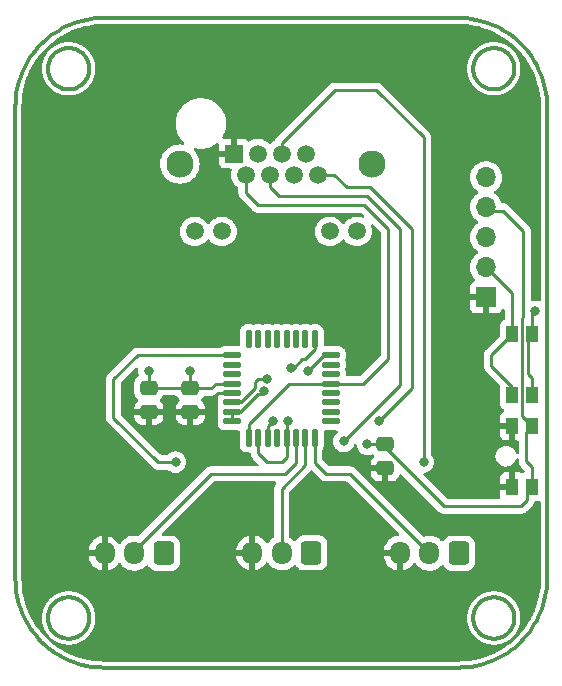
<source format=gbr>
%TF.GenerationSoftware,KiCad,Pcbnew,6.0.9+dfsg-1~bpo11+1*%
%TF.CreationDate,2022-12-30T14:53:09-06:00*%
%TF.ProjectId,Pedals,50656461-6c73-42e6-9b69-6361645f7063,rev?*%
%TF.SameCoordinates,Original*%
%TF.FileFunction,Copper,L1,Top*%
%TF.FilePolarity,Positive*%
%FSLAX46Y46*%
G04 Gerber Fmt 4.6, Leading zero omitted, Abs format (unit mm)*
G04 Created by KiCad (PCBNEW 6.0.9+dfsg-1~bpo11+1) date 2022-12-30 14:53:09*
%MOMM*%
%LPD*%
G01*
G04 APERTURE LIST*
G04 Aperture macros list*
%AMRoundRect*
0 Rectangle with rounded corners*
0 $1 Rounding radius*
0 $2 $3 $4 $5 $6 $7 $8 $9 X,Y pos of 4 corners*
0 Add a 4 corners polygon primitive as box body*
4,1,4,$2,$3,$4,$5,$6,$7,$8,$9,$2,$3,0*
0 Add four circle primitives for the rounded corners*
1,1,$1+$1,$2,$3*
1,1,$1+$1,$4,$5*
1,1,$1+$1,$6,$7*
1,1,$1+$1,$8,$9*
0 Add four rect primitives between the rounded corners*
20,1,$1+$1,$2,$3,$4,$5,0*
20,1,$1+$1,$4,$5,$6,$7,0*
20,1,$1+$1,$6,$7,$8,$9,0*
20,1,$1+$1,$8,$9,$2,$3,0*%
G04 Aperture macros list end*
%TA.AperFunction,Profile*%
%ADD10C,0.349999*%
%TD*%
%TA.AperFunction,ComponentPad*%
%ADD11RoundRect,0.250000X0.600000X0.725000X-0.600000X0.725000X-0.600000X-0.725000X0.600000X-0.725000X0*%
%TD*%
%TA.AperFunction,ComponentPad*%
%ADD12O,1.700000X1.950000*%
%TD*%
%TA.AperFunction,SMDPad,CuDef*%
%ADD13RoundRect,0.250000X0.475000X-0.337500X0.475000X0.337500X-0.475000X0.337500X-0.475000X-0.337500X0*%
%TD*%
%TA.AperFunction,ComponentPad*%
%ADD14R,1.500000X1.500000*%
%TD*%
%TA.AperFunction,ComponentPad*%
%ADD15C,1.500000*%
%TD*%
%TA.AperFunction,ComponentPad*%
%ADD16C,2.300000*%
%TD*%
%TA.AperFunction,SMDPad,CuDef*%
%ADD17R,1.000000X1.450000*%
%TD*%
%TA.AperFunction,SMDPad,CuDef*%
%ADD18RoundRect,0.125000X-0.625000X-0.125000X0.625000X-0.125000X0.625000X0.125000X-0.625000X0.125000X0*%
%TD*%
%TA.AperFunction,SMDPad,CuDef*%
%ADD19RoundRect,0.125000X-0.125000X-0.625000X0.125000X-0.625000X0.125000X0.625000X-0.125000X0.625000X0*%
%TD*%
%TA.AperFunction,SMDPad,CuDef*%
%ADD20RoundRect,0.250000X-0.475000X0.337500X-0.475000X-0.337500X0.475000X-0.337500X0.475000X0.337500X0*%
%TD*%
%TA.AperFunction,ComponentPad*%
%ADD21R,1.700000X1.700000*%
%TD*%
%TA.AperFunction,ComponentPad*%
%ADD22O,1.700000X1.700000*%
%TD*%
%TA.AperFunction,ViaPad*%
%ADD23C,0.800000*%
%TD*%
%TA.AperFunction,Conductor*%
%ADD24C,0.250000*%
%TD*%
G04 APERTURE END LIST*
D10*
X163336833Y-77300384D02*
X163402943Y-77352336D01*
X164097310Y-77664445D02*
X164183488Y-77679835D01*
X164359941Y-77697722D02*
X164449996Y-77699999D01*
X125210088Y-74988996D02*
X125421681Y-74687955D01*
X129208697Y-124027430D02*
X129284154Y-123988784D01*
X168510819Y-76621198D02*
X168625807Y-76968736D01*
X165852333Y-121402946D02*
X165800381Y-121336836D01*
X129268735Y-71974189D02*
X129621871Y-71876192D01*
X162911211Y-76784153D02*
X162953349Y-76857438D01*
X126702277Y-122540054D02*
X126709035Y-122628927D01*
X164012643Y-124144904D02*
X164097310Y-124164445D01*
X130144905Y-76387352D02*
X130164446Y-76302685D01*
X128921198Y-72089177D02*
X129268735Y-71974189D01*
X165745378Y-77126660D02*
X165800381Y-77063162D01*
X126953353Y-123357438D02*
X126998872Y-123428441D01*
X130190964Y-76128927D02*
X130197722Y-76040054D01*
X129563162Y-77300384D02*
X129626660Y-77245381D01*
X168913296Y-78408717D02*
X168940779Y-78778096D01*
X129626660Y-121154617D02*
X129563162Y-121099614D01*
X125013959Y-75299323D02*
X125210088Y-74988996D01*
X164449996Y-77699999D02*
X164449996Y-77699999D01*
X166093807Y-75348290D02*
X166062472Y-75268820D01*
X131449999Y-71650000D02*
X161449996Y-71650000D01*
X123986700Y-78408717D02*
X124032193Y-78042476D01*
X130179835Y-122716507D02*
X130190964Y-122628927D01*
X127768820Y-124062475D02*
X127848290Y-124093810D01*
X127288995Y-72910088D02*
X127599322Y-72713959D01*
X124669112Y-75945376D02*
X124833549Y-75618321D01*
X165912041Y-73121681D02*
X166203181Y-73348484D01*
X126755094Y-122012646D02*
X126735553Y-122097313D01*
X129563162Y-121099614D02*
X129497053Y-121047662D01*
X166093807Y-123051708D02*
X166121319Y-122970396D01*
X164628923Y-124190964D02*
X164716504Y-124179835D01*
X165051705Y-124093810D02*
X165131175Y-124062475D01*
X130164446Y-122097313D02*
X130144905Y-122012646D01*
X165357435Y-120953352D02*
X165284150Y-120911214D01*
X168804554Y-77679989D02*
X168867803Y-78042476D01*
X128802686Y-74235553D02*
X128716507Y-74220163D01*
X165208694Y-124027430D02*
X165284150Y-123988784D01*
X129208697Y-77527430D02*
X129284154Y-77488784D01*
X128887352Y-124144904D02*
X128970396Y-124121323D01*
X129745381Y-121273338D02*
X129687437Y-121212562D01*
X125890241Y-74116192D02*
X126146699Y-73846699D01*
X166190961Y-122628927D02*
X166197719Y-122540054D01*
X163402943Y-123852336D02*
X163471554Y-123901127D01*
X165901124Y-121471557D02*
X165852333Y-121402946D01*
X128271072Y-74209034D02*
X128183491Y-74220163D01*
X162755091Y-122887352D02*
X162778672Y-122970396D01*
X128449999Y-120699999D02*
X128449999Y-120699999D01*
X128449999Y-124199999D02*
X128449999Y-124199999D01*
X129626660Y-123745381D02*
X129687437Y-123687436D01*
X130121323Y-122970396D02*
X130144905Y-122887352D01*
X162998868Y-74971557D02*
X162953349Y-75042560D01*
X129946646Y-75042560D02*
X129901127Y-74971557D01*
X125648483Y-123903185D02*
X125421681Y-123612045D01*
X129800385Y-121336836D02*
X129745381Y-121273338D01*
X127154617Y-123626660D02*
X127212562Y-123687436D01*
X124274189Y-121331264D02*
X124176192Y-120978129D01*
X162872565Y-75191301D02*
X162837519Y-75268820D01*
X162778672Y-75429602D02*
X162755091Y-75512646D01*
X166483805Y-73590241D02*
X166753299Y-73846699D01*
X168949996Y-119150000D02*
X168940779Y-119521903D01*
X164887349Y-124144904D02*
X164970393Y-124121323D01*
X162720160Y-76216507D02*
X162735550Y-76302685D01*
X166199996Y-122449999D02*
X166199996Y-122449999D01*
X166179832Y-122716507D02*
X166190961Y-122628927D01*
X126702277Y-122359944D02*
X126700000Y-122449999D01*
X167886037Y-123000677D02*
X167689909Y-123311004D01*
X163047659Y-74902946D02*
X162998868Y-74971557D01*
X165852333Y-76997052D02*
X165901124Y-76928441D01*
X129626660Y-74654617D02*
X129563162Y-74599614D01*
X129428441Y-77401127D02*
X129497053Y-77352336D01*
X127336837Y-123800384D02*
X127402946Y-123852336D01*
X162735550Y-76302685D02*
X162755091Y-76387352D01*
X166199996Y-75949999D02*
X166197719Y-75859944D01*
X130093810Y-121848290D02*
X130062476Y-121768820D01*
X125421681Y-123612045D02*
X125210088Y-123311004D01*
X128012647Y-74255094D02*
X127929603Y-74278675D01*
X130027430Y-76708697D02*
X130062476Y-76631178D01*
X129357438Y-77446646D02*
X129428441Y-77401127D01*
X163212559Y-121212562D02*
X163154614Y-121273338D01*
X126806189Y-76551708D02*
X126837523Y-76631178D01*
X127615845Y-120911214D02*
X127542560Y-120953352D01*
X124176192Y-77321871D02*
X124274189Y-76968736D01*
X130062476Y-123131178D02*
X130093810Y-123051708D01*
X129621871Y-126423808D02*
X129268735Y-126325811D01*
X126696815Y-124951517D02*
X126416192Y-124709760D01*
X165131175Y-120837523D02*
X165051705Y-120806188D01*
X164970393Y-74278675D02*
X164887349Y-74255094D01*
X131449999Y-71650000D02*
X131449999Y-71650000D01*
X128802686Y-124164445D02*
X128887352Y-124144904D01*
X130093810Y-123051708D02*
X130121323Y-122970396D01*
X162911211Y-121615845D02*
X162872565Y-121691301D01*
X162720160Y-75683491D02*
X162709031Y-75771071D01*
X165284150Y-123988784D02*
X165357435Y-123946646D01*
X130199999Y-75949999D02*
X130199999Y-75949999D01*
X168867803Y-120257523D02*
X168804554Y-120620010D01*
X131449999Y-126650000D02*
X131449999Y-126650000D01*
X166197719Y-122359944D02*
X166190961Y-122271071D01*
X165131175Y-124062475D02*
X165208694Y-124027430D01*
X162911211Y-75115845D02*
X162872565Y-75191301D01*
X130027430Y-123208697D02*
X130062476Y-123131178D01*
X163615842Y-120911214D02*
X163542557Y-120953352D01*
X163631260Y-126325811D02*
X163278125Y-126423808D01*
X126720163Y-122183491D02*
X126709035Y-122271071D01*
X128802686Y-77664445D02*
X128887352Y-77644904D01*
X164359941Y-74202276D02*
X164271068Y-74209034D01*
X163615842Y-74411214D02*
X163542557Y-74453352D01*
X165284150Y-74411214D02*
X165208694Y-74372568D01*
X126953353Y-76857438D02*
X126998872Y-76928441D01*
X126735553Y-75597313D02*
X126720163Y-75683491D01*
X162709031Y-75771071D02*
X162702273Y-75859944D01*
X127154617Y-77126660D02*
X127212562Y-77187436D01*
X166062472Y-76631178D02*
X166093807Y-76551708D01*
X127099614Y-77063162D02*
X127154617Y-77126660D01*
X162837519Y-75268820D02*
X162806185Y-75348290D01*
X123959217Y-78778096D02*
X123986700Y-78408717D01*
X127848290Y-74306188D02*
X127768820Y-74337523D01*
X164981675Y-72533549D02*
X165300674Y-72713959D01*
X166062472Y-121768820D02*
X166027427Y-121691301D01*
X129131179Y-74337523D02*
X129051708Y-74306188D01*
X124833549Y-122681679D02*
X124669112Y-122354623D01*
X127336837Y-121099614D02*
X127273339Y-121154617D01*
X166753299Y-124453303D02*
X166753299Y-124453303D01*
X162720160Y-122716507D02*
X162735550Y-122802685D01*
X128970396Y-120778675D02*
X128887352Y-120755094D01*
X126998872Y-74971557D02*
X126953353Y-75042560D01*
X166190961Y-76128927D02*
X166197719Y-76040054D01*
X127099614Y-74836836D02*
X127047662Y-74902946D01*
X168379093Y-122020126D02*
X168230884Y-122354623D01*
X129687437Y-74712562D02*
X129626660Y-74654617D01*
X126735553Y-122802685D02*
X126755094Y-122887352D01*
X165497049Y-74547662D02*
X165428438Y-74498871D01*
X127047662Y-123497052D02*
X127099614Y-123563162D01*
X164540051Y-124197722D02*
X164628923Y-124190964D01*
X166199996Y-75949999D02*
X166199996Y-75949999D01*
X163099611Y-123563162D02*
X163154614Y-123626660D01*
X129051708Y-120806188D02*
X128970396Y-120778675D01*
X130179835Y-75683491D02*
X130164446Y-75597313D01*
X127599322Y-72713959D02*
X127918321Y-72533549D01*
X166190961Y-75771071D02*
X166179832Y-75683491D01*
X130197722Y-122540054D02*
X130199999Y-122449999D01*
X162920006Y-126504558D02*
X162557519Y-126567807D01*
X165626657Y-77245381D02*
X165687433Y-77187436D01*
X164449996Y-120699999D02*
X164449996Y-120699999D01*
X163278125Y-126423808D02*
X162920006Y-126504558D01*
X126700000Y-75949999D02*
X126702277Y-76040054D01*
X127929603Y-120778675D02*
X127848290Y-120806188D01*
X129208697Y-74372568D02*
X129131179Y-74337523D01*
X124520903Y-122020126D02*
X124389177Y-121678801D01*
X127154617Y-121273338D02*
X127099614Y-121336836D01*
X168949996Y-119150000D02*
X168949996Y-119150000D01*
X128579873Y-72220903D02*
X128921198Y-72089177D01*
X129051708Y-74306188D02*
X128970396Y-74278675D01*
X123950000Y-119150000D02*
X123950000Y-79150000D01*
X128628927Y-77690964D02*
X128716507Y-77679835D01*
X166753299Y-124453303D02*
X166483805Y-124709760D01*
X163273335Y-74654617D02*
X163212559Y-74712562D01*
X165428438Y-74498871D02*
X165357435Y-74453352D01*
X126872568Y-76708697D02*
X126911215Y-76784153D01*
X164320122Y-126079096D02*
X163978797Y-126210822D01*
X164540051Y-74202276D02*
X164449996Y-74199999D01*
X163929599Y-74278675D02*
X163848287Y-74306188D01*
X129988784Y-121615845D02*
X129946646Y-121542560D01*
X126911215Y-123284153D02*
X126953353Y-123357438D01*
X128802686Y-120735553D02*
X128716507Y-120720163D01*
X162702273Y-122359944D02*
X162699996Y-122449999D01*
X127336837Y-74599614D02*
X127273339Y-74654617D01*
X166027427Y-76708697D02*
X166062472Y-76631178D01*
X131078096Y-71659217D02*
X131449999Y-71650000D01*
X164359941Y-120702276D02*
X164271068Y-120709034D01*
X127471557Y-123901127D02*
X127542560Y-123946646D01*
X165497049Y-77352336D02*
X165563159Y-77300384D01*
X163848287Y-124093810D02*
X163929599Y-124121323D01*
X127212562Y-74712562D02*
X127154617Y-74773338D01*
X129979989Y-71795442D02*
X130342476Y-71732193D01*
X165051705Y-74306188D02*
X164970393Y-74278675D01*
X165300674Y-72713959D02*
X165611001Y-72910088D01*
X127154617Y-74773338D02*
X127099614Y-74836836D01*
X166121319Y-76470396D02*
X166144901Y-76387352D01*
X129852337Y-74902946D02*
X129800385Y-74836836D01*
X164183488Y-120720163D02*
X164097310Y-120735553D01*
X126872568Y-75191301D02*
X126837523Y-75268820D01*
X128449999Y-77699999D02*
X128449999Y-77699999D01*
X165051705Y-77593810D02*
X165131175Y-77562475D01*
X166197719Y-122540054D02*
X166199996Y-122449999D01*
X163768817Y-77562475D02*
X163848287Y-77593810D01*
X127929603Y-124121323D02*
X128012647Y-124144904D01*
X128716507Y-77679835D02*
X128802686Y-77664445D01*
X168949996Y-79150000D02*
X168949996Y-119150000D01*
X161449996Y-71650000D02*
X161449996Y-71650000D01*
X162702273Y-76040054D02*
X162709031Y-76128927D01*
X166062472Y-75268820D02*
X166027427Y-75191301D01*
X129745381Y-77126660D02*
X129800385Y-77063162D01*
X127691302Y-74372568D02*
X127615845Y-74411214D01*
X127848290Y-120806188D02*
X127768820Y-120837523D01*
X168723804Y-77321871D02*
X168804554Y-77679989D01*
X130144905Y-122012646D02*
X130121323Y-121929602D01*
X127212562Y-77187436D02*
X127273339Y-77245381D01*
X127402946Y-121047662D02*
X127336837Y-121099614D01*
X129901127Y-76928441D02*
X129946646Y-76857438D01*
X129497053Y-123852336D02*
X129563162Y-123800384D01*
X128921198Y-126210822D02*
X128579873Y-126079096D01*
X168066447Y-122681679D02*
X167886037Y-123000677D01*
X129208697Y-120872568D02*
X129131179Y-120837523D01*
X128183491Y-74220163D02*
X128097313Y-74235553D01*
X125648483Y-74396816D02*
X125890241Y-74116192D01*
X165687433Y-123687436D02*
X165745378Y-123626660D01*
X163978797Y-72089177D02*
X164320122Y-72220903D01*
X127273339Y-123745381D02*
X127336837Y-123800384D01*
X165563159Y-121099614D02*
X165497049Y-121047662D01*
X165988781Y-121615845D02*
X165946643Y-121542560D01*
X165563159Y-77300384D02*
X165626657Y-77245381D01*
X130342476Y-126567807D02*
X129979989Y-126504558D01*
X123950000Y-79150000D02*
X123959217Y-78778096D01*
X129946646Y-121542560D02*
X129901127Y-121471557D01*
X127929603Y-77621323D02*
X128012647Y-77644904D01*
X164802682Y-120735553D02*
X164716504Y-120720163D01*
X130199999Y-122449999D02*
X130199999Y-122449999D01*
X124520903Y-76279874D02*
X124669112Y-75945376D01*
X126416192Y-73590241D02*
X126696815Y-73348484D01*
X129988784Y-75115845D02*
X129946646Y-75042560D01*
X162837519Y-121768820D02*
X162806185Y-121848290D01*
X130062476Y-75268820D02*
X130027430Y-75191301D01*
X165946643Y-75042560D02*
X165901124Y-74971557D01*
X127768820Y-120837523D02*
X127691302Y-120872568D01*
X164716504Y-77679835D02*
X164802682Y-77664445D01*
X163691298Y-77527430D02*
X163768817Y-77562475D01*
X163047659Y-76997052D02*
X163099611Y-77063162D01*
X126998872Y-123428441D02*
X127047662Y-123497052D01*
X164359941Y-124197722D02*
X164449996Y-124199999D01*
X166144901Y-75512646D02*
X166121319Y-75429602D01*
X162699996Y-75949999D02*
X162699996Y-75949999D01*
X165852333Y-123497052D02*
X165901124Y-123428441D01*
X163273335Y-77245381D02*
X163336833Y-77300384D01*
X164970393Y-77621323D02*
X165051705Y-77593810D01*
X168230884Y-122354623D02*
X168066447Y-122681679D01*
X162872565Y-76708697D02*
X162911211Y-76784153D01*
X128887352Y-120755094D02*
X128802686Y-120735553D01*
X164887349Y-74255094D02*
X164802682Y-74235553D01*
X128245376Y-125930888D02*
X127918321Y-125766451D01*
X168949996Y-79150000D02*
X168949996Y-79150000D01*
X163929599Y-77621323D02*
X164012643Y-77644904D01*
X130164446Y-75597313D02*
X130144905Y-75512646D01*
X129497053Y-77352336D02*
X129563162Y-77300384D01*
X128359944Y-120702276D02*
X128271072Y-120709034D01*
X164097310Y-124164445D02*
X164183488Y-124179835D01*
X123986700Y-119891283D02*
X123959217Y-119521903D01*
X164271068Y-77690964D02*
X164359941Y-77697722D01*
X164012643Y-120755094D02*
X163929599Y-120778675D01*
X168867803Y-78042476D02*
X168913296Y-78408717D01*
X165563159Y-123800384D02*
X165626657Y-123745381D01*
X167009756Y-74116192D02*
X167251513Y-74396816D01*
X163099611Y-77063162D02*
X163154614Y-77126660D01*
X129852337Y-123497052D02*
X129901127Y-123428441D01*
X166199996Y-122449999D02*
X166199996Y-122449999D01*
X130197722Y-76040054D02*
X130199999Y-75949999D01*
X165852333Y-74902946D02*
X165800381Y-74836836D01*
X128097313Y-124164445D02*
X128183491Y-124179835D01*
X129428441Y-123901127D02*
X129497053Y-123852336D01*
X164449996Y-120699999D02*
X164359941Y-120702276D01*
X164271068Y-120709034D02*
X164183488Y-120720163D01*
X164716504Y-120720163D02*
X164628923Y-120709034D01*
X126755094Y-76387352D02*
X126778676Y-76470396D01*
X163768817Y-120837523D02*
X163691298Y-120872568D01*
X130190964Y-75771071D02*
X130179835Y-75683491D01*
X126720163Y-76216507D02*
X126735553Y-76302685D01*
X130164446Y-76302685D02*
X130179835Y-76216507D01*
X163471554Y-77401127D02*
X163542557Y-77446646D01*
X166164442Y-122802685D02*
X166179832Y-122716507D01*
X127273339Y-74654617D02*
X127212562Y-74712562D01*
X164097310Y-74235553D02*
X164012643Y-74255094D01*
X130164446Y-122802685D02*
X130179835Y-122716507D01*
X166190961Y-122271071D02*
X166179832Y-122183491D01*
X162191279Y-126613300D02*
X161821900Y-126640782D01*
X166164442Y-76302685D02*
X166179832Y-76216507D01*
X129946646Y-123357438D02*
X129988784Y-123284153D01*
X128628927Y-120709034D02*
X128540054Y-120702276D01*
X124095442Y-120620010D02*
X124032193Y-120257523D01*
X128359944Y-77697722D02*
X128449999Y-77699999D01*
X129800385Y-74836836D02*
X129745381Y-74773338D01*
X166093807Y-121848290D02*
X166062472Y-121768820D01*
X126709035Y-76128927D02*
X126720163Y-76216507D01*
X130027430Y-75191301D02*
X129988784Y-75115845D01*
X165901124Y-74971557D02*
X165852333Y-74902946D01*
X126872568Y-123208697D02*
X126911215Y-123284153D01*
X166144901Y-122012646D02*
X166121319Y-121929602D01*
X126735553Y-76302685D02*
X126755094Y-76387352D01*
X168625807Y-121331264D02*
X168510819Y-121678801D01*
X128970396Y-74278675D02*
X128887352Y-74255094D01*
X130062476Y-76631178D02*
X130093810Y-76551708D01*
X129621871Y-71876192D02*
X129979989Y-71795442D01*
X165051705Y-120806188D02*
X164970393Y-120778675D01*
X165946643Y-121542560D02*
X165901124Y-121471557D01*
X167689909Y-74988996D02*
X167886037Y-75299323D01*
X129901127Y-74971557D02*
X129852337Y-74902946D01*
X126806189Y-75348290D02*
X126778676Y-75429602D01*
X126700000Y-122449999D02*
X126700000Y-122449999D01*
X126720163Y-122716507D02*
X126735553Y-122802685D01*
X127099614Y-123563162D02*
X127154617Y-123626660D01*
X127402946Y-77352336D02*
X127471557Y-77401127D01*
X129284154Y-74411214D02*
X129208697Y-74372568D01*
X128540054Y-74202276D02*
X128449999Y-74199999D01*
X130708716Y-126613300D02*
X130342476Y-126567807D01*
X161821900Y-126640782D02*
X161449996Y-126650000D01*
X166093807Y-76551708D02*
X166121319Y-76470396D01*
X126911215Y-121615845D02*
X126872568Y-121691301D01*
X128097313Y-77664445D02*
X128183491Y-77679835D01*
X163273335Y-123745381D02*
X163336833Y-123800384D01*
X126998872Y-76928441D02*
X127047662Y-76997052D01*
X124095442Y-77679989D02*
X124176192Y-77321871D01*
X129428441Y-120998871D02*
X129357438Y-120953352D01*
X168510819Y-121678801D02*
X168379093Y-122020126D01*
X163471554Y-74498871D02*
X163402943Y-74547662D01*
X161449996Y-71650000D02*
X161821900Y-71659217D01*
X163471554Y-123901127D02*
X163542557Y-123946646D01*
X129268735Y-126325811D02*
X128921198Y-126210822D01*
X129497053Y-121047662D02*
X129428441Y-120998871D01*
X129687437Y-121212562D02*
X129626660Y-121154617D01*
X127615845Y-74411214D02*
X127542560Y-74453352D01*
X127336837Y-77300384D02*
X127402946Y-77352336D01*
X162806185Y-75348290D02*
X162778672Y-75429602D01*
X163336833Y-74599614D02*
X163273335Y-74654617D01*
X126953353Y-121542560D02*
X126911215Y-121615845D01*
X161449996Y-126650000D02*
X131449999Y-126650000D01*
X130121323Y-75429602D02*
X130093810Y-75348290D01*
X164887349Y-77644904D02*
X164970393Y-77621323D01*
X163631260Y-71974189D02*
X163978797Y-72089177D01*
X126806189Y-121848290D02*
X126778676Y-121929602D01*
X128579873Y-126079096D02*
X128245376Y-125930888D01*
X163154614Y-121273338D02*
X163099611Y-121336836D01*
X128449999Y-74199999D02*
X128449999Y-74199999D01*
X129357438Y-123946646D02*
X129428441Y-123901127D01*
X162806185Y-76551708D02*
X162837519Y-76631178D01*
X127615845Y-77488784D02*
X127691302Y-77527430D01*
X162735550Y-122802685D02*
X162755091Y-122887352D01*
X127542560Y-77446646D02*
X127615845Y-77488784D01*
X162557519Y-126567807D02*
X162191279Y-126613300D01*
X126987955Y-125178320D02*
X126696815Y-124951517D01*
X127615845Y-123988784D02*
X127691302Y-124027430D01*
X129988784Y-76784153D02*
X130027430Y-76708697D01*
X128716507Y-74220163D02*
X128628927Y-74209034D01*
X165745378Y-123626660D02*
X165800381Y-123563162D01*
X163471554Y-120998871D02*
X163402943Y-121047662D01*
X128183491Y-124179835D02*
X128271072Y-124190964D01*
X166121319Y-75429602D02*
X166093807Y-75348290D01*
X163154614Y-77126660D02*
X163212559Y-77187436D01*
X163542557Y-120953352D02*
X163471554Y-120998871D01*
X168230884Y-75945376D02*
X168379093Y-76279874D01*
X164012643Y-74255094D02*
X163929599Y-74278675D01*
X129979989Y-126504558D02*
X129621871Y-126423808D01*
X128449999Y-74199999D02*
X128359944Y-74202276D01*
X128359944Y-124197722D02*
X128449999Y-124199999D01*
X162709031Y-122271071D02*
X162702273Y-122359944D01*
X124833549Y-75618321D02*
X125013959Y-75299323D01*
X164449996Y-74199999D02*
X164359941Y-74202276D01*
X165131175Y-77562475D02*
X165208694Y-77527430D01*
X165497049Y-123852336D02*
X165563159Y-123800384D01*
X163336833Y-121099614D02*
X163273335Y-121154617D01*
X129745381Y-123626660D02*
X129800385Y-123563162D01*
X128183491Y-120720163D02*
X128097313Y-120735553D01*
X162953349Y-121542560D02*
X162911211Y-121615845D01*
X124389177Y-121678801D02*
X124274189Y-121331264D01*
X127691302Y-120872568D02*
X127615845Y-120911214D01*
X127929603Y-74278675D02*
X127848290Y-74306188D01*
X162778672Y-76470396D02*
X162806185Y-76551708D01*
X165208694Y-77527430D02*
X165284150Y-77488784D01*
X128628927Y-124190964D02*
X128716507Y-124179835D01*
X165357435Y-77446646D02*
X165428438Y-77401127D01*
X128271072Y-77690964D02*
X128359944Y-77697722D01*
X162837519Y-76631178D02*
X162872565Y-76708697D01*
X163691298Y-120872568D02*
X163615842Y-120911214D01*
X163768817Y-124062475D02*
X163848287Y-124093810D01*
X165800381Y-121336836D02*
X165745378Y-121273338D01*
X168940779Y-78778096D02*
X168949996Y-79150000D01*
X129800385Y-123563162D02*
X129852337Y-123497052D01*
X130144905Y-75512646D02*
X130121323Y-75429602D01*
X163768817Y-74337523D02*
X163691298Y-74372568D01*
X166199996Y-122449999D02*
X166197719Y-122359944D01*
X165497049Y-121047662D02*
X165428438Y-120998871D01*
X129946646Y-76857438D02*
X129988784Y-76784153D01*
X126702277Y-75859944D02*
X126700000Y-75949999D01*
X162709031Y-122628927D02*
X162720160Y-122716507D01*
X164628923Y-74209034D02*
X164540051Y-74202276D01*
X164271068Y-74209034D02*
X164183488Y-74220163D01*
X163402943Y-77352336D02*
X163471554Y-77401127D01*
X165988781Y-75115845D02*
X165946643Y-75042560D01*
X164320122Y-72220903D02*
X164654620Y-72369112D01*
X130062476Y-121768820D02*
X130027430Y-121691301D01*
X164716504Y-74220163D02*
X164628923Y-74209034D01*
X167886037Y-75299323D02*
X168066447Y-75618321D01*
X126778676Y-76470396D02*
X126806189Y-76551708D01*
X124669112Y-122354623D02*
X124520903Y-122020126D01*
X127099614Y-121336836D02*
X127047662Y-121402946D01*
X163212559Y-77187436D02*
X163273335Y-77245381D01*
X166164442Y-122097313D02*
X166144901Y-122012646D01*
X167689909Y-123311004D02*
X167478316Y-123612045D01*
X130199999Y-122449999D02*
X130197722Y-122359944D01*
X130190964Y-122271071D02*
X130179835Y-122183491D01*
X163154614Y-74773338D02*
X163099611Y-74836836D01*
X127848290Y-77593810D02*
X127929603Y-77621323D01*
X129626660Y-77245381D02*
X129687437Y-77187436D01*
X163848287Y-120806188D02*
X163768817Y-120837523D01*
X165626657Y-121154617D02*
X165563159Y-121099614D01*
X126911215Y-75115845D02*
X126872568Y-75191301D01*
X165687433Y-121212562D02*
X165626657Y-121154617D01*
X166753299Y-73846699D02*
X166753299Y-73846699D01*
X130121323Y-76470396D02*
X130144905Y-76387352D01*
X163212559Y-74712562D02*
X163154614Y-74773338D01*
X126837523Y-76631178D02*
X126872568Y-76708697D01*
X128540054Y-124197722D02*
X128628927Y-124190964D01*
X128887352Y-77644904D02*
X128970396Y-77621323D01*
X165800381Y-123563162D02*
X165852333Y-123497052D01*
X164802682Y-74235553D02*
X164716504Y-74220163D01*
X165626657Y-123745381D02*
X165687433Y-123687436D01*
X130093810Y-76551708D02*
X130121323Y-76470396D01*
X128449999Y-120699999D02*
X128359944Y-120702276D01*
X164449996Y-74199999D02*
X164449996Y-74199999D01*
X130342476Y-71732193D02*
X130708716Y-71686700D01*
X130197722Y-122359944D02*
X130190964Y-122271071D01*
X164628923Y-120709034D02*
X164540051Y-120702276D01*
X126700000Y-122449999D02*
X126702277Y-122540054D01*
X166203181Y-73348484D02*
X166483805Y-73590241D01*
X163402943Y-121047662D02*
X163336833Y-121099614D01*
X126416192Y-124709760D02*
X126146699Y-124453303D01*
X161821900Y-71659217D02*
X162191279Y-71686700D01*
X128628927Y-74209034D02*
X128540054Y-74202276D01*
X126720163Y-75683491D02*
X126709035Y-75771071D01*
X167478316Y-123612045D02*
X167251513Y-123903185D01*
X127047662Y-121402946D02*
X126998872Y-121471557D01*
X164097310Y-120735553D02*
X164012643Y-120755094D01*
X128012647Y-77644904D02*
X128097313Y-77664445D01*
X162720160Y-122183491D02*
X162709031Y-122271071D01*
X162998868Y-123428441D02*
X163047659Y-123497052D01*
X126709035Y-122628927D02*
X126720163Y-122716507D01*
X166203181Y-124951517D02*
X165912041Y-125178320D01*
X165687433Y-74712562D02*
X165626657Y-74654617D01*
X162778672Y-122970396D02*
X162806185Y-123051708D01*
X166027427Y-121691301D02*
X165988781Y-121615845D01*
X162872565Y-123208697D02*
X162911211Y-123284153D01*
X130179835Y-76216507D02*
X130190964Y-76128927D01*
X162755091Y-122012646D02*
X162735550Y-122097313D01*
X163542557Y-74453352D02*
X163471554Y-74498871D01*
X168940779Y-119521903D02*
X168913296Y-119891283D01*
X166483805Y-124709760D02*
X166203181Y-124951517D01*
X162755091Y-76387352D02*
X162778672Y-76470396D01*
X163047659Y-123497052D02*
X163099611Y-123563162D01*
X126806189Y-123051708D02*
X126837523Y-123131178D01*
X165626657Y-74654617D02*
X165563159Y-74599614D01*
X165901124Y-76928441D02*
X165946643Y-76857438D01*
X165563159Y-74599614D02*
X165497049Y-74547662D01*
X164540051Y-77697722D02*
X164628923Y-77690964D01*
X164887349Y-120755094D02*
X164802682Y-120735553D01*
X165284150Y-77488784D02*
X165357435Y-77446646D01*
X166179832Y-122183491D02*
X166164442Y-122097313D01*
X127288995Y-125389912D02*
X126987955Y-125178320D01*
X130121323Y-121929602D02*
X130093810Y-121848290D01*
X165687433Y-77187436D02*
X165745378Y-77126660D01*
X162709031Y-76128927D02*
X162720160Y-76216507D01*
X165300674Y-125586041D02*
X164981675Y-125766451D01*
X127047662Y-74902946D02*
X126998872Y-74971557D01*
X127273339Y-121154617D02*
X127212562Y-121212562D01*
X126778676Y-121929602D02*
X126755094Y-122012646D01*
X164449996Y-124199999D02*
X164449996Y-124199999D01*
X163691298Y-74372568D02*
X163615842Y-74411214D01*
X128970396Y-124121323D02*
X129051708Y-124093810D01*
X129745381Y-74773338D02*
X129687437Y-74712562D01*
X125890241Y-124183809D02*
X125648483Y-123903185D01*
X165611001Y-72910088D02*
X165912041Y-73121681D01*
X163848287Y-77593810D02*
X163929599Y-77621323D01*
X128970396Y-77621323D02*
X129051708Y-77593810D01*
X166164442Y-75597313D02*
X166144901Y-75512646D01*
X128716507Y-124179835D02*
X128802686Y-124164445D01*
X127471557Y-74498871D02*
X127402946Y-74547662D01*
X130708716Y-71686700D02*
X131078096Y-71659217D01*
X128097313Y-74235553D02*
X128012647Y-74255094D01*
X125210088Y-123311004D02*
X125013959Y-123000677D01*
X165428438Y-123901127D02*
X165497049Y-123852336D01*
X126146699Y-124453303D02*
X125890241Y-124183809D01*
X127471557Y-77401127D02*
X127542560Y-77446646D01*
X165131175Y-74337523D02*
X165051705Y-74306188D01*
X128716507Y-120720163D02*
X128628927Y-120709034D01*
X131449999Y-126650000D02*
X131078096Y-126640782D01*
X128449999Y-124199999D02*
X128540054Y-124197722D01*
X164183488Y-77679835D02*
X164271068Y-77690964D01*
X130199999Y-75949999D02*
X130197722Y-75859944D01*
X162998868Y-76928441D02*
X163047659Y-76997052D01*
X126146699Y-124453303D02*
X126146699Y-124453303D01*
X126700000Y-75949999D02*
X126700000Y-75949999D01*
X126778676Y-75429602D02*
X126755094Y-75512646D01*
X168804554Y-120620010D02*
X168723804Y-120978129D01*
X130144905Y-122887352D02*
X130164446Y-122802685D01*
X165428438Y-120998871D02*
X165357435Y-120953352D01*
X166753299Y-73846699D02*
X167009756Y-74116192D01*
X161449996Y-126650000D02*
X161449996Y-126650000D01*
X125421681Y-74687955D02*
X125648483Y-74396816D01*
X123950000Y-79150000D02*
X123950000Y-79150000D01*
X127273339Y-77245381D02*
X127336837Y-77300384D01*
X127471557Y-120998871D02*
X127402946Y-121047662D01*
X128183491Y-77679835D02*
X128271072Y-77690964D01*
X163542557Y-123946646D02*
X163615842Y-123988784D01*
X165745378Y-121273338D02*
X165687433Y-121212562D01*
X130027430Y-121691301D02*
X129988784Y-121615845D01*
X131078096Y-126640782D02*
X130708716Y-126613300D01*
X165800381Y-74836836D02*
X165745378Y-74773338D01*
X166027427Y-75191301D02*
X165988781Y-75115845D01*
X126837523Y-75268820D02*
X126806189Y-75348290D01*
X126987955Y-73121681D02*
X127288995Y-72910088D01*
X163691298Y-124027430D02*
X163768817Y-124062475D01*
X128271072Y-124190964D02*
X128359944Y-124197722D01*
X162702273Y-122540054D02*
X162709031Y-122628927D01*
X130179835Y-122183491D02*
X130164446Y-122097313D01*
X127047662Y-76997052D02*
X127099614Y-77063162D01*
X126709035Y-75771071D02*
X126702277Y-75859944D01*
X126696815Y-73348484D02*
X126987955Y-73121681D01*
X168379093Y-76279874D02*
X168510819Y-76621198D01*
X164449996Y-124199999D02*
X164540051Y-124197722D01*
X129051708Y-124093810D02*
X129131179Y-124062475D01*
X165901124Y-123428441D02*
X165946643Y-123357438D01*
X163212559Y-123687436D02*
X163273335Y-123745381D01*
X124389177Y-76621198D02*
X124520903Y-76279874D01*
X164271068Y-124190964D02*
X164359941Y-124197722D01*
X129131179Y-120837523D02*
X129051708Y-120806188D01*
X124176192Y-120978129D02*
X124095442Y-120620010D01*
X162920006Y-71795442D02*
X163278125Y-71876192D01*
X165357435Y-74453352D02*
X165284150Y-74411214D01*
X126709035Y-122271071D02*
X126702277Y-122359944D01*
X128449999Y-77699999D02*
X128540054Y-77697722D01*
X167251513Y-123903185D02*
X167009756Y-124183809D01*
X166121319Y-122970396D02*
X166144901Y-122887352D01*
X128540054Y-120702276D02*
X128449999Y-120699999D01*
X164802682Y-77664445D02*
X164887349Y-77644904D01*
X164183488Y-74220163D02*
X164097310Y-74235553D01*
X165946643Y-123357438D02*
X165988781Y-123284153D01*
X129687437Y-123687436D02*
X129745381Y-123626660D01*
X162778672Y-121929602D02*
X162755091Y-122012646D01*
X129284154Y-77488784D02*
X129357438Y-77446646D01*
X165800381Y-77063162D02*
X165852333Y-76997052D01*
X163154614Y-123626660D02*
X163212559Y-123687436D01*
X129901127Y-123428441D02*
X129946646Y-123357438D01*
X165208694Y-74372568D02*
X165131175Y-74337523D01*
X130199999Y-75949999D02*
X130199999Y-75949999D01*
X129428441Y-74498871D02*
X129357438Y-74453352D01*
X126146699Y-73846699D02*
X126416192Y-73590241D01*
X166197719Y-75859944D02*
X166190961Y-75771071D01*
X163099611Y-74836836D02*
X163047659Y-74902946D01*
X164183488Y-124179835D02*
X164271068Y-124190964D01*
X129988784Y-123284153D02*
X130027430Y-123208697D01*
X128097313Y-120735553D02*
X128012647Y-120755094D01*
X164628923Y-77690964D02*
X164716504Y-77679835D01*
X165745378Y-74773338D02*
X165687433Y-74712562D01*
X129852337Y-76997052D02*
X129901127Y-76928441D01*
X162735550Y-122097313D02*
X162720160Y-122183491D01*
X162699996Y-122449999D02*
X162699996Y-122449999D01*
X127402946Y-123852336D02*
X127471557Y-123901127D01*
X125013959Y-123000677D02*
X124833549Y-122681679D01*
X162872565Y-121691301D02*
X162837519Y-121768820D01*
X124032193Y-78042476D02*
X124095442Y-77679989D01*
X165988781Y-123284153D02*
X166027427Y-123208697D01*
X126911215Y-76784153D02*
X126953353Y-76857438D01*
X126872568Y-121691301D02*
X126837523Y-121768820D01*
X162953349Y-75042560D02*
X162911211Y-75115845D01*
X163929599Y-120778675D02*
X163848287Y-120806188D01*
X126837523Y-123131178D02*
X126872568Y-123208697D01*
X168723804Y-120978129D02*
X168625807Y-121331264D01*
X126953353Y-75042560D02*
X126911215Y-75115845D01*
X129563162Y-123800384D02*
X129626660Y-123745381D01*
X126735553Y-122097313D02*
X126720163Y-122183491D01*
X129687437Y-77187436D02*
X129745381Y-77126660D01*
X164970393Y-124121323D02*
X165051705Y-124093810D01*
X129497053Y-74547662D02*
X129428441Y-74498871D01*
X124274189Y-76968736D02*
X124389177Y-76621198D01*
X163542557Y-77446646D02*
X163615842Y-77488784D01*
X128359944Y-74202276D02*
X128271072Y-74209034D01*
X127768820Y-77562475D02*
X127848290Y-77593810D01*
X129357438Y-74453352D02*
X129284154Y-74411214D01*
X164981675Y-125766451D02*
X164654620Y-125930888D01*
X129131179Y-77562475D02*
X129208697Y-77527430D01*
X123959217Y-119521903D02*
X123950000Y-119150000D01*
X162806185Y-123051708D02*
X162837519Y-123131178D01*
X126837523Y-121768820D02*
X126806189Y-121848290D01*
X164540051Y-120702276D02*
X164449996Y-120699999D01*
X129901127Y-121471557D02*
X129852337Y-121402946D01*
X128012647Y-124144904D02*
X128097313Y-124164445D01*
X163402943Y-74547662D02*
X163336833Y-74599614D01*
X163099611Y-121336836D02*
X163047659Y-121402946D01*
X166199996Y-75949999D02*
X166199996Y-75949999D01*
X162998868Y-121471557D02*
X162953349Y-121542560D01*
X127918321Y-72533549D02*
X128245376Y-72369112D01*
X163615842Y-123988784D02*
X163691298Y-124027430D01*
X162699996Y-75949999D02*
X162702273Y-76040054D01*
X164716504Y-124179835D02*
X164802682Y-124164445D01*
X163615842Y-77488784D02*
X163691298Y-77527430D01*
X162837519Y-123131178D02*
X162872565Y-123208697D01*
X166027427Y-123208697D02*
X166062472Y-123131178D01*
X162953349Y-76857438D02*
X162998868Y-76928441D01*
X164012643Y-77644904D02*
X164097310Y-77664445D01*
X129284154Y-123988784D02*
X129357438Y-123946646D01*
X127542560Y-74453352D02*
X127471557Y-74498871D01*
X165988781Y-76784153D02*
X166027427Y-76708697D01*
X127848290Y-124093810D02*
X127929603Y-124121323D01*
X163978797Y-126210822D02*
X163631260Y-126325811D01*
X126778676Y-122970396D02*
X126806189Y-123051708D01*
X126702277Y-76040054D02*
X126709035Y-76128927D01*
X127542560Y-123946646D02*
X127615845Y-123988784D01*
X127542560Y-120953352D02*
X127471557Y-120998871D01*
X168066447Y-75618321D02*
X168230884Y-75945376D01*
X166062472Y-123131178D02*
X166093807Y-123051708D01*
X129852337Y-121402946D02*
X129800385Y-121336836D01*
X162702273Y-75859944D02*
X162699996Y-75949999D01*
X162806185Y-121848290D02*
X162778672Y-121929602D01*
X163848287Y-74306188D02*
X163768817Y-74337523D01*
X164802682Y-124164445D02*
X164887349Y-124144904D01*
X166144901Y-122887352D02*
X166164442Y-122802685D01*
X127918321Y-125766451D02*
X127599322Y-125586041D01*
X128887352Y-74255094D02*
X128802686Y-74235553D01*
X126755094Y-122887352D02*
X126778676Y-122970396D01*
X165208694Y-120872568D02*
X165131175Y-120837523D01*
X165284150Y-120911214D02*
X165208694Y-120872568D01*
X128012647Y-120755094D02*
X127929603Y-120778675D01*
X164970393Y-120778675D02*
X164887349Y-120755094D01*
X129284154Y-120911214D02*
X129208697Y-120872568D01*
X127212562Y-123687436D02*
X127273339Y-123745381D01*
X164654620Y-125930888D02*
X164320122Y-126079096D01*
X168625807Y-76968736D02*
X168723804Y-77321871D01*
X127402946Y-74547662D02*
X127336837Y-74599614D01*
X127212562Y-121212562D02*
X127154617Y-121273338D01*
X164449996Y-77699999D02*
X164540051Y-77697722D01*
X163273335Y-121154617D02*
X163212559Y-121212562D01*
X167478316Y-74687955D02*
X167689909Y-74988996D01*
X130093810Y-75348290D02*
X130062476Y-75268820D01*
X128271072Y-120709034D02*
X128183491Y-120720163D01*
X164654620Y-72369112D02*
X164981675Y-72533549D01*
X163278125Y-71876192D02*
X163631260Y-71974189D01*
X128540054Y-77697722D02*
X128628927Y-77690964D01*
X127768820Y-74337523D02*
X127691302Y-74372568D01*
X166144901Y-76387352D02*
X166164442Y-76302685D01*
X129563162Y-74599614D02*
X129497053Y-74547662D01*
X166179832Y-76216507D02*
X166190961Y-76128927D01*
X130197722Y-75859944D02*
X130190964Y-75771071D01*
X165428438Y-77401127D02*
X165497049Y-77352336D01*
X127691302Y-77527430D02*
X127768820Y-77562475D01*
X162557519Y-71732193D02*
X162920006Y-71795442D01*
X126998872Y-121471557D02*
X126953353Y-121542560D01*
X124032193Y-120257523D02*
X123986700Y-119891283D01*
X165611001Y-125389912D02*
X165300674Y-125586041D01*
X130190964Y-122628927D02*
X130197722Y-122540054D01*
X127691302Y-124027430D02*
X127768820Y-124062475D01*
X162953349Y-123357438D02*
X162998868Y-123428441D01*
X163929599Y-124121323D02*
X164012643Y-124144904D01*
X162191279Y-71686700D02*
X162557519Y-71732193D01*
X167251513Y-74396816D02*
X167478316Y-74687955D01*
X162755091Y-75512646D02*
X162735550Y-75597313D01*
X129051708Y-77593810D02*
X129131179Y-77562475D01*
X162735550Y-75597313D02*
X162720160Y-75683491D01*
X162699996Y-122449999D02*
X162702273Y-122540054D01*
X127599322Y-125586041D02*
X127288995Y-125389912D01*
X167009756Y-124183809D02*
X166753299Y-124453303D01*
X163047659Y-121402946D02*
X162998868Y-121471557D01*
X129357438Y-120953352D02*
X129284154Y-120911214D01*
X166121319Y-121929602D02*
X166093807Y-121848290D01*
X165912041Y-125178320D02*
X165611001Y-125389912D01*
X165357435Y-123946646D02*
X165428438Y-123901127D01*
X129131179Y-124062475D02*
X129208697Y-124027430D01*
X165946643Y-76857438D02*
X165988781Y-76784153D01*
X168913296Y-119891283D02*
X168867803Y-120257523D01*
X163336833Y-123800384D02*
X163402943Y-123852336D01*
X130199999Y-122449999D02*
X130199999Y-122449999D01*
X129800385Y-77063162D02*
X129852337Y-76997052D01*
X166179832Y-75683491D02*
X166164442Y-75597313D01*
X126146699Y-73846699D02*
X126146699Y-73846699D01*
X162911211Y-123284153D02*
X162953349Y-123357438D01*
X126755094Y-75512646D02*
X126735553Y-75597313D01*
X128245376Y-72369112D02*
X128579873Y-72220903D01*
X166197719Y-76040054D02*
X166199996Y-75949999D01*
D11*
%TO.P,BRAKE,1,Pin_1*%
%TO.N,+3.3V*%
X149000000Y-116935000D03*
D12*
%TO.P,BRAKE,2,Pin_2*%
%TO.N,/BRAKE*%
X146500000Y-116935000D03*
%TO.P,BRAKE,3,Pin_3*%
%TO.N,GNDREF*%
X144000000Y-116935000D03*
%TD*%
D13*
%TO.P,C2,1*%
%TO.N,GNDREF*%
X135250000Y-105037500D03*
%TO.P,C2,2*%
%TO.N,+3.3V*%
X135250000Y-102962500D03*
%TD*%
D11*
%TO.P,CLUTCH,1,Pin_1*%
%TO.N,+3.3V*%
X161500000Y-116967500D03*
D12*
%TO.P,CLUTCH,2,Pin_2*%
%TO.N,/CLUTCH*%
X159000000Y-116967500D03*
%TO.P,CLUTCH,3,Pin_3*%
%TO.N,GNDREF*%
X156500000Y-116967500D03*
%TD*%
D14*
%TO.P,DATA,1*%
%TO.N,GNDREF*%
X142440000Y-83125000D03*
D15*
%TO.P,DATA,2*%
%TO.N,/MOSI*%
X143456000Y-84905000D03*
%TO.P,DATA,3*%
%TO.N,/BOOT*%
X144472000Y-83125000D03*
%TO.P,DATA,4*%
%TO.N,/MISO*%
X145488000Y-84905000D03*
%TO.P,DATA,5*%
%TO.N,/CS_PROGRAM*%
X146504000Y-83125000D03*
%TO.P,DATA,6*%
%TO.N,/CS_PDL*%
X147520000Y-84905000D03*
%TO.P,DATA,7*%
%TO.N,+5V*%
X148536000Y-83125000D03*
%TO.P,DATA,8*%
%TO.N,/SCKL*%
X149552000Y-84905000D03*
%TO.P,DATA,9*%
%TO.N,unconnected-(DATA1-Pad9)*%
X139140000Y-89725000D03*
%TO.P,DATA,10*%
%TO.N,unconnected-(DATA1-Pad10)*%
X141430000Y-89725000D03*
%TO.P,DATA,11*%
%TO.N,unconnected-(DATA1-Pad11)*%
X150570000Y-89725000D03*
%TO.P,DATA,12*%
%TO.N,unconnected-(DATA1-Pad12)*%
X152860000Y-89725000D03*
D16*
%TO.P,DATA,SH*%
%TO.N,unconnected-(DATA1-PadSH)*%
X137870000Y-84015000D03*
X154130000Y-84015000D03*
%TD*%
D17*
%TO.P,RST,1,1*%
%TO.N,/NRST*%
X167700000Y-111325000D03*
X167700000Y-106175000D03*
%TO.P,RST,2,2*%
%TO.N,GNDREF*%
X166000000Y-106175000D03*
X166000000Y-111325000D03*
%TD*%
D13*
%TO.P,C1,1*%
%TO.N,GNDREF*%
X138750000Y-105037500D03*
%TO.P,C1,2*%
%TO.N,+3.3V*%
X138750000Y-102962500D03*
%TD*%
D17*
%TO.P,BOOT,1,1*%
%TO.N,+3.3V*%
X167700000Y-103575000D03*
X167700000Y-98425000D03*
%TO.P,BOOT,2,2*%
%TO.N,/SWCLK*%
X166000000Y-103575000D03*
X166000000Y-98425000D03*
%TD*%
D18*
%TO.P,U1,1,PB9*%
%TO.N,/CS_PROGRAM*%
X142325000Y-100200000D03*
%TO.P,U1,2,OSC32_IN/PC14*%
%TO.N,unconnected-(U1-Pad2)*%
X142325000Y-101000000D03*
%TO.P,U1,3,OSC32_OUT/PC15*%
%TO.N,unconnected-(U1-Pad3)*%
X142325000Y-101800000D03*
%TO.P,U1,4,VDD/VDDA*%
%TO.N,+3.3V*%
X142325000Y-102600000D03*
%TO.P,U1,5,VSS/VSSA*%
%TO.N,GNDREF*%
X142325000Y-103400000D03*
%TO.P,U1,6,~{RST}/PF2*%
%TO.N,/NRST*%
X142325000Y-104200000D03*
%TO.P,U1,7,PA0*%
%TO.N,/SCKL*%
X142325000Y-105000000D03*
%TO.P,U1,8,PA1*%
X142325000Y-105800000D03*
D19*
%TO.P,U1,9,PA2*%
%TO.N,/MOSI*%
X143700000Y-107175000D03*
%TO.P,U1,10,PA3*%
%TO.N,/MISO*%
X144500000Y-107175000D03*
%TO.P,U1,11,PA4*%
%TO.N,/CS_PDL*%
X145300000Y-107175000D03*
%TO.P,U1,12,PA5*%
%TO.N,unconnected-(U1-Pad12)*%
X146100000Y-107175000D03*
%TO.P,U1,13,PA6*%
%TO.N,/MISO*%
X146900000Y-107175000D03*
%TO.P,U1,14,PA7*%
%TO.N,/ACCEL*%
X147700000Y-107175000D03*
%TO.P,U1,15,PB0*%
%TO.N,/BRAKE*%
X148500000Y-107175000D03*
%TO.P,U1,16,PB1*%
%TO.N,/CLUTCH*%
X149300000Y-107175000D03*
D18*
%TO.P,U1,17,PB2*%
%TO.N,unconnected-(U1-Pad17)*%
X150675000Y-105800000D03*
%TO.P,U1,18,PA8*%
%TO.N,unconnected-(U1-Pad18)*%
X150675000Y-105000000D03*
%TO.P,U1,19,PA9*%
%TO.N,unconnected-(U1-Pad19)*%
X150675000Y-104200000D03*
%TO.P,U1,20,PC6*%
%TO.N,unconnected-(U1-Pad20)*%
X150675000Y-103400000D03*
%TO.P,U1,21,PA10*%
%TO.N,/MOSI*%
X150675000Y-102600000D03*
%TO.P,U1,22,PA11_[PA9]*%
%TO.N,unconnected-(U1-Pad22)*%
X150675000Y-101800000D03*
%TO.P,U1,23,PA12_[PA10]*%
%TO.N,unconnected-(U1-Pad23)*%
X150675000Y-101000000D03*
%TO.P,U1,24,PA13*%
%TO.N,/SWDIO*%
X150675000Y-100200000D03*
D19*
%TO.P,U1,25,PA14/BOOT0*%
%TO.N,/SWCLK*%
X149300000Y-98825000D03*
%TO.P,U1,26,PA15*%
%TO.N,unconnected-(U1-Pad26)*%
X148500000Y-98825000D03*
%TO.P,U1,27,PB3*%
%TO.N,unconnected-(U1-Pad27)*%
X147700000Y-98825000D03*
%TO.P,U1,28,PB4*%
%TO.N,unconnected-(U1-Pad28)*%
X146900000Y-98825000D03*
%TO.P,U1,29,PB5*%
%TO.N,unconnected-(U1-Pad29)*%
X146100000Y-98825000D03*
%TO.P,U1,30,PB6*%
%TO.N,unconnected-(U1-Pad30)*%
X145300000Y-98825000D03*
%TO.P,U1,31,PB7*%
%TO.N,unconnected-(U1-Pad31)*%
X144500000Y-98825000D03*
%TO.P,U1,32,PB8*%
%TO.N,unconnected-(U1-Pad32)*%
X143700000Y-98825000D03*
%TD*%
D20*
%TO.P,C3,1*%
%TO.N,/NRST*%
X155250000Y-107712500D03*
%TO.P,C3,2*%
%TO.N,GNDREF*%
X155250000Y-109787500D03*
%TD*%
D11*
%TO.P,ACCEL,1,Pin_1*%
%TO.N,+3.3V*%
X136500000Y-116967500D03*
D12*
%TO.P,ACCEL,2,Pin_2*%
%TO.N,/ACCEL*%
X134000000Y-116967500D03*
%TO.P,ACCEL,3,Pin_3*%
%TO.N,GNDREF*%
X131500000Y-116967500D03*
%TD*%
D21*
%TO.P,ST-LINK,1,Pin_1*%
%TO.N,GNDREF*%
X163800000Y-95300000D03*
D22*
%TO.P,ST-LINK,2,Pin_2*%
%TO.N,/SWCLK*%
X163800000Y-92760000D03*
%TO.P,ST-LINK,3,Pin_3*%
%TO.N,/SWDIO*%
X163800000Y-90220000D03*
%TO.P,ST-LINK,4,Pin_4*%
%TO.N,/NRST*%
X163800000Y-87680000D03*
%TO.P,ST-LINK,5,Pin_5*%
%TO.N,+3.3V*%
X163800000Y-85140000D03*
%TD*%
D23*
%TO.N,/CS_PROGRAM*%
X137500000Y-109250000D03*
X158500000Y-109250000D03*
%TO.N,/NRST*%
X153750000Y-107750000D03*
X145250000Y-102250000D03*
%TO.N,/SWCLK*%
X147250000Y-101250000D03*
%TO.N,/SWDIO*%
X148750000Y-101500000D03*
%TO.N,+3.3V*%
X135250000Y-101500000D03*
X138750000Y-101500000D03*
X167950000Y-96500000D03*
%TO.N,GNDREF*%
X148500000Y-94000000D03*
X152000000Y-95000000D03*
X153750000Y-97750000D03*
X148500000Y-95000000D03*
%TO.N,/MISO*%
X151750000Y-107500000D03*
X147000000Y-105750000D03*
%TO.N,/CS_PDL*%
X145750000Y-105750000D03*
%TO.N,/SCKL*%
X145000000Y-103250000D03*
X154750000Y-105750000D03*
%TD*%
D24*
%TO.N,/CS_PROGRAM*%
X151000000Y-77750000D02*
X154500000Y-77750000D01*
X132250000Y-102250000D02*
X132250000Y-105500000D01*
X134300000Y-100200000D02*
X142325000Y-100200000D01*
X136000000Y-109250000D02*
X137500000Y-109250000D01*
X132250000Y-105500000D02*
X136000000Y-109250000D01*
X154500000Y-77750000D02*
X158500000Y-81750000D01*
X158500000Y-81750000D02*
X158500000Y-109250000D01*
X134300000Y-100200000D02*
X132250000Y-102250000D01*
X146504000Y-83125000D02*
X146504000Y-82246000D01*
X146504000Y-82246000D02*
X151000000Y-77750000D01*
%TO.N,/NRST*%
X165205000Y-87955000D02*
X163750000Y-87955000D01*
X167700000Y-109700000D02*
X167200000Y-109200000D01*
X166950000Y-89700000D02*
X166950000Y-96950000D01*
X166750000Y-113000000D02*
X167250000Y-112500000D01*
X166950000Y-89700000D02*
X165205000Y-87955000D01*
X155212500Y-107962500D02*
X160250000Y-113000000D01*
X160250000Y-113000000D02*
X166750000Y-113000000D01*
X155212500Y-107500000D02*
X155212500Y-107962500D01*
X167200000Y-109200000D02*
X167200000Y-106675000D01*
X144250000Y-102500000D02*
X144500000Y-102250000D01*
X144250000Y-103000000D02*
X144250000Y-102500000D01*
X167250000Y-112500000D02*
X167250000Y-111775000D01*
X143050000Y-104200000D02*
X144250000Y-103000000D01*
X142325000Y-104200000D02*
X143050000Y-104200000D01*
X154962500Y-107750000D02*
X155212500Y-107500000D01*
X166950000Y-96950000D02*
X166850000Y-97050000D01*
X167200000Y-106675000D02*
X167700000Y-106175000D01*
X144500000Y-102250000D02*
X145250000Y-102250000D01*
X166850000Y-97050000D02*
X166850000Y-105325000D01*
X167250000Y-111775000D02*
X167700000Y-111325000D01*
X167700000Y-111325000D02*
X167700000Y-109700000D01*
X153750000Y-107750000D02*
X154962500Y-107750000D01*
X166850000Y-105325000D02*
X167700000Y-106175000D01*
%TO.N,/SWCLK*%
X166000000Y-98425000D02*
X166000000Y-94960000D01*
X164250000Y-100175000D02*
X166000000Y-98425000D01*
X149300000Y-99700000D02*
X148500000Y-100500000D01*
X164250000Y-101150000D02*
X164250000Y-100175000D01*
X166000000Y-103575000D02*
X166000000Y-102900000D01*
X149300000Y-98825000D02*
X149300000Y-99700000D01*
X166000000Y-94960000D02*
X163800000Y-92760000D01*
X148500000Y-100500000D02*
X148250000Y-100500000D01*
X147500000Y-101250000D02*
X147250000Y-101250000D01*
X166000000Y-102900000D02*
X164250000Y-101150000D01*
X148250000Y-100500000D02*
X147500000Y-101250000D01*
%TO.N,/SWDIO*%
X150675000Y-100200000D02*
X150050000Y-100200000D01*
X150050000Y-100200000D02*
X148750000Y-101500000D01*
%TO.N,+3.3V*%
X167700000Y-102150000D02*
X167350000Y-101800000D01*
X138750000Y-102962500D02*
X138962500Y-102962500D01*
X135250000Y-102962500D02*
X135250000Y-101750000D01*
X140500000Y-103000000D02*
X140900000Y-102600000D01*
X167700000Y-96750000D02*
X167950000Y-96500000D01*
X135500000Y-102750000D02*
X135250000Y-102962500D01*
X140900000Y-102600000D02*
X142325000Y-102600000D01*
X167700000Y-98425000D02*
X167700000Y-96750000D01*
X167350000Y-98775000D02*
X167700000Y-98425000D01*
X138962500Y-102962500D02*
X139000000Y-103000000D01*
X135500000Y-102962500D02*
X138750000Y-102962500D01*
X167700000Y-103575000D02*
X167700000Y-102150000D01*
X138750000Y-102962500D02*
X138750000Y-101500000D01*
X139000000Y-103000000D02*
X140500000Y-103000000D01*
X167350000Y-101800000D02*
X167350000Y-98775000D01*
X135250000Y-101750000D02*
X135500000Y-101500000D01*
%TO.N,GNDREF*%
X142325000Y-103400000D02*
X141100000Y-103400000D01*
X141100000Y-103400000D02*
X140500000Y-104000000D01*
%TO.N,/CLUTCH*%
X149300000Y-109300000D02*
X150250000Y-110250000D01*
X150250000Y-110250000D02*
X152282500Y-110250000D01*
X152282500Y-110250000D02*
X159000000Y-116967500D01*
X149300000Y-107175000D02*
X149300000Y-109300000D01*
%TO.N,/ACCEL*%
X140500000Y-110250000D02*
X146750000Y-110250000D01*
X134000000Y-116967500D02*
X134000000Y-116750000D01*
X146750000Y-110250000D02*
X147700000Y-109300000D01*
X147700000Y-109300000D02*
X147700000Y-107175000D01*
X134000000Y-116750000D02*
X140500000Y-110250000D01*
%TO.N,/BRAKE*%
X148500000Y-109500000D02*
X146500000Y-111500000D01*
X146500000Y-111500000D02*
X146500000Y-116935000D01*
X148500000Y-107175000D02*
X148500000Y-109500000D01*
%TO.N,/MISO*%
X146900000Y-105850000D02*
X147000000Y-105750000D01*
X145250000Y-109250000D02*
X144500000Y-108500000D01*
X146250000Y-86750000D02*
X153750000Y-86750000D01*
X146900000Y-108850000D02*
X146500000Y-109250000D01*
X146900000Y-107175000D02*
X146900000Y-105850000D01*
X145488000Y-84905000D02*
X145488000Y-85988000D01*
X156500000Y-102750000D02*
X151750000Y-107500000D01*
X144500000Y-108500000D02*
X144500000Y-107175000D01*
X146500000Y-109250000D02*
X145250000Y-109250000D01*
X153750000Y-86750000D02*
X156500000Y-89500000D01*
X145488000Y-85988000D02*
X146250000Y-86750000D01*
X156500000Y-89500000D02*
X156500000Y-102750000D01*
X146900000Y-107175000D02*
X146900000Y-108850000D01*
%TO.N,/MOSI*%
X143700000Y-106050000D02*
X147150000Y-102600000D01*
X155500000Y-100500000D02*
X155500000Y-89500000D01*
X144500000Y-87500000D02*
X143456000Y-86456000D01*
X153400000Y-102600000D02*
X155500000Y-100500000D01*
X143700000Y-107175000D02*
X143700000Y-106050000D01*
X155500000Y-89500000D02*
X153500000Y-87500000D01*
X143456000Y-86456000D02*
X143456000Y-84905000D01*
X147150000Y-102600000D02*
X150675000Y-102600000D01*
X150675000Y-102600000D02*
X153400000Y-102600000D01*
X153500000Y-87500000D02*
X144500000Y-87500000D01*
%TO.N,/CS_PDL*%
X145300000Y-106200000D02*
X145750000Y-105750000D01*
X145300000Y-107175000D02*
X145300000Y-106200000D01*
%TO.N,/SCKL*%
X143000000Y-105000000D02*
X144500000Y-103500000D01*
X149552000Y-84905000D02*
X150905000Y-84905000D01*
X157500000Y-89500000D02*
X157500000Y-103000000D01*
X157500000Y-103000000D02*
X154750000Y-105750000D01*
X142325000Y-105000000D02*
X143000000Y-105000000D01*
X144750000Y-103500000D02*
X145000000Y-103250000D01*
X154000000Y-86000000D02*
X157500000Y-89500000D01*
X142325000Y-105800000D02*
X142325000Y-105000000D01*
X152000000Y-86000000D02*
X154000000Y-86000000D01*
X144500000Y-103500000D02*
X144750000Y-103500000D01*
X150905000Y-84905000D02*
X152000000Y-86000000D01*
%TD*%
%TA.AperFunction,Conductor*%
%TO.N,GNDREF*%
G36*
X161445284Y-72158539D02*
G01*
X161793614Y-72167173D01*
X161799807Y-72167479D01*
X162100948Y-72189885D01*
X162137952Y-72192638D01*
X162144137Y-72193252D01*
X162479365Y-72234893D01*
X162485478Y-72235805D01*
X162817294Y-72293703D01*
X162823318Y-72294908D01*
X163017184Y-72338621D01*
X163151137Y-72368826D01*
X163157114Y-72370328D01*
X163480376Y-72460035D01*
X163486260Y-72461824D01*
X163562037Y-72486896D01*
X163804364Y-72567074D01*
X163810150Y-72569146D01*
X164122614Y-72689733D01*
X164128255Y-72692069D01*
X164434529Y-72827774D01*
X164440011Y-72830365D01*
X164639492Y-72930660D01*
X164739410Y-72980897D01*
X164744838Y-72983794D01*
X165036822Y-73148925D01*
X165036836Y-73148933D01*
X165042112Y-73152089D01*
X165178753Y-73238447D01*
X165326177Y-73331620D01*
X165331316Y-73335047D01*
X165606874Y-73528730D01*
X165611852Y-73532415D01*
X165755342Y-73644196D01*
X165843874Y-73713164D01*
X165878340Y-73740014D01*
X165883144Y-73743950D01*
X166140030Y-73965257D01*
X166144631Y-73969424D01*
X166351263Y-74166061D01*
X166357968Y-74173148D01*
X166362075Y-74179657D01*
X166396384Y-74209957D01*
X166404235Y-74217522D01*
X166630574Y-74455367D01*
X166634750Y-74459978D01*
X166856059Y-74716867D01*
X166859972Y-74721643D01*
X167067474Y-74988005D01*
X167067584Y-74988146D01*
X167071269Y-74993124D01*
X167264948Y-75268679D01*
X167268375Y-75273818D01*
X167297199Y-75319425D01*
X167437180Y-75540911D01*
X167447896Y-75557867D01*
X167451056Y-75563149D01*
X167537808Y-75716543D01*
X167616206Y-75855165D01*
X167619103Y-75860593D01*
X167677503Y-75976747D01*
X167768917Y-76158563D01*
X167769608Y-76159938D01*
X167772235Y-76165495D01*
X167849037Y-76338831D01*
X167898164Y-76449707D01*
X167907918Y-76471722D01*
X167910267Y-76477392D01*
X168030856Y-76789858D01*
X168032910Y-76795592D01*
X168138180Y-77113762D01*
X168139961Y-77119620D01*
X168229671Y-77442893D01*
X168231173Y-77448870D01*
X168249529Y-77530277D01*
X168305082Y-77776647D01*
X168305085Y-77776661D01*
X168306293Y-77782701D01*
X168362737Y-78106185D01*
X168364191Y-78114516D01*
X168365104Y-78120635D01*
X168376122Y-78209338D01*
X168406744Y-78455858D01*
X168407358Y-78462041D01*
X168431725Y-78789537D01*
X168432517Y-78800184D01*
X168432825Y-78806411D01*
X168441376Y-79151460D01*
X168441413Y-79155351D01*
X168441020Y-79219721D01*
X168441404Y-79221065D01*
X168441496Y-79222410D01*
X168441496Y-95530328D01*
X168421494Y-95598449D01*
X168367838Y-95644942D01*
X168297564Y-95655046D01*
X168264247Y-95645435D01*
X168238319Y-95633891D01*
X168238318Y-95633891D01*
X168232288Y-95631206D01*
X168138887Y-95611353D01*
X168051944Y-95592872D01*
X168051939Y-95592872D01*
X168045487Y-95591500D01*
X167854513Y-95591500D01*
X167848061Y-95592872D01*
X167848056Y-95592872D01*
X167735697Y-95616755D01*
X167664906Y-95611353D01*
X167608273Y-95568536D01*
X167583780Y-95501898D01*
X167583500Y-95493508D01*
X167583500Y-89778768D01*
X167584027Y-89767585D01*
X167585702Y-89760092D01*
X167585216Y-89744610D01*
X167583562Y-89692002D01*
X167583500Y-89688044D01*
X167583500Y-89660144D01*
X167582996Y-89656153D01*
X167582063Y-89644311D01*
X167580923Y-89608036D01*
X167580674Y-89600111D01*
X167575021Y-89580652D01*
X167571012Y-89561293D01*
X167569759Y-89551375D01*
X167568474Y-89541203D01*
X167565558Y-89533837D01*
X167565556Y-89533831D01*
X167552200Y-89500098D01*
X167548355Y-89488868D01*
X167538230Y-89454017D01*
X167538230Y-89454016D01*
X167536019Y-89446407D01*
X167525705Y-89428966D01*
X167517008Y-89411213D01*
X167512472Y-89399758D01*
X167509552Y-89392383D01*
X167483563Y-89356612D01*
X167477047Y-89346692D01*
X167458578Y-89315463D01*
X167454542Y-89308638D01*
X167440221Y-89294317D01*
X167427380Y-89279283D01*
X167420131Y-89269306D01*
X167415472Y-89262893D01*
X167381395Y-89234702D01*
X167372616Y-89226712D01*
X165708652Y-87562747D01*
X165701112Y-87554461D01*
X165697000Y-87547982D01*
X165647348Y-87501356D01*
X165644507Y-87498602D01*
X165624770Y-87478865D01*
X165621573Y-87476385D01*
X165612551Y-87468680D01*
X165586100Y-87443841D01*
X165580321Y-87438414D01*
X165573375Y-87434595D01*
X165573372Y-87434593D01*
X165562566Y-87428652D01*
X165546047Y-87417801D01*
X165545583Y-87417441D01*
X165530041Y-87405386D01*
X165522772Y-87402241D01*
X165522768Y-87402238D01*
X165489463Y-87387826D01*
X165478813Y-87382609D01*
X165440060Y-87361305D01*
X165420437Y-87356267D01*
X165401734Y-87349863D01*
X165390420Y-87344967D01*
X165390419Y-87344967D01*
X165383145Y-87341819D01*
X165375322Y-87340580D01*
X165375312Y-87340577D01*
X165339476Y-87334901D01*
X165327856Y-87332495D01*
X165292711Y-87323472D01*
X165292710Y-87323472D01*
X165285030Y-87321500D01*
X165264776Y-87321500D01*
X165245065Y-87319949D01*
X165232886Y-87318020D01*
X165225057Y-87316780D01*
X165217165Y-87317526D01*
X165209242Y-87317277D01*
X165209293Y-87315657D01*
X165148657Y-87303914D01*
X165097319Y-87254874D01*
X165090822Y-87240532D01*
X165090431Y-87240702D01*
X165003419Y-87040590D01*
X165001354Y-87035840D01*
X164898413Y-86876717D01*
X164882822Y-86852617D01*
X164882820Y-86852614D01*
X164880014Y-86848277D01*
X164729670Y-86683051D01*
X164725619Y-86679852D01*
X164725615Y-86679848D01*
X164558414Y-86547800D01*
X164558410Y-86547798D01*
X164554359Y-86544598D01*
X164513053Y-86521796D01*
X164463084Y-86471364D01*
X164448312Y-86401921D01*
X164473428Y-86335516D01*
X164500780Y-86308909D01*
X164558745Y-86267563D01*
X164679860Y-86181173D01*
X164692892Y-86168187D01*
X164827014Y-86034532D01*
X164838096Y-86023489D01*
X164871117Y-85977536D01*
X164965435Y-85846277D01*
X164968453Y-85842077D01*
X165010065Y-85757882D01*
X165065136Y-85646453D01*
X165065137Y-85646451D01*
X165067430Y-85641811D01*
X165132370Y-85428069D01*
X165161529Y-85206590D01*
X165163156Y-85140000D01*
X165144852Y-84917361D01*
X165090431Y-84700702D01*
X165001354Y-84495840D01*
X164929385Y-84384593D01*
X164882822Y-84312617D01*
X164882820Y-84312614D01*
X164880014Y-84308277D01*
X164729670Y-84143051D01*
X164725619Y-84139852D01*
X164725615Y-84139848D01*
X164558414Y-84007800D01*
X164558410Y-84007798D01*
X164554359Y-84004598D01*
X164358789Y-83896638D01*
X164353920Y-83894914D01*
X164353916Y-83894912D01*
X164153087Y-83823795D01*
X164153083Y-83823794D01*
X164148212Y-83822069D01*
X164143119Y-83821162D01*
X164143116Y-83821161D01*
X163933373Y-83783800D01*
X163933367Y-83783799D01*
X163928284Y-83782894D01*
X163854452Y-83781992D01*
X163710081Y-83780228D01*
X163710079Y-83780228D01*
X163704911Y-83780165D01*
X163484091Y-83813955D01*
X163271756Y-83883357D01*
X163241443Y-83899137D01*
X163091194Y-83977352D01*
X163073607Y-83986507D01*
X163069474Y-83989610D01*
X163069471Y-83989612D01*
X162899100Y-84117530D01*
X162894965Y-84120635D01*
X162891393Y-84124373D01*
X162754593Y-84267526D01*
X162740629Y-84282138D01*
X162737715Y-84286410D01*
X162737714Y-84286411D01*
X162675847Y-84377105D01*
X162614743Y-84466680D01*
X162520688Y-84669305D01*
X162460989Y-84884570D01*
X162437251Y-85106695D01*
X162437548Y-85111848D01*
X162437548Y-85111851D01*
X162443011Y-85206590D01*
X162450110Y-85329715D01*
X162451247Y-85334761D01*
X162451248Y-85334767D01*
X162457721Y-85363487D01*
X162499222Y-85547639D01*
X162583266Y-85754616D01*
X162634019Y-85837438D01*
X162657594Y-85875908D01*
X162699987Y-85945088D01*
X162846250Y-86113938D01*
X163018126Y-86256632D01*
X163072227Y-86288246D01*
X163091445Y-86299476D01*
X163140169Y-86351114D01*
X163153240Y-86420897D01*
X163126509Y-86486669D01*
X163086055Y-86520027D01*
X163073607Y-86526507D01*
X163069474Y-86529610D01*
X163069471Y-86529612D01*
X162907258Y-86651405D01*
X162894965Y-86660635D01*
X162891393Y-86664373D01*
X162752891Y-86809307D01*
X162740629Y-86822138D01*
X162614743Y-87006680D01*
X162520688Y-87209305D01*
X162460989Y-87424570D01*
X162437251Y-87646695D01*
X162450110Y-87869715D01*
X162451247Y-87874761D01*
X162451248Y-87874767D01*
X162459740Y-87912446D01*
X162499222Y-88087639D01*
X162583266Y-88294616D01*
X162585965Y-88299020D01*
X162685651Y-88461693D01*
X162699987Y-88485088D01*
X162846250Y-88653938D01*
X163018126Y-88796632D01*
X163088595Y-88837811D01*
X163091445Y-88839476D01*
X163140169Y-88891114D01*
X163153240Y-88960897D01*
X163126509Y-89026669D01*
X163086055Y-89060027D01*
X163073607Y-89066507D01*
X163069474Y-89069610D01*
X163069471Y-89069612D01*
X163014249Y-89111074D01*
X162894965Y-89200635D01*
X162891393Y-89204373D01*
X162755390Y-89346692D01*
X162740629Y-89362138D01*
X162737715Y-89366410D01*
X162737714Y-89366411D01*
X162695042Y-89428966D01*
X162614743Y-89546680D01*
X162589941Y-89600111D01*
X162529429Y-89730475D01*
X162520688Y-89749305D01*
X162460989Y-89964570D01*
X162437251Y-90186695D01*
X162437548Y-90191848D01*
X162437548Y-90191851D01*
X162448377Y-90379664D01*
X162450110Y-90409715D01*
X162451247Y-90414761D01*
X162451248Y-90414767D01*
X162471119Y-90502939D01*
X162499222Y-90627639D01*
X162583266Y-90834616D01*
X162585965Y-90839020D01*
X162677448Y-90988307D01*
X162699987Y-91025088D01*
X162846250Y-91193938D01*
X163018126Y-91336632D01*
X163088595Y-91377811D01*
X163091445Y-91379476D01*
X163140169Y-91431114D01*
X163153240Y-91500897D01*
X163126509Y-91566669D01*
X163086055Y-91600027D01*
X163073607Y-91606507D01*
X163069474Y-91609610D01*
X163069471Y-91609612D01*
X163045247Y-91627800D01*
X162894965Y-91740635D01*
X162740629Y-91902138D01*
X162614743Y-92086680D01*
X162520688Y-92289305D01*
X162460989Y-92504570D01*
X162437251Y-92726695D01*
X162437548Y-92731848D01*
X162437548Y-92731851D01*
X162443011Y-92826590D01*
X162450110Y-92949715D01*
X162451247Y-92954761D01*
X162451248Y-92954767D01*
X162471119Y-93042939D01*
X162499222Y-93167639D01*
X162583266Y-93374616D01*
X162699987Y-93565088D01*
X162846250Y-93733938D01*
X162850225Y-93737238D01*
X162850231Y-93737244D01*
X162855425Y-93741556D01*
X162895059Y-93800460D01*
X162896555Y-93871441D01*
X162859439Y-93931962D01*
X162819168Y-93956480D01*
X162711946Y-93996676D01*
X162696351Y-94005214D01*
X162594276Y-94081715D01*
X162581715Y-94094276D01*
X162505214Y-94196351D01*
X162496676Y-94211946D01*
X162451522Y-94332394D01*
X162447895Y-94347649D01*
X162442369Y-94398514D01*
X162442000Y-94405328D01*
X162442000Y-95027885D01*
X162446475Y-95043124D01*
X162447865Y-95044329D01*
X162455548Y-95046000D01*
X163928000Y-95046000D01*
X163996121Y-95066002D01*
X164042614Y-95119658D01*
X164054000Y-95172000D01*
X164054000Y-96639884D01*
X164058475Y-96655123D01*
X164059865Y-96656328D01*
X164067548Y-96657999D01*
X164694669Y-96657999D01*
X164701490Y-96657629D01*
X164752352Y-96652105D01*
X164767604Y-96648479D01*
X164888054Y-96603324D01*
X164903649Y-96594786D01*
X165005724Y-96518285D01*
X165018285Y-96505724D01*
X165094786Y-96403649D01*
X165103325Y-96388052D01*
X165122518Y-96336855D01*
X165165159Y-96280090D01*
X165231721Y-96255390D01*
X165301070Y-96270597D01*
X165351188Y-96320883D01*
X165366500Y-96381084D01*
X165366500Y-97119618D01*
X165346498Y-97187739D01*
X165292842Y-97234232D01*
X165284731Y-97237599D01*
X165261707Y-97246231D01*
X165261704Y-97246232D01*
X165253295Y-97249385D01*
X165136739Y-97336739D01*
X165049385Y-97453295D01*
X164998255Y-97589684D01*
X164991500Y-97651866D01*
X164991500Y-98485406D01*
X164971498Y-98553527D01*
X164954595Y-98574501D01*
X163857747Y-99671348D01*
X163849461Y-99678888D01*
X163842982Y-99683000D01*
X163837557Y-99688777D01*
X163796357Y-99732651D01*
X163793602Y-99735493D01*
X163773865Y-99755230D01*
X163771385Y-99758427D01*
X163763682Y-99767447D01*
X163733414Y-99799679D01*
X163729595Y-99806625D01*
X163729593Y-99806628D01*
X163723652Y-99817434D01*
X163712801Y-99833953D01*
X163700386Y-99849959D01*
X163697241Y-99857228D01*
X163697238Y-99857232D01*
X163682826Y-99890537D01*
X163677609Y-99901187D01*
X163656305Y-99939940D01*
X163654334Y-99947615D01*
X163654334Y-99947616D01*
X163651267Y-99959562D01*
X163644863Y-99978266D01*
X163636819Y-99996855D01*
X163635580Y-100004678D01*
X163635577Y-100004688D01*
X163629901Y-100040524D01*
X163627495Y-100052144D01*
X163624818Y-100062571D01*
X163616500Y-100094970D01*
X163616500Y-100115224D01*
X163614949Y-100134934D01*
X163611780Y-100154943D01*
X163612526Y-100162835D01*
X163615941Y-100198961D01*
X163616500Y-100210819D01*
X163616500Y-101071233D01*
X163615973Y-101082416D01*
X163614298Y-101089909D01*
X163614547Y-101097835D01*
X163614547Y-101097836D01*
X163616438Y-101157986D01*
X163616500Y-101161945D01*
X163616500Y-101189856D01*
X163616997Y-101193790D01*
X163616997Y-101193791D01*
X163617005Y-101193856D01*
X163617938Y-101205693D01*
X163619327Y-101249889D01*
X163624978Y-101269339D01*
X163628987Y-101288700D01*
X163631526Y-101308797D01*
X163634445Y-101316168D01*
X163634445Y-101316170D01*
X163647804Y-101349912D01*
X163651649Y-101361142D01*
X163657478Y-101381206D01*
X163663982Y-101403593D01*
X163668015Y-101410412D01*
X163668017Y-101410417D01*
X163674293Y-101421028D01*
X163682988Y-101438776D01*
X163690448Y-101457617D01*
X163695110Y-101464033D01*
X163695110Y-101464034D01*
X163716436Y-101493387D01*
X163722952Y-101503307D01*
X163745458Y-101541362D01*
X163759779Y-101555683D01*
X163772619Y-101570716D01*
X163784528Y-101587107D01*
X163790634Y-101592158D01*
X163818605Y-101615298D01*
X163827384Y-101623288D01*
X164954595Y-102750500D01*
X164988621Y-102812812D01*
X164991500Y-102839595D01*
X164991500Y-104348134D01*
X164998255Y-104410316D01*
X165049385Y-104546705D01*
X165136739Y-104663261D01*
X165253295Y-104750615D01*
X165261703Y-104753767D01*
X165271087Y-104757285D01*
X165327851Y-104799927D01*
X165352551Y-104866489D01*
X165337343Y-104935837D01*
X165287057Y-104985955D01*
X165271088Y-104993249D01*
X165261944Y-104996677D01*
X165246351Y-105005214D01*
X165144276Y-105081715D01*
X165131715Y-105094276D01*
X165055214Y-105196351D01*
X165046676Y-105211946D01*
X165001522Y-105332394D01*
X164997895Y-105347649D01*
X164992369Y-105398514D01*
X164992000Y-105405328D01*
X164992000Y-105902885D01*
X164996475Y-105918124D01*
X164997865Y-105919329D01*
X165005548Y-105921000D01*
X166128000Y-105921000D01*
X166196121Y-105941002D01*
X166242614Y-105994658D01*
X166254000Y-106047000D01*
X166254000Y-107389884D01*
X166258475Y-107405123D01*
X166259865Y-107406328D01*
X166267548Y-107407999D01*
X166440500Y-107407999D01*
X166508621Y-107428001D01*
X166555114Y-107481657D01*
X166566500Y-107533999D01*
X166566500Y-108441175D01*
X166546498Y-108509296D01*
X166492842Y-108555789D01*
X166422568Y-108565893D01*
X166357988Y-108536399D01*
X166320969Y-108480568D01*
X166319887Y-108475479D01*
X166317201Y-108469446D01*
X166247033Y-108311847D01*
X166247032Y-108311845D01*
X166244348Y-108305817D01*
X166239349Y-108298936D01*
X166139068Y-108160910D01*
X166139066Y-108160908D01*
X166135185Y-108155566D01*
X166029508Y-108060414D01*
X166002077Y-108035715D01*
X166002076Y-108035714D01*
X165997169Y-108031296D01*
X165836331Y-107938436D01*
X165763134Y-107914653D01*
X165665981Y-107883086D01*
X165665980Y-107883086D01*
X165659702Y-107881046D01*
X165653139Y-107880356D01*
X165653138Y-107880356D01*
X165623861Y-107877279D01*
X165521306Y-107866500D01*
X165428694Y-107866500D01*
X165326139Y-107877279D01*
X165296862Y-107880356D01*
X165296861Y-107880356D01*
X165290298Y-107881046D01*
X165284020Y-107883086D01*
X165284019Y-107883086D01*
X165186866Y-107914653D01*
X165113669Y-107938436D01*
X164952831Y-108031296D01*
X164947924Y-108035714D01*
X164947923Y-108035715D01*
X164920492Y-108060414D01*
X164814815Y-108155566D01*
X164810934Y-108160908D01*
X164810932Y-108160910D01*
X164709533Y-108300474D01*
X164705652Y-108305816D01*
X164702968Y-108311844D01*
X164702967Y-108311846D01*
X164632799Y-108469446D01*
X164630113Y-108475479D01*
X164615584Y-108543834D01*
X164595420Y-108638700D01*
X164591500Y-108657140D01*
X164591500Y-108842860D01*
X164592872Y-108849313D01*
X164592872Y-108849317D01*
X164600358Y-108884535D01*
X164630113Y-109024521D01*
X164632797Y-109030550D01*
X164632798Y-109030552D01*
X164648864Y-109066635D01*
X164705652Y-109194183D01*
X164709532Y-109199524D01*
X164709533Y-109199525D01*
X164803501Y-109328861D01*
X164814815Y-109344434D01*
X164819725Y-109348855D01*
X164819726Y-109348856D01*
X164936049Y-109453593D01*
X164952831Y-109468704D01*
X165020230Y-109507617D01*
X165082186Y-109543387D01*
X165113669Y-109561564D01*
X165119955Y-109563606D01*
X165119954Y-109563606D01*
X165282555Y-109616438D01*
X165290298Y-109618954D01*
X165296861Y-109619644D01*
X165296862Y-109619644D01*
X165314883Y-109621538D01*
X165428694Y-109633500D01*
X165521306Y-109633500D01*
X165635117Y-109621538D01*
X165653138Y-109619644D01*
X165653139Y-109619644D01*
X165659702Y-109618954D01*
X165667446Y-109616438D01*
X165830046Y-109563606D01*
X165830045Y-109563606D01*
X165836331Y-109561564D01*
X165867815Y-109543387D01*
X165929770Y-109507617D01*
X165997169Y-109468704D01*
X166013952Y-109453593D01*
X166130274Y-109348856D01*
X166130275Y-109348855D01*
X166135185Y-109344434D01*
X166146500Y-109328861D01*
X166240467Y-109199526D01*
X166240468Y-109199525D01*
X166244348Y-109194184D01*
X166276824Y-109121243D01*
X166317201Y-109030554D01*
X166317202Y-109030552D01*
X166319887Y-109024521D01*
X166320964Y-109019452D01*
X166360742Y-108961282D01*
X166426139Y-108933646D01*
X166496095Y-108945753D01*
X166548401Y-108993760D01*
X166566500Y-109058825D01*
X166566500Y-109121233D01*
X166565973Y-109132416D01*
X166564298Y-109139909D01*
X166564547Y-109147835D01*
X166564547Y-109147836D01*
X166566438Y-109207986D01*
X166566500Y-109211945D01*
X166566500Y-109239856D01*
X166566997Y-109243790D01*
X166566997Y-109243791D01*
X166567005Y-109243856D01*
X166567938Y-109255693D01*
X166569327Y-109299889D01*
X166574978Y-109319339D01*
X166578987Y-109338700D01*
X166581526Y-109358797D01*
X166584445Y-109366168D01*
X166584445Y-109366170D01*
X166597804Y-109399912D01*
X166601649Y-109411142D01*
X166613982Y-109453593D01*
X166618015Y-109460412D01*
X166618017Y-109460417D01*
X166624293Y-109471028D01*
X166632988Y-109488776D01*
X166640448Y-109507617D01*
X166645110Y-109514033D01*
X166645110Y-109514034D01*
X166666436Y-109543387D01*
X166672952Y-109553307D01*
X166695458Y-109591362D01*
X166709779Y-109605683D01*
X166722619Y-109620716D01*
X166734528Y-109637107D01*
X166761597Y-109659500D01*
X166768593Y-109665288D01*
X166777374Y-109673278D01*
X167029596Y-109925501D01*
X167063621Y-109987813D01*
X167066500Y-110014596D01*
X167066500Y-110019618D01*
X167046498Y-110087739D01*
X166992842Y-110134232D01*
X166984731Y-110137599D01*
X166961707Y-110146231D01*
X166961704Y-110146232D01*
X166953295Y-110149385D01*
X166942965Y-110157127D01*
X166925148Y-110170480D01*
X166858642Y-110195328D01*
X166789259Y-110180275D01*
X166774018Y-110170480D01*
X166753649Y-110155214D01*
X166738054Y-110146676D01*
X166617606Y-110101522D01*
X166602351Y-110097895D01*
X166551486Y-110092369D01*
X166544672Y-110092000D01*
X166272115Y-110092000D01*
X166256876Y-110096475D01*
X166255671Y-110097865D01*
X166254000Y-110105548D01*
X166254000Y-111453000D01*
X166233998Y-111521121D01*
X166180342Y-111567614D01*
X166128000Y-111579000D01*
X165010116Y-111579000D01*
X164994877Y-111583475D01*
X164993672Y-111584865D01*
X164992001Y-111592548D01*
X164992001Y-112094669D01*
X164992371Y-112101490D01*
X164997895Y-112152352D01*
X165001522Y-112167610D01*
X165012267Y-112196272D01*
X165017450Y-112267079D01*
X164983528Y-112329448D01*
X164921272Y-112363576D01*
X164894285Y-112366500D01*
X160564594Y-112366500D01*
X160496473Y-112346498D01*
X160475499Y-112329595D01*
X159403903Y-111257999D01*
X159198789Y-111052885D01*
X164992000Y-111052885D01*
X164996475Y-111068124D01*
X164997865Y-111069329D01*
X165005548Y-111071000D01*
X165727885Y-111071000D01*
X165743124Y-111066525D01*
X165744329Y-111065135D01*
X165746000Y-111057452D01*
X165746000Y-110110116D01*
X165741525Y-110094877D01*
X165740135Y-110093672D01*
X165732452Y-110092001D01*
X165455331Y-110092001D01*
X165448510Y-110092371D01*
X165397648Y-110097895D01*
X165382396Y-110101521D01*
X165261946Y-110146676D01*
X165246351Y-110155214D01*
X165144276Y-110231715D01*
X165131715Y-110244276D01*
X165055214Y-110346351D01*
X165046676Y-110361946D01*
X165001522Y-110482394D01*
X164997895Y-110497649D01*
X164992369Y-110548514D01*
X164992000Y-110555328D01*
X164992000Y-111052885D01*
X159198789Y-111052885D01*
X158518252Y-110372347D01*
X158484227Y-110310037D01*
X158489292Y-110239222D01*
X158531839Y-110182386D01*
X158592757Y-110158500D01*
X158595487Y-110158500D01*
X158782288Y-110118794D01*
X158788319Y-110116109D01*
X158950722Y-110043803D01*
X158950724Y-110043802D01*
X158956752Y-110041118D01*
X159111253Y-109928866D01*
X159147851Y-109888220D01*
X159234621Y-109791852D01*
X159234622Y-109791851D01*
X159239040Y-109786944D01*
X159312248Y-109660144D01*
X159331223Y-109627279D01*
X159331224Y-109627278D01*
X159334527Y-109621556D01*
X159393542Y-109439928D01*
X159396568Y-109411142D01*
X159412814Y-109256565D01*
X159413504Y-109250000D01*
X159409504Y-109211945D01*
X159394232Y-109066635D01*
X159394232Y-109066633D01*
X159393542Y-109060072D01*
X159334527Y-108878444D01*
X159317711Y-108849317D01*
X159282763Y-108788787D01*
X159239040Y-108713056D01*
X159165863Y-108631785D01*
X159135147Y-108567779D01*
X159133500Y-108547476D01*
X159133500Y-106944669D01*
X164992001Y-106944669D01*
X164992371Y-106951490D01*
X164997895Y-107002352D01*
X165001521Y-107017604D01*
X165046676Y-107138054D01*
X165055214Y-107153649D01*
X165131715Y-107255724D01*
X165144276Y-107268285D01*
X165246351Y-107344786D01*
X165261946Y-107353324D01*
X165382394Y-107398478D01*
X165397649Y-107402105D01*
X165448514Y-107407631D01*
X165455328Y-107408000D01*
X165727885Y-107408000D01*
X165743124Y-107403525D01*
X165744329Y-107402135D01*
X165746000Y-107394452D01*
X165746000Y-106447115D01*
X165741525Y-106431876D01*
X165740135Y-106430671D01*
X165732452Y-106429000D01*
X165010116Y-106429000D01*
X164994877Y-106433475D01*
X164993672Y-106434865D01*
X164992001Y-106442548D01*
X164992001Y-106944669D01*
X159133500Y-106944669D01*
X159133500Y-96194669D01*
X162442001Y-96194669D01*
X162442371Y-96201490D01*
X162447895Y-96252352D01*
X162451521Y-96267604D01*
X162496676Y-96388054D01*
X162505214Y-96403649D01*
X162581715Y-96505724D01*
X162594276Y-96518285D01*
X162696351Y-96594786D01*
X162711946Y-96603324D01*
X162832394Y-96648478D01*
X162847649Y-96652105D01*
X162898514Y-96657631D01*
X162905328Y-96658000D01*
X163527885Y-96658000D01*
X163543124Y-96653525D01*
X163544329Y-96652135D01*
X163546000Y-96644452D01*
X163546000Y-95572115D01*
X163541525Y-95556876D01*
X163540135Y-95555671D01*
X163532452Y-95554000D01*
X162460116Y-95554000D01*
X162444877Y-95558475D01*
X162443672Y-95559865D01*
X162442001Y-95567548D01*
X162442001Y-96194669D01*
X159133500Y-96194669D01*
X159133500Y-81828767D01*
X159134027Y-81817584D01*
X159135702Y-81810091D01*
X159133573Y-81742348D01*
X159133562Y-81742014D01*
X159133500Y-81738055D01*
X159133500Y-81710144D01*
X159132995Y-81706144D01*
X159132062Y-81694301D01*
X159131620Y-81680221D01*
X159130673Y-81650110D01*
X159125022Y-81630658D01*
X159121014Y-81611306D01*
X159119467Y-81599063D01*
X159118474Y-81591203D01*
X159104478Y-81555852D01*
X159102200Y-81550097D01*
X159098355Y-81538870D01*
X159097721Y-81536687D01*
X159086018Y-81496407D01*
X159081984Y-81489585D01*
X159081981Y-81489579D01*
X159075706Y-81478968D01*
X159067010Y-81461218D01*
X159062472Y-81449756D01*
X159062469Y-81449751D01*
X159059552Y-81442383D01*
X159033573Y-81406625D01*
X159027057Y-81396707D01*
X159008575Y-81365457D01*
X159004542Y-81358637D01*
X158990218Y-81344313D01*
X158977376Y-81329278D01*
X158965472Y-81312893D01*
X158931406Y-81284711D01*
X158922627Y-81276722D01*
X155003652Y-77357747D01*
X154996112Y-77349461D01*
X154992000Y-77342982D01*
X154942348Y-77296356D01*
X154939507Y-77293602D01*
X154919770Y-77273865D01*
X154916573Y-77271385D01*
X154907551Y-77263680D01*
X154894027Y-77250980D01*
X154875321Y-77233414D01*
X154868375Y-77229595D01*
X154868372Y-77229593D01*
X154857566Y-77223652D01*
X154841047Y-77212801D01*
X154838329Y-77210693D01*
X154825041Y-77200386D01*
X154817772Y-77197241D01*
X154817768Y-77197238D01*
X154784463Y-77182826D01*
X154773813Y-77177609D01*
X154735060Y-77156305D01*
X154715437Y-77151267D01*
X154696734Y-77144863D01*
X154685420Y-77139967D01*
X154685419Y-77139967D01*
X154678145Y-77136819D01*
X154670322Y-77135580D01*
X154670312Y-77135577D01*
X154634476Y-77129901D01*
X154622856Y-77127495D01*
X154587711Y-77118472D01*
X154587710Y-77118472D01*
X154580030Y-77116500D01*
X154559776Y-77116500D01*
X154540065Y-77114949D01*
X154527886Y-77113020D01*
X154520057Y-77111780D01*
X154490786Y-77114547D01*
X154476039Y-77115941D01*
X154464181Y-77116500D01*
X151078767Y-77116500D01*
X151067584Y-77115973D01*
X151060091Y-77114298D01*
X151052165Y-77114547D01*
X151052164Y-77114547D01*
X150992014Y-77116438D01*
X150988055Y-77116500D01*
X150960144Y-77116500D01*
X150956210Y-77116997D01*
X150956209Y-77116997D01*
X150956144Y-77117005D01*
X150944307Y-77117938D01*
X150912490Y-77118938D01*
X150908029Y-77119078D01*
X150900110Y-77119327D01*
X150883422Y-77124175D01*
X150880658Y-77124978D01*
X150861306Y-77128986D01*
X150854235Y-77129880D01*
X150841203Y-77131526D01*
X150833834Y-77134443D01*
X150833832Y-77134444D01*
X150800097Y-77147800D01*
X150788869Y-77151645D01*
X150746407Y-77163982D01*
X150739585Y-77168016D01*
X150739579Y-77168019D01*
X150728968Y-77174294D01*
X150711218Y-77182990D01*
X150699756Y-77187528D01*
X150699751Y-77187531D01*
X150692383Y-77190448D01*
X150674970Y-77203099D01*
X150656625Y-77216427D01*
X150646707Y-77222943D01*
X150635463Y-77229593D01*
X150608637Y-77245458D01*
X150594313Y-77259782D01*
X150579281Y-77272621D01*
X150562893Y-77284528D01*
X150546672Y-77304136D01*
X150534712Y-77318593D01*
X150526722Y-77327373D01*
X146111747Y-81742348D01*
X146103461Y-81749888D01*
X146096982Y-81754000D01*
X146091557Y-81759777D01*
X146050357Y-81803651D01*
X146047602Y-81806493D01*
X146027865Y-81826230D01*
X146025385Y-81829427D01*
X146017682Y-81838447D01*
X145987414Y-81870679D01*
X145983595Y-81877625D01*
X145983593Y-81877628D01*
X145977652Y-81888434D01*
X145966801Y-81904953D01*
X145954386Y-81920959D01*
X145951241Y-81928228D01*
X145951238Y-81928232D01*
X145936826Y-81961537D01*
X145931598Y-81972208D01*
X145928340Y-81978133D01*
X145880933Y-82026540D01*
X145877328Y-82028621D01*
X145872347Y-82030944D01*
X145867846Y-82034096D01*
X145867842Y-82034098D01*
X145696473Y-82154092D01*
X145696470Y-82154094D01*
X145691962Y-82157251D01*
X145577095Y-82272118D01*
X145514783Y-82306144D01*
X145443968Y-82301079D01*
X145398905Y-82272118D01*
X145284038Y-82157251D01*
X145276641Y-82152071D01*
X145124549Y-82045575D01*
X145103654Y-82030944D01*
X144904076Y-81937880D01*
X144691371Y-81880885D01*
X144472000Y-81861693D01*
X144252629Y-81880885D01*
X144039924Y-81937880D01*
X143966307Y-81972208D01*
X143845334Y-82028618D01*
X143845329Y-82028621D01*
X143840347Y-82030944D01*
X143761028Y-82086484D01*
X143693756Y-82109171D01*
X143624896Y-82091886D01*
X143587933Y-82058835D01*
X143558285Y-82019276D01*
X143545724Y-82006715D01*
X143443649Y-81930214D01*
X143428054Y-81921676D01*
X143307606Y-81876522D01*
X143292351Y-81872895D01*
X143241486Y-81867369D01*
X143234672Y-81867000D01*
X142712115Y-81867000D01*
X142696876Y-81871475D01*
X142695671Y-81872865D01*
X142694000Y-81880548D01*
X142694000Y-83253000D01*
X142673998Y-83321121D01*
X142620342Y-83367614D01*
X142568000Y-83379000D01*
X141200116Y-83379000D01*
X141184877Y-83383475D01*
X141183672Y-83384865D01*
X141182001Y-83392548D01*
X141182001Y-83919669D01*
X141182371Y-83926490D01*
X141187895Y-83977352D01*
X141191521Y-83992604D01*
X141236676Y-84113054D01*
X141245214Y-84128649D01*
X141321715Y-84230724D01*
X141334276Y-84243285D01*
X141436351Y-84319786D01*
X141451946Y-84328324D01*
X141572394Y-84373478D01*
X141587649Y-84377105D01*
X141638514Y-84382631D01*
X141645328Y-84383000D01*
X142128768Y-84383000D01*
X142196889Y-84403002D01*
X142243382Y-84456658D01*
X142253486Y-84526932D01*
X142250474Y-84541612D01*
X142213310Y-84680308D01*
X142213309Y-84680317D01*
X142211885Y-84685629D01*
X142192693Y-84905000D01*
X142211885Y-85124371D01*
X142268880Y-85337076D01*
X142278491Y-85357687D01*
X142359618Y-85531666D01*
X142359621Y-85531671D01*
X142361944Y-85536653D01*
X142365100Y-85541160D01*
X142365101Y-85541162D01*
X142446206Y-85656991D01*
X142488251Y-85717038D01*
X142643962Y-85872749D01*
X142648470Y-85875906D01*
X142648473Y-85875908D01*
X142684887Y-85901405D01*
X142768772Y-85960142D01*
X142813099Y-86015598D01*
X142822500Y-86063354D01*
X142822500Y-86377233D01*
X142821973Y-86388416D01*
X142820298Y-86395909D01*
X142820547Y-86403835D01*
X142820547Y-86403836D01*
X142822438Y-86463986D01*
X142822500Y-86467945D01*
X142822500Y-86495856D01*
X142822997Y-86499790D01*
X142822997Y-86499791D01*
X142823005Y-86499856D01*
X142823938Y-86511693D01*
X142825327Y-86555889D01*
X142830978Y-86575339D01*
X142834987Y-86594700D01*
X142837526Y-86614797D01*
X142840445Y-86622168D01*
X142840445Y-86622170D01*
X142853804Y-86655912D01*
X142857649Y-86667142D01*
X142867771Y-86701983D01*
X142869982Y-86709593D01*
X142874015Y-86716412D01*
X142874017Y-86716417D01*
X142880293Y-86727028D01*
X142888988Y-86744776D01*
X142896448Y-86763617D01*
X142901110Y-86770033D01*
X142901110Y-86770034D01*
X142922436Y-86799387D01*
X142928952Y-86809307D01*
X142951458Y-86847362D01*
X142965779Y-86861683D01*
X142978619Y-86876716D01*
X142990528Y-86893107D01*
X142996632Y-86898157D01*
X142996637Y-86898162D01*
X143024598Y-86921293D01*
X143033379Y-86929283D01*
X143996353Y-87892258D01*
X144003887Y-87900537D01*
X144008000Y-87907018D01*
X144057651Y-87953643D01*
X144060493Y-87956398D01*
X144080230Y-87976135D01*
X144083427Y-87978615D01*
X144092447Y-87986318D01*
X144124679Y-88016586D01*
X144131625Y-88020405D01*
X144131628Y-88020407D01*
X144142434Y-88026348D01*
X144158953Y-88037199D01*
X144174959Y-88049614D01*
X144182228Y-88052759D01*
X144182232Y-88052762D01*
X144215537Y-88067174D01*
X144226187Y-88072391D01*
X144264940Y-88093695D01*
X144272615Y-88095666D01*
X144272616Y-88095666D01*
X144284562Y-88098733D01*
X144303267Y-88105137D01*
X144321855Y-88113181D01*
X144329678Y-88114420D01*
X144329688Y-88114423D01*
X144365524Y-88120099D01*
X144377144Y-88122505D01*
X144412289Y-88131528D01*
X144419970Y-88133500D01*
X144440224Y-88133500D01*
X144459934Y-88135051D01*
X144479943Y-88138220D01*
X144487835Y-88137474D01*
X144523961Y-88134059D01*
X144535819Y-88133500D01*
X153185406Y-88133500D01*
X153253527Y-88153502D01*
X153274501Y-88170405D01*
X153442412Y-88338316D01*
X153476438Y-88400628D01*
X153471373Y-88471443D01*
X153428826Y-88528279D01*
X153362306Y-88553090D01*
X153302257Y-88542011D01*
X153302230Y-88542086D01*
X153301782Y-88541923D01*
X153300070Y-88541607D01*
X153297066Y-88540207D01*
X153292076Y-88537880D01*
X153079371Y-88480885D01*
X152860000Y-88461693D01*
X152640629Y-88480885D01*
X152427924Y-88537880D01*
X152334562Y-88581415D01*
X152233334Y-88628618D01*
X152233329Y-88628621D01*
X152228347Y-88630944D01*
X152223840Y-88634100D01*
X152223838Y-88634101D01*
X152052473Y-88754092D01*
X152052470Y-88754094D01*
X152047962Y-88757251D01*
X151892251Y-88912962D01*
X151889094Y-88917470D01*
X151889092Y-88917473D01*
X151818213Y-89018699D01*
X151762756Y-89063027D01*
X151692136Y-89070336D01*
X151628776Y-89038305D01*
X151611787Y-89018699D01*
X151540908Y-88917473D01*
X151540906Y-88917470D01*
X151537749Y-88912962D01*
X151382038Y-88757251D01*
X151325310Y-88717529D01*
X151239208Y-88657240D01*
X151201654Y-88630944D01*
X151002076Y-88537880D01*
X150789371Y-88480885D01*
X150570000Y-88461693D01*
X150350629Y-88480885D01*
X150137924Y-88537880D01*
X150044562Y-88581415D01*
X149943334Y-88628618D01*
X149943329Y-88628621D01*
X149938347Y-88630944D01*
X149933840Y-88634100D01*
X149933838Y-88634101D01*
X149762473Y-88754092D01*
X149762470Y-88754094D01*
X149757962Y-88757251D01*
X149602251Y-88912962D01*
X149599094Y-88917470D01*
X149599092Y-88917473D01*
X149492563Y-89069612D01*
X149475944Y-89093347D01*
X149473621Y-89098329D01*
X149473618Y-89098334D01*
X149452982Y-89142589D01*
X149382880Y-89292924D01*
X149325885Y-89505629D01*
X149306693Y-89725000D01*
X149325885Y-89944371D01*
X149382880Y-90157076D01*
X149385205Y-90162061D01*
X149473618Y-90351666D01*
X149473621Y-90351671D01*
X149475944Y-90356653D01*
X149479100Y-90361160D01*
X149479101Y-90361162D01*
X149585436Y-90513023D01*
X149602251Y-90537038D01*
X149757962Y-90692749D01*
X149762471Y-90695906D01*
X149762473Y-90695908D01*
X149806096Y-90726453D01*
X149938346Y-90819056D01*
X150137924Y-90912120D01*
X150350629Y-90969115D01*
X150570000Y-90988307D01*
X150789371Y-90969115D01*
X151002076Y-90912120D01*
X151201654Y-90819056D01*
X151333904Y-90726453D01*
X151377527Y-90695908D01*
X151377529Y-90695906D01*
X151382038Y-90692749D01*
X151537749Y-90537038D01*
X151554565Y-90513023D01*
X151611787Y-90431301D01*
X151667244Y-90386973D01*
X151737864Y-90379664D01*
X151801224Y-90411695D01*
X151818213Y-90431301D01*
X151875436Y-90513023D01*
X151892251Y-90537038D01*
X152047962Y-90692749D01*
X152052471Y-90695906D01*
X152052473Y-90695908D01*
X152096096Y-90726453D01*
X152228346Y-90819056D01*
X152427924Y-90912120D01*
X152640629Y-90969115D01*
X152860000Y-90988307D01*
X153079371Y-90969115D01*
X153292076Y-90912120D01*
X153491654Y-90819056D01*
X153623904Y-90726453D01*
X153667527Y-90695908D01*
X153667529Y-90695906D01*
X153672038Y-90692749D01*
X153827749Y-90537038D01*
X153844565Y-90513023D01*
X153950899Y-90361162D01*
X153950900Y-90361160D01*
X153954056Y-90356653D01*
X153956379Y-90351671D01*
X153956382Y-90351666D01*
X154044795Y-90162061D01*
X154047120Y-90157076D01*
X154104115Y-89944371D01*
X154123307Y-89725000D01*
X154104115Y-89505629D01*
X154047120Y-89292924D01*
X154044796Y-89287939D01*
X154043395Y-89284936D01*
X154043175Y-89283487D01*
X154042914Y-89282770D01*
X154043058Y-89282718D01*
X154032733Y-89214745D01*
X154061711Y-89149932D01*
X154121130Y-89111074D01*
X154192125Y-89110509D01*
X154246684Y-89142589D01*
X154829595Y-89725500D01*
X154863621Y-89787812D01*
X154866500Y-89814595D01*
X154866500Y-100185405D01*
X154846498Y-100253526D01*
X154829595Y-100274500D01*
X153174500Y-101929595D01*
X153112188Y-101963621D01*
X153085405Y-101966500D01*
X152059500Y-101966500D01*
X151991379Y-101946498D01*
X151944886Y-101892842D01*
X151933500Y-101840501D01*
X151933499Y-101613496D01*
X151933499Y-101611022D01*
X151930674Y-101575111D01*
X151928880Y-101568937D01*
X151928879Y-101568930D01*
X151890012Y-101435153D01*
X151890012Y-101364847D01*
X151928877Y-101231075D01*
X151928878Y-101231070D01*
X151930674Y-101224889D01*
X151931670Y-101212238D01*
X151933307Y-101191438D01*
X151933308Y-101191425D01*
X151933500Y-101188979D01*
X151933499Y-100811022D01*
X151930674Y-100775111D01*
X151928880Y-100768937D01*
X151928879Y-100768930D01*
X151890012Y-100635153D01*
X151890012Y-100564847D01*
X151928877Y-100431075D01*
X151928877Y-100431073D01*
X151930674Y-100424889D01*
X151932195Y-100405566D01*
X151933307Y-100391438D01*
X151933308Y-100391425D01*
X151933500Y-100388979D01*
X151933499Y-100011022D01*
X151930674Y-99975111D01*
X151886018Y-99821407D01*
X151857493Y-99773173D01*
X151808576Y-99690457D01*
X151808573Y-99690453D01*
X151804542Y-99683637D01*
X151691363Y-99570458D01*
X151684547Y-99566427D01*
X151684543Y-99566424D01*
X151560414Y-99493016D01*
X151560415Y-99493016D01*
X151553593Y-99488982D01*
X151545983Y-99486771D01*
X151406072Y-99446122D01*
X151406069Y-99446121D01*
X151399889Y-99444326D01*
X151387238Y-99443330D01*
X151366438Y-99441693D01*
X151366425Y-99441692D01*
X151363979Y-99441500D01*
X151338870Y-99441500D01*
X150184500Y-99441501D01*
X150116379Y-99421499D01*
X150069886Y-99367843D01*
X150058500Y-99315501D01*
X150058499Y-98138496D01*
X150058499Y-98136022D01*
X150055674Y-98100111D01*
X150011018Y-97946407D01*
X149996456Y-97921784D01*
X149933576Y-97815457D01*
X149933573Y-97815453D01*
X149929542Y-97808637D01*
X149816363Y-97695458D01*
X149809547Y-97691427D01*
X149809543Y-97691424D01*
X149685414Y-97618016D01*
X149685415Y-97618016D01*
X149678593Y-97613982D01*
X149664846Y-97609988D01*
X149531072Y-97571122D01*
X149531069Y-97571121D01*
X149524889Y-97569326D01*
X149512238Y-97568330D01*
X149491438Y-97566693D01*
X149491425Y-97566692D01*
X149488979Y-97566500D01*
X149300115Y-97566500D01*
X149111022Y-97566501D01*
X149103234Y-97567114D01*
X149081526Y-97568821D01*
X149081523Y-97568822D01*
X149075111Y-97569326D01*
X149068937Y-97571120D01*
X149068930Y-97571121D01*
X148935153Y-97609988D01*
X148864847Y-97609988D01*
X148731075Y-97571123D01*
X148731073Y-97571123D01*
X148724889Y-97569326D01*
X148712238Y-97568330D01*
X148691438Y-97566693D01*
X148691425Y-97566692D01*
X148688979Y-97566500D01*
X148500115Y-97566500D01*
X148311022Y-97566501D01*
X148303234Y-97567114D01*
X148281526Y-97568821D01*
X148281523Y-97568822D01*
X148275111Y-97569326D01*
X148268937Y-97571120D01*
X148268930Y-97571121D01*
X148135153Y-97609988D01*
X148064847Y-97609988D01*
X147931075Y-97571123D01*
X147931073Y-97571123D01*
X147924889Y-97569326D01*
X147912238Y-97568330D01*
X147891438Y-97566693D01*
X147891425Y-97566692D01*
X147888979Y-97566500D01*
X147700115Y-97566500D01*
X147511022Y-97566501D01*
X147503234Y-97567114D01*
X147481526Y-97568821D01*
X147481523Y-97568822D01*
X147475111Y-97569326D01*
X147468937Y-97571120D01*
X147468930Y-97571121D01*
X147335153Y-97609988D01*
X147264847Y-97609988D01*
X147131075Y-97571123D01*
X147131073Y-97571123D01*
X147124889Y-97569326D01*
X147112238Y-97568330D01*
X147091438Y-97566693D01*
X147091425Y-97566692D01*
X147088979Y-97566500D01*
X146900115Y-97566500D01*
X146711022Y-97566501D01*
X146703234Y-97567114D01*
X146681526Y-97568821D01*
X146681523Y-97568822D01*
X146675111Y-97569326D01*
X146668937Y-97571120D01*
X146668930Y-97571121D01*
X146535153Y-97609988D01*
X146464847Y-97609988D01*
X146331075Y-97571123D01*
X146331073Y-97571123D01*
X146324889Y-97569326D01*
X146312238Y-97568330D01*
X146291438Y-97566693D01*
X146291425Y-97566692D01*
X146288979Y-97566500D01*
X146100115Y-97566500D01*
X145911022Y-97566501D01*
X145903234Y-97567114D01*
X145881526Y-97568821D01*
X145881523Y-97568822D01*
X145875111Y-97569326D01*
X145868937Y-97571120D01*
X145868930Y-97571121D01*
X145735153Y-97609988D01*
X145664847Y-97609988D01*
X145531075Y-97571123D01*
X145531073Y-97571123D01*
X145524889Y-97569326D01*
X145512238Y-97568330D01*
X145491438Y-97566693D01*
X145491425Y-97566692D01*
X145488979Y-97566500D01*
X145300115Y-97566500D01*
X145111022Y-97566501D01*
X145103234Y-97567114D01*
X145081526Y-97568821D01*
X145081523Y-97568822D01*
X145075111Y-97569326D01*
X145068937Y-97571120D01*
X145068930Y-97571121D01*
X144935153Y-97609988D01*
X144864847Y-97609988D01*
X144731075Y-97571123D01*
X144731073Y-97571123D01*
X144724889Y-97569326D01*
X144712238Y-97568330D01*
X144691438Y-97566693D01*
X144691425Y-97566692D01*
X144688979Y-97566500D01*
X144500115Y-97566500D01*
X144311022Y-97566501D01*
X144303234Y-97567114D01*
X144281526Y-97568821D01*
X144281523Y-97568822D01*
X144275111Y-97569326D01*
X144268937Y-97571120D01*
X144268930Y-97571121D01*
X144135153Y-97609988D01*
X144064847Y-97609988D01*
X143931075Y-97571123D01*
X143931073Y-97571123D01*
X143924889Y-97569326D01*
X143912238Y-97568330D01*
X143891438Y-97566693D01*
X143891425Y-97566692D01*
X143888979Y-97566500D01*
X143700115Y-97566500D01*
X143511022Y-97566501D01*
X143503234Y-97567114D01*
X143481526Y-97568821D01*
X143481523Y-97568822D01*
X143475111Y-97569326D01*
X143321407Y-97613982D01*
X143314585Y-97618016D01*
X143314586Y-97618016D01*
X143190457Y-97691424D01*
X143190453Y-97691427D01*
X143183637Y-97695458D01*
X143070458Y-97808637D01*
X143066427Y-97815453D01*
X143066424Y-97815457D01*
X143003544Y-97921784D01*
X142988982Y-97946407D01*
X142944326Y-98100111D01*
X142943821Y-98106530D01*
X142941693Y-98133562D01*
X142941692Y-98133575D01*
X142941500Y-98136021D01*
X142941500Y-98138492D01*
X142941501Y-99315500D01*
X142921499Y-99383621D01*
X142867843Y-99430114D01*
X142815501Y-99441500D01*
X141661161Y-99441501D01*
X141636022Y-99441501D01*
X141628234Y-99442114D01*
X141606526Y-99443821D01*
X141606523Y-99443822D01*
X141600111Y-99444326D01*
X141446407Y-99488982D01*
X141439585Y-99493016D01*
X141439586Y-99493016D01*
X141344999Y-99548954D01*
X141280860Y-99566500D01*
X134378767Y-99566500D01*
X134367584Y-99565973D01*
X134360091Y-99564298D01*
X134352165Y-99564547D01*
X134352164Y-99564547D01*
X134292001Y-99566438D01*
X134288043Y-99566500D01*
X134260144Y-99566500D01*
X134256154Y-99567004D01*
X134244320Y-99567936D01*
X134200111Y-99569326D01*
X134192497Y-99571538D01*
X134192492Y-99571539D01*
X134180659Y-99574977D01*
X134161296Y-99578988D01*
X134141203Y-99581526D01*
X134133836Y-99584443D01*
X134133831Y-99584444D01*
X134100092Y-99597802D01*
X134088865Y-99601646D01*
X134046407Y-99613982D01*
X134039581Y-99618019D01*
X134028972Y-99624293D01*
X134011224Y-99632988D01*
X133992383Y-99640448D01*
X133985967Y-99645110D01*
X133985966Y-99645110D01*
X133956613Y-99666436D01*
X133946693Y-99672952D01*
X133915465Y-99691420D01*
X133915462Y-99691422D01*
X133908638Y-99695458D01*
X133894317Y-99709779D01*
X133879284Y-99722619D01*
X133862893Y-99734528D01*
X133845767Y-99755230D01*
X133834702Y-99768605D01*
X133826712Y-99777384D01*
X131857747Y-101746348D01*
X131849461Y-101753888D01*
X131842982Y-101758000D01*
X131837557Y-101763777D01*
X131796357Y-101807651D01*
X131793602Y-101810493D01*
X131773865Y-101830230D01*
X131771385Y-101833427D01*
X131763682Y-101842447D01*
X131733414Y-101874679D01*
X131729595Y-101881625D01*
X131729593Y-101881628D01*
X131723652Y-101892434D01*
X131712801Y-101908953D01*
X131700386Y-101924959D01*
X131697241Y-101932228D01*
X131697238Y-101932232D01*
X131682826Y-101965537D01*
X131677609Y-101976187D01*
X131656305Y-102014940D01*
X131654334Y-102022615D01*
X131654334Y-102022616D01*
X131653544Y-102025695D01*
X131651670Y-102032994D01*
X131651267Y-102034562D01*
X131644863Y-102053266D01*
X131642348Y-102059079D01*
X131636819Y-102071855D01*
X131635580Y-102079678D01*
X131635577Y-102079688D01*
X131629901Y-102115524D01*
X131627495Y-102127144D01*
X131619861Y-102156880D01*
X131616500Y-102169970D01*
X131616500Y-102190224D01*
X131614949Y-102209934D01*
X131611780Y-102229943D01*
X131612526Y-102237835D01*
X131615941Y-102273961D01*
X131616500Y-102285819D01*
X131616500Y-105421233D01*
X131615973Y-105432416D01*
X131614298Y-105439909D01*
X131614547Y-105447835D01*
X131614547Y-105447836D01*
X131616438Y-105507986D01*
X131616500Y-105511945D01*
X131616500Y-105539856D01*
X131616997Y-105543790D01*
X131616997Y-105543791D01*
X131617005Y-105543856D01*
X131617938Y-105555693D01*
X131619327Y-105599889D01*
X131624978Y-105619339D01*
X131628987Y-105638700D01*
X131631526Y-105658797D01*
X131634445Y-105666168D01*
X131634445Y-105666170D01*
X131647804Y-105699912D01*
X131651649Y-105711142D01*
X131663982Y-105753593D01*
X131668015Y-105760412D01*
X131668017Y-105760417D01*
X131674293Y-105771028D01*
X131682988Y-105788776D01*
X131690448Y-105807617D01*
X131695110Y-105814033D01*
X131695110Y-105814034D01*
X131716436Y-105843387D01*
X131722952Y-105853307D01*
X131745458Y-105891362D01*
X131759779Y-105905683D01*
X131772619Y-105920716D01*
X131784528Y-105937107D01*
X131790634Y-105942158D01*
X131818605Y-105965298D01*
X131827384Y-105973288D01*
X135496348Y-109642253D01*
X135503888Y-109650539D01*
X135508000Y-109657018D01*
X135513777Y-109662443D01*
X135557651Y-109703643D01*
X135560493Y-109706398D01*
X135580230Y-109726135D01*
X135583427Y-109728615D01*
X135592447Y-109736318D01*
X135624679Y-109766586D01*
X135631625Y-109770405D01*
X135631628Y-109770407D01*
X135642434Y-109776348D01*
X135658953Y-109787199D01*
X135674959Y-109799614D01*
X135682228Y-109802759D01*
X135682232Y-109802762D01*
X135715537Y-109817174D01*
X135726187Y-109822391D01*
X135764940Y-109843695D01*
X135772615Y-109845666D01*
X135772616Y-109845666D01*
X135784562Y-109848733D01*
X135803266Y-109855137D01*
X135809298Y-109857747D01*
X135821855Y-109863181D01*
X135829678Y-109864420D01*
X135829688Y-109864423D01*
X135865524Y-109870099D01*
X135877144Y-109872505D01*
X135912289Y-109881528D01*
X135919970Y-109883500D01*
X135940224Y-109883500D01*
X135959934Y-109885051D01*
X135979943Y-109888220D01*
X135987835Y-109887474D01*
X136023961Y-109884059D01*
X136035819Y-109883500D01*
X136791800Y-109883500D01*
X136859921Y-109903502D01*
X136879147Y-109919843D01*
X136879420Y-109919540D01*
X136884332Y-109923963D01*
X136888747Y-109928866D01*
X136905339Y-109940921D01*
X136963358Y-109983074D01*
X137043248Y-110041118D01*
X137049276Y-110043802D01*
X137049278Y-110043803D01*
X137211681Y-110116109D01*
X137217712Y-110118794D01*
X137290342Y-110134232D01*
X137398056Y-110157128D01*
X137398061Y-110157128D01*
X137404513Y-110158500D01*
X137595487Y-110158500D01*
X137601939Y-110157128D01*
X137601944Y-110157128D01*
X137709658Y-110134232D01*
X137782288Y-110118794D01*
X137788319Y-110116109D01*
X137950722Y-110043803D01*
X137950724Y-110043802D01*
X137956752Y-110041118D01*
X138111253Y-109928866D01*
X138147851Y-109888220D01*
X138234621Y-109791852D01*
X138234622Y-109791851D01*
X138239040Y-109786944D01*
X138312248Y-109660144D01*
X138331223Y-109627279D01*
X138331224Y-109627278D01*
X138334527Y-109621556D01*
X138393542Y-109439928D01*
X138396568Y-109411142D01*
X138412814Y-109256565D01*
X138413504Y-109250000D01*
X138409504Y-109211945D01*
X138394232Y-109066635D01*
X138394232Y-109066633D01*
X138393542Y-109060072D01*
X138334527Y-108878444D01*
X138317711Y-108849317D01*
X138282763Y-108788787D01*
X138239040Y-108713056D01*
X138232175Y-108705431D01*
X138115675Y-108576045D01*
X138115674Y-108576044D01*
X138111253Y-108571134D01*
X137956752Y-108458882D01*
X137950724Y-108456198D01*
X137950722Y-108456197D01*
X137788319Y-108383891D01*
X137788318Y-108383891D01*
X137782288Y-108381206D01*
X137688887Y-108361353D01*
X137601944Y-108342872D01*
X137601939Y-108342872D01*
X137595487Y-108341500D01*
X137404513Y-108341500D01*
X137398061Y-108342872D01*
X137398056Y-108342872D01*
X137311113Y-108361353D01*
X137217712Y-108381206D01*
X137211682Y-108383891D01*
X137211681Y-108383891D01*
X137049278Y-108456197D01*
X137049276Y-108456198D01*
X137043248Y-108458882D01*
X136888747Y-108571134D01*
X136884332Y-108576037D01*
X136879420Y-108580460D01*
X136878295Y-108579211D01*
X136824986Y-108612051D01*
X136791800Y-108616500D01*
X136314594Y-108616500D01*
X136246473Y-108596498D01*
X136225499Y-108579595D01*
X133068000Y-105422095D01*
X134017001Y-105422095D01*
X134017338Y-105428614D01*
X134027257Y-105524206D01*
X134030149Y-105537600D01*
X134081588Y-105691784D01*
X134087761Y-105704962D01*
X134173063Y-105842807D01*
X134182099Y-105854208D01*
X134296829Y-105968739D01*
X134308240Y-105977751D01*
X134446243Y-106062816D01*
X134459424Y-106068963D01*
X134613710Y-106120138D01*
X134627086Y-106123005D01*
X134721438Y-106132672D01*
X134727854Y-106133000D01*
X134977885Y-106133000D01*
X134993124Y-106128525D01*
X134994329Y-106127135D01*
X134996000Y-106119452D01*
X134996000Y-106114884D01*
X135504000Y-106114884D01*
X135508475Y-106130123D01*
X135509865Y-106131328D01*
X135517548Y-106132999D01*
X135772095Y-106132999D01*
X135778614Y-106132662D01*
X135874206Y-106122743D01*
X135887600Y-106119851D01*
X136041784Y-106068412D01*
X136054962Y-106062239D01*
X136192807Y-105976937D01*
X136204208Y-105967901D01*
X136318739Y-105853171D01*
X136327751Y-105841760D01*
X136412816Y-105703757D01*
X136418963Y-105690576D01*
X136470138Y-105536290D01*
X136473005Y-105522914D01*
X136482672Y-105428562D01*
X136483000Y-105422146D01*
X136483000Y-105422095D01*
X137517001Y-105422095D01*
X137517338Y-105428614D01*
X137527257Y-105524206D01*
X137530149Y-105537600D01*
X137581588Y-105691784D01*
X137587761Y-105704962D01*
X137673063Y-105842807D01*
X137682099Y-105854208D01*
X137796829Y-105968739D01*
X137808240Y-105977751D01*
X137946243Y-106062816D01*
X137959424Y-106068963D01*
X138113710Y-106120138D01*
X138127086Y-106123005D01*
X138221438Y-106132672D01*
X138227854Y-106133000D01*
X138477885Y-106133000D01*
X138493124Y-106128525D01*
X138494329Y-106127135D01*
X138496000Y-106119452D01*
X138496000Y-106114884D01*
X139004000Y-106114884D01*
X139008475Y-106130123D01*
X139009865Y-106131328D01*
X139017548Y-106132999D01*
X139272095Y-106132999D01*
X139278614Y-106132662D01*
X139374206Y-106122743D01*
X139387600Y-106119851D01*
X139541784Y-106068412D01*
X139554962Y-106062239D01*
X139692807Y-105976937D01*
X139704208Y-105967901D01*
X139818739Y-105853171D01*
X139827751Y-105841760D01*
X139912816Y-105703757D01*
X139918963Y-105690576D01*
X139970138Y-105536290D01*
X139973005Y-105522914D01*
X139982672Y-105428562D01*
X139983000Y-105422146D01*
X139983000Y-105309615D01*
X139978525Y-105294376D01*
X139977135Y-105293171D01*
X139969452Y-105291500D01*
X139022115Y-105291500D01*
X139006876Y-105295975D01*
X139005671Y-105297365D01*
X139004000Y-105305048D01*
X139004000Y-106114884D01*
X138496000Y-106114884D01*
X138496000Y-105309615D01*
X138491525Y-105294376D01*
X138490135Y-105293171D01*
X138482452Y-105291500D01*
X137535116Y-105291500D01*
X137519877Y-105295975D01*
X137518672Y-105297365D01*
X137517001Y-105305048D01*
X137517001Y-105422095D01*
X136483000Y-105422095D01*
X136483000Y-105309615D01*
X136478525Y-105294376D01*
X136477135Y-105293171D01*
X136469452Y-105291500D01*
X135522115Y-105291500D01*
X135506876Y-105295975D01*
X135505671Y-105297365D01*
X135504000Y-105305048D01*
X135504000Y-106114884D01*
X134996000Y-106114884D01*
X134996000Y-105309615D01*
X134991525Y-105294376D01*
X134990135Y-105293171D01*
X134982452Y-105291500D01*
X134035116Y-105291500D01*
X134019877Y-105295975D01*
X134018672Y-105297365D01*
X134017001Y-105305048D01*
X134017001Y-105422095D01*
X133068000Y-105422095D01*
X132920405Y-105274500D01*
X132886379Y-105212188D01*
X132883500Y-105185405D01*
X132883500Y-102564594D01*
X132903502Y-102496473D01*
X132920405Y-102475499D01*
X134136645Y-101259260D01*
X134198957Y-101225234D01*
X134269773Y-101230299D01*
X134326608Y-101272846D01*
X134351419Y-101339366D01*
X134351050Y-101361525D01*
X134343312Y-101435153D01*
X134336496Y-101500000D01*
X134337186Y-101506565D01*
X134352435Y-101651648D01*
X134356458Y-101689928D01*
X134365808Y-101718704D01*
X134407616Y-101847376D01*
X134409644Y-101918343D01*
X134372981Y-101979141D01*
X134354087Y-101993455D01*
X134300652Y-102026522D01*
X134175695Y-102151697D01*
X134171855Y-102157927D01*
X134171854Y-102157928D01*
X134093021Y-102285819D01*
X134082885Y-102302262D01*
X134073819Y-102329595D01*
X134033836Y-102450142D01*
X134027203Y-102470139D01*
X134016500Y-102574600D01*
X134016500Y-103350400D01*
X134016837Y-103353646D01*
X134016837Y-103353650D01*
X134026246Y-103444326D01*
X134027474Y-103456166D01*
X134029655Y-103462702D01*
X134029655Y-103462704D01*
X134046064Y-103511886D01*
X134083450Y-103623946D01*
X134176522Y-103774348D01*
X134301697Y-103899305D01*
X134306235Y-103902102D01*
X134346824Y-103959353D01*
X134350054Y-104030276D01*
X134314428Y-104091687D01*
X134305932Y-104099062D01*
X134295793Y-104107098D01*
X134181261Y-104221829D01*
X134172249Y-104233240D01*
X134087184Y-104371243D01*
X134081037Y-104384424D01*
X134029862Y-104538710D01*
X134026995Y-104552086D01*
X134017328Y-104646438D01*
X134017000Y-104652855D01*
X134017000Y-104765385D01*
X134021475Y-104780624D01*
X134022865Y-104781829D01*
X134030548Y-104783500D01*
X136464884Y-104783500D01*
X136480123Y-104779025D01*
X136481328Y-104777635D01*
X136482999Y-104769952D01*
X136482999Y-104652905D01*
X136482662Y-104646386D01*
X136472743Y-104550794D01*
X136469851Y-104537400D01*
X136418412Y-104383216D01*
X136412239Y-104370038D01*
X136326937Y-104232193D01*
X136317901Y-104220792D01*
X136203172Y-104106262D01*
X136194238Y-104099206D01*
X136153177Y-104041288D01*
X136149947Y-103970365D01*
X136185574Y-103908954D01*
X136193407Y-103902154D01*
X136199348Y-103898478D01*
X136324305Y-103773303D01*
X136329518Y-103764847D01*
X136396683Y-103655884D01*
X136449455Y-103608391D01*
X136503943Y-103596000D01*
X137495954Y-103596000D01*
X137564075Y-103616002D01*
X137603098Y-103655697D01*
X137676522Y-103774348D01*
X137801697Y-103899305D01*
X137806235Y-103902102D01*
X137846824Y-103959353D01*
X137850054Y-104030276D01*
X137814428Y-104091687D01*
X137805932Y-104099062D01*
X137795793Y-104107098D01*
X137681261Y-104221829D01*
X137672249Y-104233240D01*
X137587184Y-104371243D01*
X137581037Y-104384424D01*
X137529862Y-104538710D01*
X137526995Y-104552086D01*
X137517328Y-104646438D01*
X137517000Y-104652855D01*
X137517000Y-104765385D01*
X137521475Y-104780624D01*
X137522865Y-104781829D01*
X137530548Y-104783500D01*
X139964884Y-104783500D01*
X139980123Y-104779025D01*
X139981328Y-104777635D01*
X139982999Y-104769952D01*
X139982999Y-104652905D01*
X139982662Y-104646386D01*
X139972743Y-104550794D01*
X139969851Y-104537400D01*
X139918412Y-104383216D01*
X139912239Y-104370038D01*
X139826937Y-104232193D01*
X139817901Y-104220792D01*
X139703172Y-104106262D01*
X139694238Y-104099206D01*
X139653177Y-104041288D01*
X139649947Y-103970365D01*
X139685574Y-103908954D01*
X139693407Y-103902154D01*
X139699348Y-103898478D01*
X139824305Y-103773303D01*
X139829518Y-103764847D01*
X139873568Y-103693384D01*
X139926340Y-103645891D01*
X139980828Y-103633500D01*
X140421233Y-103633500D01*
X140432416Y-103634027D01*
X140439909Y-103635702D01*
X140447835Y-103635453D01*
X140447836Y-103635453D01*
X140507986Y-103633562D01*
X140511945Y-103633500D01*
X140539856Y-103633500D01*
X140543791Y-103633003D01*
X140543856Y-103632995D01*
X140555693Y-103632062D01*
X140589711Y-103630993D01*
X140591970Y-103630922D01*
X140599889Y-103630673D01*
X140619343Y-103625021D01*
X140638700Y-103621013D01*
X140650930Y-103619468D01*
X140650931Y-103619468D01*
X140658797Y-103618474D01*
X140666168Y-103615555D01*
X140666170Y-103615555D01*
X140699912Y-103602196D01*
X140711142Y-103598351D01*
X140745983Y-103588229D01*
X140745984Y-103588229D01*
X140753593Y-103586018D01*
X140760412Y-103581985D01*
X140760417Y-103581983D01*
X140771028Y-103575707D01*
X140788776Y-103567012D01*
X140807617Y-103559552D01*
X140843387Y-103533564D01*
X140853302Y-103527051D01*
X140878944Y-103511886D01*
X140947760Y-103494427D01*
X141015092Y-103516944D01*
X141059561Y-103572288D01*
X141068695Y-103610459D01*
X141069319Y-103618392D01*
X141071620Y-103630993D01*
X141110248Y-103763951D01*
X141110248Y-103834257D01*
X141073904Y-103959353D01*
X141069326Y-103975111D01*
X141068821Y-103981530D01*
X141066693Y-104008562D01*
X141066692Y-104008575D01*
X141066500Y-104011021D01*
X141066501Y-104388978D01*
X141066695Y-104391438D01*
X141066695Y-104391443D01*
X141068762Y-104417715D01*
X141069326Y-104424889D01*
X141071120Y-104431063D01*
X141071121Y-104431070D01*
X141109988Y-104564847D01*
X141109988Y-104635153D01*
X141071123Y-104768925D01*
X141069326Y-104775111D01*
X141068821Y-104781530D01*
X141066693Y-104808562D01*
X141066692Y-104808575D01*
X141066500Y-104811021D01*
X141066501Y-105188978D01*
X141069326Y-105224889D01*
X141071120Y-105231063D01*
X141071121Y-105231070D01*
X141109988Y-105364847D01*
X141109988Y-105435153D01*
X141071123Y-105568925D01*
X141069326Y-105575111D01*
X141068821Y-105581530D01*
X141066693Y-105608562D01*
X141066692Y-105608575D01*
X141066500Y-105611021D01*
X141066501Y-105988978D01*
X141069326Y-106024889D01*
X141113982Y-106178593D01*
X141118016Y-106185414D01*
X141191424Y-106309543D01*
X141191427Y-106309547D01*
X141195458Y-106316363D01*
X141308637Y-106429542D01*
X141315453Y-106433573D01*
X141315457Y-106433576D01*
X141421784Y-106496456D01*
X141446407Y-106511018D01*
X141454017Y-106513229D01*
X141593928Y-106553878D01*
X141593931Y-106553879D01*
X141600111Y-106555674D01*
X141612762Y-106556670D01*
X141633562Y-106558307D01*
X141633575Y-106558308D01*
X141636021Y-106558500D01*
X141661130Y-106558500D01*
X142815500Y-106558499D01*
X142883621Y-106578501D01*
X142930114Y-106632157D01*
X142941500Y-106684499D01*
X142941501Y-107303794D01*
X142941501Y-107863978D01*
X142944326Y-107899889D01*
X142988982Y-108053593D01*
X142993016Y-108060414D01*
X143066424Y-108184543D01*
X143066427Y-108184547D01*
X143070458Y-108191363D01*
X143183637Y-108304542D01*
X143190453Y-108308573D01*
X143190457Y-108308576D01*
X143287742Y-108366109D01*
X143321407Y-108386018D01*
X143329017Y-108388229D01*
X143468928Y-108428878D01*
X143468931Y-108428879D01*
X143475111Y-108430674D01*
X143487762Y-108431670D01*
X143508562Y-108433307D01*
X143508575Y-108433308D01*
X143511021Y-108433500D01*
X143517962Y-108433500D01*
X143741980Y-108433499D01*
X143810100Y-108453501D01*
X143856593Y-108507156D01*
X143866982Y-108543673D01*
X143867004Y-108543845D01*
X143867938Y-108555693D01*
X143869327Y-108599889D01*
X143874978Y-108619339D01*
X143878987Y-108638700D01*
X143881526Y-108658797D01*
X143884445Y-108666168D01*
X143884445Y-108666170D01*
X143897804Y-108699912D01*
X143901649Y-108711142D01*
X143913982Y-108753593D01*
X143918015Y-108760412D01*
X143918017Y-108760417D01*
X143924293Y-108771028D01*
X143932988Y-108788776D01*
X143940448Y-108807617D01*
X143945110Y-108814033D01*
X143945110Y-108814034D01*
X143966436Y-108843387D01*
X143972952Y-108853307D01*
X143984434Y-108872721D01*
X143995458Y-108891362D01*
X144009779Y-108905683D01*
X144022619Y-108920716D01*
X144034528Y-108937107D01*
X144068605Y-108965298D01*
X144077384Y-108973288D01*
X144505501Y-109401405D01*
X144539527Y-109463717D01*
X144534462Y-109534532D01*
X144491915Y-109591368D01*
X144425395Y-109616179D01*
X144416406Y-109616500D01*
X140578767Y-109616500D01*
X140567584Y-109615973D01*
X140560091Y-109614298D01*
X140552165Y-109614547D01*
X140552164Y-109614547D01*
X140492014Y-109616438D01*
X140488055Y-109616500D01*
X140460144Y-109616500D01*
X140456210Y-109616997D01*
X140456209Y-109616997D01*
X140456144Y-109617005D01*
X140444307Y-109617938D01*
X140412490Y-109618938D01*
X140408029Y-109619078D01*
X140400110Y-109619327D01*
X140382454Y-109624456D01*
X140380658Y-109624978D01*
X140361306Y-109628986D01*
X140354235Y-109629880D01*
X140341203Y-109631526D01*
X140333834Y-109634443D01*
X140333832Y-109634444D01*
X140300097Y-109647800D01*
X140288869Y-109651645D01*
X140246407Y-109663982D01*
X140239585Y-109668016D01*
X140239579Y-109668019D01*
X140228968Y-109674294D01*
X140211218Y-109682990D01*
X140199756Y-109687528D01*
X140199751Y-109687531D01*
X140192383Y-109690448D01*
X140174970Y-109703099D01*
X140156625Y-109716427D01*
X140146707Y-109722943D01*
X140135463Y-109729593D01*
X140108637Y-109745458D01*
X140094313Y-109759782D01*
X140079281Y-109772621D01*
X140062893Y-109784528D01*
X140050413Y-109799614D01*
X140034712Y-109818593D01*
X140026722Y-109827373D01*
X134381286Y-115472809D01*
X134318974Y-115506835D01*
X134275638Y-115508622D01*
X134186954Y-115496868D01*
X134069511Y-115481302D01*
X134069506Y-115481302D01*
X134064226Y-115480602D01*
X134058897Y-115480802D01*
X134058895Y-115480802D01*
X133949034Y-115484927D01*
X133833842Y-115489251D01*
X133828623Y-115490346D01*
X133750036Y-115506835D01*
X133608209Y-115536593D01*
X133603250Y-115538551D01*
X133603248Y-115538552D01*
X133398744Y-115619315D01*
X133398742Y-115619316D01*
X133393779Y-115621276D01*
X133389220Y-115624043D01*
X133389217Y-115624044D01*
X133294113Y-115681755D01*
X133196683Y-115740877D01*
X133192653Y-115744374D01*
X133027989Y-115887262D01*
X133022555Y-115891977D01*
X133005332Y-115912982D01*
X132879760Y-116066127D01*
X132879756Y-116066133D01*
X132876376Y-116070255D01*
X132873733Y-116074898D01*
X132858171Y-116102235D01*
X132807088Y-116151541D01*
X132737458Y-116165402D01*
X132671387Y-116139418D01*
X132644149Y-116110268D01*
X132565148Y-115992922D01*
X132558481Y-115984630D01*
X132406772Y-115825600D01*
X132398814Y-115818559D01*
X132222475Y-115687359D01*
X132213438Y-115681755D01*
X132017516Y-115582143D01*
X132007665Y-115578143D01*
X131797760Y-115512966D01*
X131787376Y-115510683D01*
X131771957Y-115508639D01*
X131757793Y-115510835D01*
X131754000Y-115524022D01*
X131754000Y-118408692D01*
X131757973Y-118422223D01*
X131768580Y-118423748D01*
X131886421Y-118399023D01*
X131896617Y-118395963D01*
X132101029Y-118315237D01*
X132110561Y-118310506D01*
X132298462Y-118196484D01*
X132307052Y-118190220D01*
X132473052Y-118046173D01*
X132480472Y-118038542D01*
X132619826Y-117868589D01*
X132625848Y-117859826D01*
X132641238Y-117832789D01*
X132692320Y-117783482D01*
X132761951Y-117769620D01*
X132828022Y-117795603D01*
X132855261Y-117824753D01*
X132884773Y-117868589D01*
X132937441Y-117946819D01*
X132941120Y-117950676D01*
X132941122Y-117950678D01*
X132998212Y-118010523D01*
X133096576Y-118113635D01*
X133281542Y-118251254D01*
X133286293Y-118253670D01*
X133286297Y-118253672D01*
X133349481Y-118285796D01*
X133487051Y-118355740D01*
X133492145Y-118357322D01*
X133492148Y-118357323D01*
X133656121Y-118408238D01*
X133707227Y-118424107D01*
X133712516Y-118424808D01*
X133930489Y-118453698D01*
X133930494Y-118453698D01*
X133935774Y-118454398D01*
X133941103Y-118454198D01*
X133941105Y-118454198D01*
X134050966Y-118450073D01*
X134166158Y-118445749D01*
X134188802Y-118440998D01*
X134297633Y-118418163D01*
X134391791Y-118398407D01*
X134396750Y-118396449D01*
X134396752Y-118396448D01*
X134601256Y-118315685D01*
X134601258Y-118315684D01*
X134606221Y-118313724D01*
X134611525Y-118310506D01*
X134798757Y-118196890D01*
X134798756Y-118196890D01*
X134803317Y-118194123D01*
X134845268Y-118157720D01*
X134973412Y-118046523D01*
X134973414Y-118046521D01*
X134977445Y-118043023D01*
X135006670Y-118007380D01*
X135065329Y-117967386D01*
X135136299Y-117965454D01*
X135197048Y-118002198D01*
X135211248Y-118020968D01*
X135265972Y-118109400D01*
X135301522Y-118166848D01*
X135426697Y-118291805D01*
X135432927Y-118295645D01*
X135432928Y-118295646D01*
X135570090Y-118380194D01*
X135577262Y-118384615D01*
X135640627Y-118405632D01*
X135738611Y-118438132D01*
X135738613Y-118438132D01*
X135745139Y-118440297D01*
X135751975Y-118440997D01*
X135751978Y-118440998D01*
X135787663Y-118444654D01*
X135849600Y-118451000D01*
X137150400Y-118451000D01*
X137153646Y-118450663D01*
X137153650Y-118450663D01*
X137249308Y-118440738D01*
X137249312Y-118440737D01*
X137256166Y-118440026D01*
X137262702Y-118437845D01*
X137262704Y-118437845D01*
X137407508Y-118389534D01*
X137423946Y-118384050D01*
X137574348Y-118290978D01*
X137699305Y-118165803D01*
X137704037Y-118158126D01*
X137788275Y-118021468D01*
X137788276Y-118021466D01*
X137792115Y-118015238D01*
X137847797Y-117847361D01*
X137850114Y-117824753D01*
X137858172Y-117746098D01*
X137858500Y-117742900D01*
X137858500Y-117205193D01*
X142649410Y-117205193D01*
X142656124Y-117284325D01*
X142657914Y-117294797D01*
X142713130Y-117507535D01*
X142716665Y-117517575D01*
X142806937Y-117717970D01*
X142812106Y-117727256D01*
X142934850Y-117909575D01*
X142941519Y-117917870D01*
X143093228Y-118076900D01*
X143101186Y-118083941D01*
X143277525Y-118215141D01*
X143286562Y-118220745D01*
X143482484Y-118320357D01*
X143492335Y-118324357D01*
X143702240Y-118389534D01*
X143712624Y-118391817D01*
X143728043Y-118393861D01*
X143742207Y-118391665D01*
X143746000Y-118378478D01*
X143746000Y-117207115D01*
X143741525Y-117191876D01*
X143740135Y-117190671D01*
X143732452Y-117189000D01*
X142666151Y-117189000D01*
X142651473Y-117193310D01*
X142649410Y-117205193D01*
X137858500Y-117205193D01*
X137858500Y-116663174D01*
X142646496Y-116663174D01*
X142647915Y-116676414D01*
X142662550Y-116681000D01*
X143727885Y-116681000D01*
X143743124Y-116676525D01*
X143744329Y-116675135D01*
X143746000Y-116667452D01*
X143746000Y-115493808D01*
X143742027Y-115480277D01*
X143731420Y-115478752D01*
X143613579Y-115503477D01*
X143603383Y-115506537D01*
X143398971Y-115587263D01*
X143389439Y-115591994D01*
X143201538Y-115706016D01*
X143192948Y-115712280D01*
X143026948Y-115856327D01*
X143019528Y-115863958D01*
X142880174Y-116033911D01*
X142874150Y-116042678D01*
X142765424Y-116233682D01*
X142760959Y-116243346D01*
X142685969Y-116449941D01*
X142683198Y-116460208D01*
X142646496Y-116663174D01*
X137858500Y-116663174D01*
X137858500Y-116192100D01*
X137850696Y-116116884D01*
X137848238Y-116093192D01*
X137848237Y-116093188D01*
X137847526Y-116086334D01*
X137840785Y-116066127D01*
X137793868Y-115925502D01*
X137791550Y-115918554D01*
X137698478Y-115768152D01*
X137573303Y-115643195D01*
X137542965Y-115624494D01*
X137428968Y-115554225D01*
X137428966Y-115554224D01*
X137422738Y-115550385D01*
X137327117Y-115518669D01*
X137261389Y-115496868D01*
X137261387Y-115496868D01*
X137254861Y-115494703D01*
X137248025Y-115494003D01*
X137248022Y-115494002D01*
X137204969Y-115489591D01*
X137150400Y-115484000D01*
X136466094Y-115484000D01*
X136397973Y-115463998D01*
X136351480Y-115410342D01*
X136341376Y-115340068D01*
X136370870Y-115275488D01*
X136376999Y-115268905D01*
X140725499Y-110920405D01*
X140787811Y-110886379D01*
X140814594Y-110883500D01*
X145918727Y-110883500D01*
X145986848Y-110903502D01*
X146033341Y-110957158D01*
X146043445Y-111027432D01*
X146010578Y-111095752D01*
X145983414Y-111124679D01*
X145979595Y-111131625D01*
X145979593Y-111131628D01*
X145973652Y-111142434D01*
X145962801Y-111158953D01*
X145950386Y-111174959D01*
X145947241Y-111182228D01*
X145947238Y-111182232D01*
X145932826Y-111215537D01*
X145927609Y-111226187D01*
X145906305Y-111264940D01*
X145904334Y-111272615D01*
X145904334Y-111272616D01*
X145901267Y-111284562D01*
X145894863Y-111303266D01*
X145886819Y-111321855D01*
X145885580Y-111329678D01*
X145885577Y-111329688D01*
X145879901Y-111365524D01*
X145877495Y-111377144D01*
X145866500Y-111419970D01*
X145866500Y-111440224D01*
X145864949Y-111459934D01*
X145861780Y-111479943D01*
X145865673Y-111521121D01*
X145865941Y-111523961D01*
X145866500Y-111535819D01*
X145866500Y-115534404D01*
X145846498Y-115602525D01*
X145805867Y-115642122D01*
X145696683Y-115708377D01*
X145692653Y-115711874D01*
X145562031Y-115825222D01*
X145522555Y-115859477D01*
X145495907Y-115891977D01*
X145379760Y-116033627D01*
X145379756Y-116033633D01*
X145376376Y-116037755D01*
X145373733Y-116042398D01*
X145358171Y-116069735D01*
X145307088Y-116119041D01*
X145237458Y-116132902D01*
X145171387Y-116106918D01*
X145144149Y-116077768D01*
X145065148Y-115960422D01*
X145058481Y-115952130D01*
X144906772Y-115793100D01*
X144898814Y-115786059D01*
X144722475Y-115654859D01*
X144713438Y-115649255D01*
X144517516Y-115549643D01*
X144507665Y-115545643D01*
X144297760Y-115480466D01*
X144287376Y-115478183D01*
X144271957Y-115476139D01*
X144257793Y-115478335D01*
X144254000Y-115491522D01*
X144254000Y-118376192D01*
X144257973Y-118389723D01*
X144268580Y-118391248D01*
X144386421Y-118366523D01*
X144396617Y-118363463D01*
X144601029Y-118282737D01*
X144610561Y-118278006D01*
X144798462Y-118163984D01*
X144807052Y-118157720D01*
X144973052Y-118013673D01*
X144980472Y-118006042D01*
X145119826Y-117836089D01*
X145125848Y-117827326D01*
X145141238Y-117800289D01*
X145192320Y-117750982D01*
X145261951Y-117737120D01*
X145328022Y-117763103D01*
X145355261Y-117792253D01*
X145382552Y-117832789D01*
X145437441Y-117914319D01*
X145441120Y-117918176D01*
X145441122Y-117918178D01*
X145502710Y-117982738D01*
X145596576Y-118081135D01*
X145600854Y-118084318D01*
X145658317Y-118127072D01*
X145781542Y-118218754D01*
X145786293Y-118221170D01*
X145786297Y-118221172D01*
X145851129Y-118254134D01*
X145987051Y-118323240D01*
X145992145Y-118324822D01*
X145992148Y-118324823D01*
X146182890Y-118384050D01*
X146207227Y-118391607D01*
X146212516Y-118392308D01*
X146430489Y-118421198D01*
X146430494Y-118421198D01*
X146435774Y-118421898D01*
X146441103Y-118421698D01*
X146441105Y-118421698D01*
X146550966Y-118417573D01*
X146666158Y-118413249D01*
X146688802Y-118408498D01*
X146886572Y-118367002D01*
X146891791Y-118365907D01*
X146896750Y-118363949D01*
X146896752Y-118363948D01*
X147101256Y-118283185D01*
X147101258Y-118283184D01*
X147106221Y-118281224D01*
X147111525Y-118278006D01*
X147294706Y-118166848D01*
X147303317Y-118161623D01*
X147343134Y-118127072D01*
X147473412Y-118014023D01*
X147473414Y-118014021D01*
X147477445Y-118010523D01*
X147506670Y-117974880D01*
X147565329Y-117934886D01*
X147636299Y-117932954D01*
X147697048Y-117969698D01*
X147711248Y-117988468D01*
X147731360Y-118020968D01*
X147801522Y-118134348D01*
X147926697Y-118259305D01*
X147932927Y-118263145D01*
X147932928Y-118263146D01*
X148070090Y-118347694D01*
X148077262Y-118352115D01*
X148112938Y-118363948D01*
X148238611Y-118405632D01*
X148238613Y-118405632D01*
X148245139Y-118407797D01*
X148251975Y-118408497D01*
X148251978Y-118408498D01*
X148287663Y-118412154D01*
X148349600Y-118418500D01*
X149650400Y-118418500D01*
X149653646Y-118418163D01*
X149653650Y-118418163D01*
X149749308Y-118408238D01*
X149749312Y-118408237D01*
X149756166Y-118407526D01*
X149762702Y-118405345D01*
X149762704Y-118405345D01*
X149911387Y-118355740D01*
X149923946Y-118351550D01*
X150074348Y-118258478D01*
X150199305Y-118133303D01*
X150231462Y-118081135D01*
X150288275Y-117988968D01*
X150288276Y-117988966D01*
X150292115Y-117982738D01*
X150334852Y-117853889D01*
X150345632Y-117821389D01*
X150345632Y-117821387D01*
X150347797Y-117814861D01*
X150350114Y-117792253D01*
X150358172Y-117713598D01*
X150358500Y-117710400D01*
X150358500Y-117237693D01*
X155149410Y-117237693D01*
X155156124Y-117316825D01*
X155157914Y-117327297D01*
X155213130Y-117540035D01*
X155216665Y-117550075D01*
X155306937Y-117750470D01*
X155312106Y-117759756D01*
X155434850Y-117942075D01*
X155441519Y-117950370D01*
X155593228Y-118109400D01*
X155601186Y-118116441D01*
X155777525Y-118247641D01*
X155786562Y-118253245D01*
X155982484Y-118352857D01*
X155992335Y-118356857D01*
X156202240Y-118422034D01*
X156212624Y-118424317D01*
X156228043Y-118426361D01*
X156242207Y-118424165D01*
X156246000Y-118410978D01*
X156246000Y-117239615D01*
X156241525Y-117224376D01*
X156240135Y-117223171D01*
X156232452Y-117221500D01*
X155166151Y-117221500D01*
X155151473Y-117225810D01*
X155149410Y-117237693D01*
X150358500Y-117237693D01*
X150358500Y-116159600D01*
X150354068Y-116116884D01*
X150348238Y-116060692D01*
X150348237Y-116060688D01*
X150347526Y-116053834D01*
X150340785Y-116033627D01*
X150293868Y-115893002D01*
X150291550Y-115886054D01*
X150198478Y-115735652D01*
X150073303Y-115610695D01*
X150042965Y-115591994D01*
X149928968Y-115521725D01*
X149928966Y-115521724D01*
X149922738Y-115517885D01*
X149835806Y-115489051D01*
X149761389Y-115464368D01*
X149761387Y-115464368D01*
X149754861Y-115462203D01*
X149748025Y-115461503D01*
X149748022Y-115461502D01*
X149704969Y-115457091D01*
X149650400Y-115451500D01*
X148349600Y-115451500D01*
X148346354Y-115451837D01*
X148346350Y-115451837D01*
X148250692Y-115461762D01*
X148250688Y-115461763D01*
X148243834Y-115462474D01*
X148237298Y-115464655D01*
X148237296Y-115464655D01*
X148110868Y-115506835D01*
X148076054Y-115518450D01*
X147925652Y-115611522D01*
X147800695Y-115736697D01*
X147796855Y-115742927D01*
X147796854Y-115742928D01*
X147784494Y-115762979D01*
X147727170Y-115855977D01*
X147710920Y-115882339D01*
X147658148Y-115929832D01*
X147588076Y-115941256D01*
X147522952Y-115912982D01*
X147512490Y-115903195D01*
X147467446Y-115855977D01*
X147403424Y-115788865D01*
X147218458Y-115651246D01*
X147213706Y-115648830D01*
X147213698Y-115648825D01*
X147202394Y-115643078D01*
X147150737Y-115594375D01*
X147133500Y-115530762D01*
X147133500Y-111814594D01*
X147153502Y-111746473D01*
X147170405Y-111725499D01*
X148017380Y-110878525D01*
X148892253Y-110003652D01*
X148900539Y-109996112D01*
X148907018Y-109992000D01*
X148912443Y-109986223D01*
X148918552Y-109981169D01*
X148920128Y-109983074D01*
X148970798Y-109953305D01*
X149041738Y-109956146D01*
X149090526Y-109986430D01*
X149450446Y-110346351D01*
X149746353Y-110642258D01*
X149753887Y-110650537D01*
X149758000Y-110657018D01*
X149807651Y-110703643D01*
X149810493Y-110706398D01*
X149830230Y-110726135D01*
X149833427Y-110728615D01*
X149842447Y-110736318D01*
X149874679Y-110766586D01*
X149881625Y-110770405D01*
X149881628Y-110770407D01*
X149892434Y-110776348D01*
X149908953Y-110787199D01*
X149924959Y-110799614D01*
X149932228Y-110802759D01*
X149932232Y-110802762D01*
X149965537Y-110817174D01*
X149976187Y-110822391D01*
X150014940Y-110843695D01*
X150022615Y-110845666D01*
X150022616Y-110845666D01*
X150034562Y-110848733D01*
X150053267Y-110855137D01*
X150071855Y-110863181D01*
X150079678Y-110864420D01*
X150079688Y-110864423D01*
X150115524Y-110870099D01*
X150127144Y-110872505D01*
X150161510Y-110881328D01*
X150169970Y-110883500D01*
X150190224Y-110883500D01*
X150209934Y-110885051D01*
X150229943Y-110888220D01*
X150237835Y-110887474D01*
X150273961Y-110884059D01*
X150285819Y-110883500D01*
X151967906Y-110883500D01*
X152036027Y-110903502D01*
X152057001Y-110920405D01*
X156412097Y-115275501D01*
X156446123Y-115337813D01*
X156441058Y-115408628D01*
X156398511Y-115465464D01*
X156338354Y-115489657D01*
X156328684Y-115490844D01*
X156113580Y-115535977D01*
X156103383Y-115539037D01*
X155898971Y-115619763D01*
X155889439Y-115624494D01*
X155701538Y-115738516D01*
X155692948Y-115744780D01*
X155526948Y-115888827D01*
X155519528Y-115896458D01*
X155380174Y-116066411D01*
X155374150Y-116075178D01*
X155265424Y-116266182D01*
X155260959Y-116275846D01*
X155185969Y-116482441D01*
X155183198Y-116492708D01*
X155146496Y-116695674D01*
X155147915Y-116708914D01*
X155162550Y-116713500D01*
X156628000Y-116713500D01*
X156696121Y-116733502D01*
X156742614Y-116787158D01*
X156754000Y-116839500D01*
X156754000Y-118408692D01*
X156757973Y-118422223D01*
X156768580Y-118423748D01*
X156886421Y-118399023D01*
X156896617Y-118395963D01*
X157101029Y-118315237D01*
X157110561Y-118310506D01*
X157298462Y-118196484D01*
X157307052Y-118190220D01*
X157473052Y-118046173D01*
X157480472Y-118038542D01*
X157619826Y-117868589D01*
X157625848Y-117859826D01*
X157641238Y-117832789D01*
X157692320Y-117783482D01*
X157761951Y-117769620D01*
X157828022Y-117795603D01*
X157855261Y-117824753D01*
X157884773Y-117868589D01*
X157937441Y-117946819D01*
X157941120Y-117950676D01*
X157941122Y-117950678D01*
X157998212Y-118010523D01*
X158096576Y-118113635D01*
X158281542Y-118251254D01*
X158286293Y-118253670D01*
X158286297Y-118253672D01*
X158349481Y-118285796D01*
X158487051Y-118355740D01*
X158492145Y-118357322D01*
X158492148Y-118357323D01*
X158656121Y-118408238D01*
X158707227Y-118424107D01*
X158712516Y-118424808D01*
X158930489Y-118453698D01*
X158930494Y-118453698D01*
X158935774Y-118454398D01*
X158941103Y-118454198D01*
X158941105Y-118454198D01*
X159050966Y-118450073D01*
X159166158Y-118445749D01*
X159188802Y-118440998D01*
X159297633Y-118418163D01*
X159391791Y-118398407D01*
X159396750Y-118396449D01*
X159396752Y-118396448D01*
X159601256Y-118315685D01*
X159601258Y-118315684D01*
X159606221Y-118313724D01*
X159611525Y-118310506D01*
X159798757Y-118196890D01*
X159798756Y-118196890D01*
X159803317Y-118194123D01*
X159845268Y-118157720D01*
X159973412Y-118046523D01*
X159973414Y-118046521D01*
X159977445Y-118043023D01*
X160006670Y-118007380D01*
X160065329Y-117967386D01*
X160136299Y-117965454D01*
X160197048Y-118002198D01*
X160211248Y-118020968D01*
X160265972Y-118109400D01*
X160301522Y-118166848D01*
X160426697Y-118291805D01*
X160432927Y-118295645D01*
X160432928Y-118295646D01*
X160570090Y-118380194D01*
X160577262Y-118384615D01*
X160640627Y-118405632D01*
X160738611Y-118438132D01*
X160738613Y-118438132D01*
X160745139Y-118440297D01*
X160751975Y-118440997D01*
X160751978Y-118440998D01*
X160787663Y-118444654D01*
X160849600Y-118451000D01*
X162150400Y-118451000D01*
X162153646Y-118450663D01*
X162153650Y-118450663D01*
X162249308Y-118440738D01*
X162249312Y-118440737D01*
X162256166Y-118440026D01*
X162262702Y-118437845D01*
X162262704Y-118437845D01*
X162407508Y-118389534D01*
X162423946Y-118384050D01*
X162574348Y-118290978D01*
X162699305Y-118165803D01*
X162704037Y-118158126D01*
X162788275Y-118021468D01*
X162788276Y-118021466D01*
X162792115Y-118015238D01*
X162847797Y-117847361D01*
X162850114Y-117824753D01*
X162858172Y-117746098D01*
X162858500Y-117742900D01*
X162858500Y-116192100D01*
X162850696Y-116116884D01*
X162848238Y-116093192D01*
X162848237Y-116093188D01*
X162847526Y-116086334D01*
X162840785Y-116066127D01*
X162793868Y-115925502D01*
X162791550Y-115918554D01*
X162698478Y-115768152D01*
X162573303Y-115643195D01*
X162542965Y-115624494D01*
X162428968Y-115554225D01*
X162428966Y-115554224D01*
X162422738Y-115550385D01*
X162327117Y-115518669D01*
X162261389Y-115496868D01*
X162261387Y-115496868D01*
X162254861Y-115494703D01*
X162248025Y-115494003D01*
X162248022Y-115494002D01*
X162204969Y-115489591D01*
X162150400Y-115484000D01*
X160849600Y-115484000D01*
X160846354Y-115484337D01*
X160846350Y-115484337D01*
X160750692Y-115494262D01*
X160750688Y-115494263D01*
X160743834Y-115494974D01*
X160737298Y-115497155D01*
X160737296Y-115497155D01*
X160605194Y-115541228D01*
X160576054Y-115550950D01*
X160425652Y-115644022D01*
X160300695Y-115769197D01*
X160212065Y-115912982D01*
X160210920Y-115914839D01*
X160158148Y-115962332D01*
X160088076Y-115973756D01*
X160022952Y-115945482D01*
X160012490Y-115935695D01*
X159907103Y-115825222D01*
X159903424Y-115821365D01*
X159855465Y-115785682D01*
X159722740Y-115686932D01*
X159722741Y-115686932D01*
X159718458Y-115683746D01*
X159713707Y-115681330D01*
X159713703Y-115681328D01*
X159595588Y-115621276D01*
X159512949Y-115579260D01*
X159507855Y-115577678D01*
X159507852Y-115577677D01*
X159297871Y-115512476D01*
X159292773Y-115510893D01*
X159287484Y-115510192D01*
X159069511Y-115481302D01*
X159069506Y-115481302D01*
X159064226Y-115480602D01*
X159058897Y-115480802D01*
X159058895Y-115480802D01*
X158949034Y-115484927D01*
X158833842Y-115489251D01*
X158828623Y-115490346D01*
X158613435Y-115535496D01*
X158613430Y-115535498D01*
X158608209Y-115536593D01*
X158603239Y-115538556D01*
X158603238Y-115538556D01*
X158582449Y-115546766D01*
X158511743Y-115553184D01*
X158447073Y-115518669D01*
X155634239Y-112705834D01*
X153100500Y-110172095D01*
X154017001Y-110172095D01*
X154017338Y-110178614D01*
X154027257Y-110274206D01*
X154030149Y-110287600D01*
X154081588Y-110441784D01*
X154087761Y-110454962D01*
X154173063Y-110592807D01*
X154182099Y-110604208D01*
X154296829Y-110718739D01*
X154308240Y-110727751D01*
X154446243Y-110812816D01*
X154459424Y-110818963D01*
X154613710Y-110870138D01*
X154627086Y-110873005D01*
X154721438Y-110882672D01*
X154727854Y-110883000D01*
X154977885Y-110883000D01*
X154993124Y-110878525D01*
X154994329Y-110877135D01*
X154996000Y-110869452D01*
X154996000Y-110059615D01*
X154991525Y-110044376D01*
X154990135Y-110043171D01*
X154982452Y-110041500D01*
X154035116Y-110041500D01*
X154019877Y-110045975D01*
X154018672Y-110047365D01*
X154017001Y-110055048D01*
X154017001Y-110172095D01*
X153100500Y-110172095D01*
X152786152Y-109857747D01*
X152778612Y-109849461D01*
X152774500Y-109842982D01*
X152724848Y-109796356D01*
X152722007Y-109793602D01*
X152702270Y-109773865D01*
X152699073Y-109771385D01*
X152690051Y-109763680D01*
X152657821Y-109733414D01*
X152650875Y-109729595D01*
X152650872Y-109729593D01*
X152640066Y-109723652D01*
X152623547Y-109712801D01*
X152623083Y-109712441D01*
X152607541Y-109700386D01*
X152600272Y-109697241D01*
X152600268Y-109697238D01*
X152566963Y-109682826D01*
X152556313Y-109677609D01*
X152517560Y-109656305D01*
X152497937Y-109651267D01*
X152479234Y-109644863D01*
X152467920Y-109639967D01*
X152467919Y-109639967D01*
X152460645Y-109636819D01*
X152452822Y-109635580D01*
X152452812Y-109635577D01*
X152416976Y-109629901D01*
X152405356Y-109627495D01*
X152370211Y-109618472D01*
X152370210Y-109618472D01*
X152362530Y-109616500D01*
X152342276Y-109616500D01*
X152322565Y-109614949D01*
X152310386Y-109613020D01*
X152302557Y-109611780D01*
X152265627Y-109615271D01*
X152258539Y-109615941D01*
X152246681Y-109616500D01*
X150564595Y-109616500D01*
X150496474Y-109596498D01*
X150475499Y-109579595D01*
X149970404Y-109074499D01*
X149936379Y-109012187D01*
X149933500Y-108985404D01*
X149933500Y-108219140D01*
X149951046Y-108155001D01*
X150006984Y-108060414D01*
X150011018Y-108053593D01*
X150018455Y-108027995D01*
X150053878Y-107906072D01*
X150053879Y-107906067D01*
X150055674Y-107899889D01*
X150057211Y-107880356D01*
X150058307Y-107866438D01*
X150058308Y-107866425D01*
X150058500Y-107863979D01*
X150058499Y-106684499D01*
X150078501Y-106616379D01*
X150132157Y-106569886D01*
X150184499Y-106558500D01*
X150494197Y-106558500D01*
X151112446Y-106558499D01*
X151180566Y-106578501D01*
X151227059Y-106632157D01*
X151237163Y-106702431D01*
X151207670Y-106767011D01*
X151186506Y-106786435D01*
X151138747Y-106821134D01*
X151134326Y-106826044D01*
X151134325Y-106826045D01*
X151068235Y-106899446D01*
X151010960Y-106963056D01*
X150915473Y-107128444D01*
X150856458Y-107310072D01*
X150855768Y-107316633D01*
X150855768Y-107316635D01*
X150846165Y-107408000D01*
X150836496Y-107500000D01*
X150856458Y-107689928D01*
X150915473Y-107871556D01*
X151010960Y-108036944D01*
X151015378Y-108041851D01*
X151015379Y-108041852D01*
X151122579Y-108160910D01*
X151138747Y-108178866D01*
X151293248Y-108291118D01*
X151299276Y-108293802D01*
X151299278Y-108293803D01*
X151339804Y-108311846D01*
X151467712Y-108368794D01*
X151548744Y-108386018D01*
X151648056Y-108407128D01*
X151648061Y-108407128D01*
X151654513Y-108408500D01*
X151845487Y-108408500D01*
X151851939Y-108407128D01*
X151851944Y-108407128D01*
X151951256Y-108386018D01*
X152032288Y-108368794D01*
X152160196Y-108311846D01*
X152200722Y-108293803D01*
X152200724Y-108293802D01*
X152206752Y-108291118D01*
X152361253Y-108178866D01*
X152377421Y-108160910D01*
X152484621Y-108041852D01*
X152484622Y-108041851D01*
X152489040Y-108036944D01*
X152584527Y-107871556D01*
X152601385Y-107819674D01*
X152641457Y-107761069D01*
X152706854Y-107733432D01*
X152776811Y-107745539D01*
X152829117Y-107793545D01*
X152846527Y-107845440D01*
X152852900Y-107906072D01*
X152856458Y-107939928D01*
X152915473Y-108121556D01*
X152918776Y-108127278D01*
X152918777Y-108127279D01*
X152935109Y-108155566D01*
X153010960Y-108286944D01*
X153015378Y-108291851D01*
X153015379Y-108291852D01*
X153102157Y-108388229D01*
X153138747Y-108428866D01*
X153194603Y-108469448D01*
X153246504Y-108507156D01*
X153293248Y-108541118D01*
X153299276Y-108543802D01*
X153299278Y-108543803D01*
X153442338Y-108607497D01*
X153467712Y-108618794D01*
X153561113Y-108638647D01*
X153648056Y-108657128D01*
X153648061Y-108657128D01*
X153654513Y-108658500D01*
X153845487Y-108658500D01*
X153851939Y-108657128D01*
X153851944Y-108657128D01*
X153938887Y-108638647D01*
X154032288Y-108618794D01*
X154038315Y-108616111D01*
X154038323Y-108616108D01*
X154118428Y-108580443D01*
X154188795Y-108571009D01*
X154253092Y-108601116D01*
X154258694Y-108606377D01*
X154291074Y-108638700D01*
X154301697Y-108649305D01*
X154306235Y-108652102D01*
X154346824Y-108709353D01*
X154350054Y-108780276D01*
X154314428Y-108841687D01*
X154305932Y-108849062D01*
X154295793Y-108857098D01*
X154181261Y-108971829D01*
X154172249Y-108983240D01*
X154087184Y-109121243D01*
X154081037Y-109134424D01*
X154029862Y-109288710D01*
X154026995Y-109302086D01*
X154017328Y-109396438D01*
X154017000Y-109402855D01*
X154017000Y-109515385D01*
X154021475Y-109530624D01*
X154022865Y-109531829D01*
X154030548Y-109533500D01*
X155378000Y-109533500D01*
X155446121Y-109553502D01*
X155492614Y-109607158D01*
X155504000Y-109659500D01*
X155504000Y-110864884D01*
X155508475Y-110880123D01*
X155509865Y-110881328D01*
X155517548Y-110882999D01*
X155772095Y-110882999D01*
X155778614Y-110882662D01*
X155874206Y-110872743D01*
X155887600Y-110869851D01*
X156041784Y-110818412D01*
X156054962Y-110812239D01*
X156192807Y-110726937D01*
X156204208Y-110717901D01*
X156318739Y-110603171D01*
X156327751Y-110591760D01*
X156412816Y-110453757D01*
X156418964Y-110440574D01*
X156448252Y-110352273D01*
X156488683Y-110293913D01*
X156554247Y-110266676D01*
X156624128Y-110279209D01*
X156656940Y-110302845D01*
X159746348Y-113392253D01*
X159753888Y-113400539D01*
X159758000Y-113407018D01*
X159763777Y-113412443D01*
X159807651Y-113453643D01*
X159810493Y-113456398D01*
X159830230Y-113476135D01*
X159833427Y-113478615D01*
X159842447Y-113486318D01*
X159874679Y-113516586D01*
X159881625Y-113520405D01*
X159881628Y-113520407D01*
X159892434Y-113526348D01*
X159908953Y-113537199D01*
X159924959Y-113549614D01*
X159932228Y-113552759D01*
X159932232Y-113552762D01*
X159965537Y-113567174D01*
X159976187Y-113572391D01*
X160014940Y-113593695D01*
X160022615Y-113595666D01*
X160022616Y-113595666D01*
X160034562Y-113598733D01*
X160053267Y-113605137D01*
X160071855Y-113613181D01*
X160079678Y-113614420D01*
X160079688Y-113614423D01*
X160115524Y-113620099D01*
X160127144Y-113622505D01*
X160158959Y-113630673D01*
X160169970Y-113633500D01*
X160190224Y-113633500D01*
X160209934Y-113635051D01*
X160229943Y-113638220D01*
X160237835Y-113637474D01*
X160256580Y-113635702D01*
X160273962Y-113634059D01*
X160285819Y-113633500D01*
X166671233Y-113633500D01*
X166682416Y-113634027D01*
X166689909Y-113635702D01*
X166697835Y-113635453D01*
X166697836Y-113635453D01*
X166757986Y-113633562D01*
X166761945Y-113633500D01*
X166789856Y-113633500D01*
X166793791Y-113633003D01*
X166793856Y-113632995D01*
X166805693Y-113632062D01*
X166837951Y-113631048D01*
X166841970Y-113630922D01*
X166849889Y-113630673D01*
X166869343Y-113625021D01*
X166888700Y-113621013D01*
X166900930Y-113619468D01*
X166900931Y-113619468D01*
X166908797Y-113618474D01*
X166916168Y-113615555D01*
X166916170Y-113615555D01*
X166949912Y-113602196D01*
X166961142Y-113598351D01*
X166995983Y-113588229D01*
X166995984Y-113588229D01*
X167003593Y-113586018D01*
X167010412Y-113581985D01*
X167010417Y-113581983D01*
X167021028Y-113575707D01*
X167038776Y-113567012D01*
X167057617Y-113559552D01*
X167093387Y-113533564D01*
X167103307Y-113527048D01*
X167134535Y-113508580D01*
X167134538Y-113508578D01*
X167141362Y-113504542D01*
X167155683Y-113490221D01*
X167170717Y-113477380D01*
X167180693Y-113470132D01*
X167187107Y-113465472D01*
X167215288Y-113431407D01*
X167223278Y-113422626D01*
X167642258Y-113003647D01*
X167650537Y-112996113D01*
X167657018Y-112992000D01*
X167703644Y-112942348D01*
X167706398Y-112939507D01*
X167726135Y-112919770D01*
X167728615Y-112916573D01*
X167736320Y-112907551D01*
X167761159Y-112881100D01*
X167766586Y-112875321D01*
X167770405Y-112868375D01*
X167770407Y-112868372D01*
X167776348Y-112857566D01*
X167787199Y-112841047D01*
X167794758Y-112831301D01*
X167799614Y-112825041D01*
X167802759Y-112817772D01*
X167802762Y-112817768D01*
X167817174Y-112784463D01*
X167822391Y-112773813D01*
X167843695Y-112735060D01*
X167848733Y-112715437D01*
X167855137Y-112696734D01*
X167860033Y-112685420D01*
X167860033Y-112685419D01*
X167863181Y-112678145D01*
X167864422Y-112670313D01*
X167865298Y-112664785D01*
X167895712Y-112600633D01*
X167955982Y-112563108D01*
X167989746Y-112558500D01*
X168248134Y-112558500D01*
X168251529Y-112558131D01*
X168251533Y-112558131D01*
X168301889Y-112552661D01*
X168371772Y-112565190D01*
X168423787Y-112613511D01*
X168441496Y-112677924D01*
X168441496Y-119141403D01*
X168441494Y-119142141D01*
X168441488Y-119143165D01*
X168441451Y-119145536D01*
X168439459Y-119225934D01*
X168432824Y-119493601D01*
X168432517Y-119499811D01*
X168426283Y-119583598D01*
X168407358Y-119837956D01*
X168406744Y-119844139D01*
X168365103Y-120179365D01*
X168364190Y-120185485D01*
X168306345Y-120517002D01*
X168306296Y-120517281D01*
X168305088Y-120523322D01*
X168264049Y-120705326D01*
X168231169Y-120851145D01*
X168229667Y-120857122D01*
X168139961Y-121180380D01*
X168138173Y-121186262D01*
X168115513Y-121254749D01*
X168032922Y-121504368D01*
X168030850Y-121510154D01*
X167966724Y-121676316D01*
X167912995Y-121815540D01*
X167910273Y-121822592D01*
X167907923Y-121828267D01*
X167783171Y-122109824D01*
X167772246Y-122134480D01*
X167769622Y-122140031D01*
X167729557Y-122219718D01*
X167619098Y-122439415D01*
X167616201Y-122444843D01*
X167576900Y-122514334D01*
X167462493Y-122716629D01*
X167451069Y-122736828D01*
X167447909Y-122742111D01*
X167277932Y-123011058D01*
X167268360Y-123026204D01*
X167264943Y-123031327D01*
X167085807Y-123286192D01*
X167071270Y-123306875D01*
X167067605Y-123311827D01*
X166859958Y-123578375D01*
X166856070Y-123583121D01*
X166634757Y-123840016D01*
X166630600Y-123844607D01*
X166406872Y-124079708D01*
X166397852Y-124088292D01*
X166395803Y-124090058D01*
X166366172Y-124115590D01*
X166361289Y-124123124D01*
X166358570Y-124126240D01*
X166350485Y-124134682D01*
X166144631Y-124330579D01*
X166140030Y-124334745D01*
X165892544Y-124547953D01*
X165883150Y-124556046D01*
X165878355Y-124559975D01*
X165788908Y-124629656D01*
X165611837Y-124767597D01*
X165606859Y-124771282D01*
X165331325Y-124964947D01*
X165326186Y-124968374D01*
X165042121Y-125147905D01*
X165036832Y-125151069D01*
X164744827Y-125316212D01*
X164739399Y-125319109D01*
X164440046Y-125469618D01*
X164434502Y-125472239D01*
X164128245Y-125607934D01*
X164122602Y-125610271D01*
X163969159Y-125669488D01*
X163810166Y-125730847D01*
X163804381Y-125732919D01*
X163486232Y-125838185D01*
X163480366Y-125839968D01*
X163157104Y-125929675D01*
X163151127Y-125931177D01*
X162823334Y-126005088D01*
X162817278Y-126006299D01*
X162724213Y-126022538D01*
X162485464Y-126064197D01*
X162479368Y-126065106D01*
X162191811Y-126100825D01*
X162144139Y-126106747D01*
X162137956Y-126107361D01*
X162137943Y-126107362D01*
X161799797Y-126132521D01*
X161793604Y-126132827D01*
X161454092Y-126141242D01*
X161445275Y-126141461D01*
X161442153Y-126141500D01*
X131457839Y-126141500D01*
X131454717Y-126141461D01*
X131448474Y-126141306D01*
X131106378Y-126132826D01*
X131100185Y-126132520D01*
X130795063Y-126109819D01*
X130762043Y-126107362D01*
X130755860Y-126106748D01*
X130713258Y-126101456D01*
X130420622Y-126065105D01*
X130414514Y-126064194D01*
X130234857Y-126032847D01*
X130082705Y-126006298D01*
X130076648Y-126005087D01*
X129748863Y-125931176D01*
X129742890Y-125929675D01*
X129419619Y-125839966D01*
X129413765Y-125838186D01*
X129095612Y-125732919D01*
X129089850Y-125730856D01*
X128777392Y-125610270D01*
X128771722Y-125607921D01*
X128465489Y-125472236D01*
X128459937Y-125469612D01*
X128160602Y-125319112D01*
X128155174Y-125316215D01*
X127863160Y-125151067D01*
X127857878Y-125147907D01*
X127573798Y-124968365D01*
X127568664Y-124964942D01*
X127293129Y-124771276D01*
X127288151Y-124767591D01*
X127211111Y-124707576D01*
X127021635Y-124559970D01*
X127016846Y-124556046D01*
X126759990Y-124334764D01*
X126755390Y-124330600D01*
X126548730Y-124133936D01*
X126542028Y-124126850D01*
X126537923Y-124120345D01*
X126503620Y-124090049D01*
X126495768Y-124082484D01*
X126269416Y-123844626D01*
X126265253Y-123840029D01*
X126043938Y-123583136D01*
X126040025Y-123578360D01*
X126034293Y-123571001D01*
X125843803Y-123326475D01*
X125832412Y-123311852D01*
X125828727Y-123306874D01*
X125635053Y-123031327D01*
X125631626Y-123026188D01*
X125537334Y-122876994D01*
X125452091Y-122742117D01*
X125448935Y-122736841D01*
X125442899Y-122726167D01*
X125332397Y-122530781D01*
X125283795Y-122444843D01*
X125280898Y-122439415D01*
X125272771Y-122423251D01*
X126190661Y-122423251D01*
X126190784Y-122428110D01*
X126191257Y-122446826D01*
X126191257Y-122453196D01*
X126190740Y-122473647D01*
X126191170Y-122477302D01*
X126191257Y-122481660D01*
X126191024Y-122519720D01*
X126192141Y-122523628D01*
X126192624Y-122530781D01*
X126192619Y-122534255D01*
X126192237Y-122539110D01*
X126194023Y-122562605D01*
X126194344Y-122568943D01*
X126194420Y-122571956D01*
X126194862Y-122589409D01*
X126195638Y-122593998D01*
X126196079Y-122596608D01*
X126197480Y-122608058D01*
X126199466Y-122634177D01*
X126199779Y-122647262D01*
X126199597Y-122653724D01*
X126202575Y-122677165D01*
X126203212Y-122683447D01*
X126204767Y-122703891D01*
X126205738Y-122708271D01*
X126205738Y-122708272D01*
X126206337Y-122710975D01*
X126208318Y-122722361D01*
X126211501Y-122747413D01*
X126212475Y-122760487D01*
X126212509Y-122762034D01*
X126212510Y-122762041D01*
X126212618Y-122766906D01*
X126216781Y-122790212D01*
X126217728Y-122796415D01*
X126220321Y-122816824D01*
X126222237Y-122823785D01*
X126224788Y-122835050D01*
X126229080Y-122859084D01*
X126230711Y-122872109D01*
X126231170Y-122878440D01*
X126232265Y-122883184D01*
X126232265Y-122883185D01*
X126236504Y-122901554D01*
X126237767Y-122907726D01*
X126241392Y-122928024D01*
X126242797Y-122932280D01*
X126242798Y-122932282D01*
X126243627Y-122934793D01*
X126246757Y-122945977D01*
X126252062Y-122968966D01*
X126254348Y-122981927D01*
X126254519Y-122983321D01*
X126254521Y-122983329D01*
X126255113Y-122988151D01*
X126256439Y-122992821D01*
X126256441Y-122992830D01*
X126261615Y-123011049D01*
X126263180Y-123017133D01*
X126265874Y-123028805D01*
X126267831Y-123037285D01*
X126269446Y-123041462D01*
X126269448Y-123041467D01*
X126270374Y-123043861D01*
X126274062Y-123054885D01*
X126280313Y-123076897D01*
X126283250Y-123089773D01*
X126283473Y-123091055D01*
X126284306Y-123095853D01*
X126285865Y-123100460D01*
X126291958Y-123118469D01*
X126293811Y-123124428D01*
X126299490Y-123144427D01*
X126301307Y-123148507D01*
X126301311Y-123148517D01*
X126302329Y-123150803D01*
X126306573Y-123161663D01*
X126313688Y-123182688D01*
X126317268Y-123195440D01*
X126318602Y-123201375D01*
X126320387Y-123205903D01*
X126320388Y-123205905D01*
X126327390Y-123223663D01*
X126329523Y-123229489D01*
X126336218Y-123249276D01*
X126339328Y-123255421D01*
X126344115Y-123266081D01*
X126351400Y-123284556D01*
X126352040Y-123286179D01*
X126356257Y-123298786D01*
X126357854Y-123304554D01*
X126359858Y-123308988D01*
X126359861Y-123308995D01*
X126367774Y-123326499D01*
X126370172Y-123332167D01*
X126377860Y-123351666D01*
X126381219Y-123357564D01*
X126386538Y-123368004D01*
X126394727Y-123386117D01*
X126395231Y-123387232D01*
X126400063Y-123399625D01*
X126401919Y-123405246D01*
X126412923Y-123426731D01*
X126412925Y-123426734D01*
X126415590Y-123432266D01*
X126422413Y-123447358D01*
X126424259Y-123451441D01*
X126426665Y-123455221D01*
X126427857Y-123457094D01*
X126433706Y-123467308D01*
X126443109Y-123485666D01*
X126448553Y-123497844D01*
X126450645Y-123503280D01*
X126462730Y-123524297D01*
X126465635Y-123529646D01*
X126475270Y-123548458D01*
X126479082Y-123553847D01*
X126479083Y-123553849D01*
X126485437Y-123563790D01*
X126495530Y-123581344D01*
X126501566Y-123593263D01*
X126503889Y-123598527D01*
X126517005Y-123618985D01*
X126520158Y-123624175D01*
X126526732Y-123635608D01*
X126530729Y-123642560D01*
X126533496Y-123646095D01*
X126534758Y-123647708D01*
X126541605Y-123657359D01*
X126552344Y-123674110D01*
X126558964Y-123685755D01*
X126559331Y-123686489D01*
X126559336Y-123686497D01*
X126561510Y-123690845D01*
X126564324Y-123694802D01*
X126564328Y-123694809D01*
X126575631Y-123710703D01*
X126579018Y-123715718D01*
X126590494Y-123733618D01*
X126594720Y-123738511D01*
X126602048Y-123747851D01*
X126613432Y-123763861D01*
X126620607Y-123775183D01*
X126623367Y-123780098D01*
X126626369Y-123783918D01*
X126626371Y-123783921D01*
X126638453Y-123799295D01*
X126642058Y-123804116D01*
X126654417Y-123821496D01*
X126658849Y-123826155D01*
X126666614Y-123835130D01*
X126678631Y-123850421D01*
X126686352Y-123861405D01*
X126689324Y-123866153D01*
X126692510Y-123869831D01*
X126692513Y-123869835D01*
X126705326Y-123884626D01*
X126709162Y-123889274D01*
X126719587Y-123902541D01*
X126719592Y-123902547D01*
X126722357Y-123906065D01*
X126725592Y-123909155D01*
X126725599Y-123909163D01*
X126726973Y-123910475D01*
X126735174Y-123919085D01*
X126747818Y-123933681D01*
X126756064Y-123944296D01*
X126756464Y-123944872D01*
X126756470Y-123944879D01*
X126759248Y-123948879D01*
X126762609Y-123952404D01*
X126762613Y-123952409D01*
X126776140Y-123966596D01*
X126780172Y-123971031D01*
X126794170Y-123987192D01*
X126797552Y-123990127D01*
X126797561Y-123990136D01*
X126798982Y-123991369D01*
X126807590Y-123999583D01*
X126820864Y-124013505D01*
X126829612Y-124023720D01*
X126830036Y-124024272D01*
X126830041Y-124024277D01*
X126833004Y-124028137D01*
X126836522Y-124031491D01*
X126836530Y-124031500D01*
X126850735Y-124045043D01*
X126854966Y-124049273D01*
X126869724Y-124064752D01*
X126873251Y-124067529D01*
X126874715Y-124068682D01*
X126883711Y-124076482D01*
X126897645Y-124089767D01*
X126906857Y-124099538D01*
X126910463Y-124103798D01*
X126914141Y-124106984D01*
X126914143Y-124106986D01*
X126928968Y-124119828D01*
X126933414Y-124123869D01*
X126935901Y-124126240D01*
X126948879Y-124138613D01*
X126954043Y-124142294D01*
X126954060Y-124142306D01*
X126963406Y-124149658D01*
X126978016Y-124162313D01*
X126987671Y-124171623D01*
X126991493Y-124175723D01*
X127010738Y-124190847D01*
X127015340Y-124194645D01*
X127031502Y-124208644D01*
X127036869Y-124212096D01*
X127046554Y-124218993D01*
X127049584Y-124221374D01*
X127061849Y-124231013D01*
X127071940Y-124239852D01*
X127075971Y-124243781D01*
X127079945Y-124246607D01*
X127095866Y-124257930D01*
X127100695Y-124261541D01*
X127113930Y-124271941D01*
X127113934Y-124271944D01*
X127117458Y-124274713D01*
X127121335Y-124276952D01*
X127121339Y-124276955D01*
X127123012Y-124277921D01*
X127133012Y-124284344D01*
X127136150Y-124286575D01*
X127149026Y-124295732D01*
X127159511Y-124304062D01*
X127160118Y-124304599D01*
X127163769Y-124307831D01*
X127167866Y-124310457D01*
X127167868Y-124310459D01*
X127184280Y-124320980D01*
X127189301Y-124324372D01*
X127192096Y-124326360D01*
X127206621Y-124336689D01*
X127212379Y-124339657D01*
X127222656Y-124345582D01*
X127239412Y-124356325D01*
X127250258Y-124364120D01*
X127250949Y-124364675D01*
X127250960Y-124364683D01*
X127254750Y-124367724D01*
X127275818Y-124379837D01*
X127281013Y-124382994D01*
X127298860Y-124394436D01*
X127302945Y-124396299D01*
X127302951Y-124396302D01*
X127304814Y-124397152D01*
X127315335Y-124402561D01*
X127332869Y-124412643D01*
X127344061Y-124419892D01*
X127344837Y-124420455D01*
X127344846Y-124420460D01*
X127348786Y-124423320D01*
X127370350Y-124434364D01*
X127370360Y-124434369D01*
X127375703Y-124437271D01*
X127394030Y-124447809D01*
X127398204Y-124449474D01*
X127400172Y-124450259D01*
X127410915Y-124455140D01*
X127429281Y-124464546D01*
X127440793Y-124471232D01*
X127441655Y-124471796D01*
X127441663Y-124471801D01*
X127445731Y-124474460D01*
X127467740Y-124484410D01*
X127473242Y-124487060D01*
X127492001Y-124496668D01*
X127498334Y-124498845D01*
X127509265Y-124503184D01*
X127524689Y-124510157D01*
X127528477Y-124511869D01*
X127528481Y-124511871D01*
X127540270Y-124517968D01*
X127545442Y-124520999D01*
X127549969Y-124522784D01*
X127567820Y-124529823D01*
X127573507Y-124532228D01*
X127588522Y-124539016D01*
X127588532Y-124539020D01*
X127592616Y-124540866D01*
X127599135Y-124542757D01*
X127610233Y-124546546D01*
X127630354Y-124554479D01*
X127642381Y-124559969D01*
X127647787Y-124562788D01*
X127670516Y-124570478D01*
X127676303Y-124572597D01*
X127695733Y-124580258D01*
X127700085Y-124581292D01*
X127700090Y-124581294D01*
X127702429Y-124581850D01*
X127713659Y-124585076D01*
X127734732Y-124592206D01*
X127746985Y-124597083D01*
X127752594Y-124599663D01*
X127775578Y-124606189D01*
X127781515Y-124608036D01*
X127796967Y-124613265D01*
X127796980Y-124613268D01*
X127801211Y-124614700D01*
X127805604Y-124615518D01*
X127805620Y-124615522D01*
X127808070Y-124615978D01*
X127819419Y-124618640D01*
X127841416Y-124624886D01*
X127853878Y-124629139D01*
X127855174Y-124629659D01*
X127855179Y-124629661D01*
X127859692Y-124631470D01*
X127882910Y-124636829D01*
X127888944Y-124638381D01*
X127908870Y-124644039D01*
X127913318Y-124644640D01*
X127913320Y-124644641D01*
X127915862Y-124644985D01*
X127927301Y-124647074D01*
X127950296Y-124652381D01*
X127962921Y-124655998D01*
X127963761Y-124656287D01*
X127963997Y-124656368D01*
X127968920Y-124658061D01*
X127973704Y-124658915D01*
X127973707Y-124658916D01*
X127992261Y-124662229D01*
X127998445Y-124663494D01*
X128007746Y-124665641D01*
X128018535Y-124668131D01*
X128022997Y-124668509D01*
X128023000Y-124668510D01*
X128025643Y-124668734D01*
X128037142Y-124670245D01*
X128061162Y-124674534D01*
X128073933Y-124677508D01*
X128080093Y-124679285D01*
X128084916Y-124679898D01*
X128084921Y-124679899D01*
X128100730Y-124681908D01*
X128103561Y-124682267D01*
X128109810Y-124683222D01*
X128130039Y-124686834D01*
X128137234Y-124687082D01*
X128148767Y-124688011D01*
X128173835Y-124691196D01*
X128186713Y-124693519D01*
X128193016Y-124694997D01*
X128216546Y-124696786D01*
X128222874Y-124697428D01*
X128238743Y-124699445D01*
X128238750Y-124699445D01*
X128243193Y-124700010D01*
X128247677Y-124699939D01*
X128247681Y-124699939D01*
X128250439Y-124699895D01*
X128261996Y-124700242D01*
X128262286Y-124700264D01*
X128288128Y-124702230D01*
X128301082Y-124703894D01*
X128302710Y-124704190D01*
X128302714Y-124704190D01*
X128307490Y-124705058D01*
X128312343Y-124705181D01*
X128312345Y-124705181D01*
X128331042Y-124705654D01*
X128337375Y-124705975D01*
X128357796Y-124707527D01*
X128365081Y-124707043D01*
X128376617Y-124706806D01*
X128380496Y-124706904D01*
X128398240Y-124707353D01*
X128404767Y-124707688D01*
X128405578Y-124707751D01*
X128410385Y-124708499D01*
X128415245Y-124708499D01*
X128415801Y-124708542D01*
X128416719Y-124708637D01*
X128416942Y-124708651D01*
X128417619Y-124708669D01*
X128418424Y-124708711D01*
X128423251Y-124709338D01*
X128428116Y-124709215D01*
X128428118Y-124709215D01*
X128446826Y-124708742D01*
X128453196Y-124708742D01*
X128469160Y-124709146D01*
X128469167Y-124709146D01*
X128473647Y-124709259D01*
X128478100Y-124708736D01*
X128479925Y-124708652D01*
X128480048Y-124708640D01*
X128482028Y-124708499D01*
X128486512Y-124708499D01*
X128490949Y-124707864D01*
X128493236Y-124707701D01*
X128498997Y-124707423D01*
X128503804Y-124707302D01*
X128519557Y-124706904D01*
X128532617Y-124707252D01*
X128534248Y-124707380D01*
X128534257Y-124707380D01*
X128539110Y-124707762D01*
X128562605Y-124705976D01*
X128568943Y-124705655D01*
X128574762Y-124705508D01*
X128589409Y-124705137D01*
X128593835Y-124704388D01*
X128593840Y-124704388D01*
X128596616Y-124703919D01*
X128608065Y-124702519D01*
X128634183Y-124700533D01*
X128647252Y-124700219D01*
X128653730Y-124700401D01*
X128661255Y-124699445D01*
X128677122Y-124697429D01*
X128683447Y-124696787D01*
X128699423Y-124695572D01*
X128699425Y-124695572D01*
X128703891Y-124695232D01*
X128710987Y-124693659D01*
X128722368Y-124691679D01*
X128735901Y-124689959D01*
X128747413Y-124688497D01*
X128760486Y-124687523D01*
X128760656Y-124687519D01*
X128766905Y-124687380D01*
X128790197Y-124683221D01*
X128796446Y-124682266D01*
X128816829Y-124679676D01*
X128821148Y-124678487D01*
X128823775Y-124677764D01*
X128835062Y-124675209D01*
X128859083Y-124670919D01*
X128872128Y-124669286D01*
X128873042Y-124669220D01*
X128878443Y-124668828D01*
X128901529Y-124663500D01*
X128907704Y-124662237D01*
X128923608Y-124659396D01*
X128923611Y-124659395D01*
X128928025Y-124658607D01*
X128932278Y-124657203D01*
X128932280Y-124657202D01*
X128934806Y-124656368D01*
X128945980Y-124653241D01*
X128968964Y-124647936D01*
X128981942Y-124645648D01*
X128988146Y-124644886D01*
X129011058Y-124638380D01*
X129017092Y-124636828D01*
X129037286Y-124632167D01*
X129043867Y-124629621D01*
X129054893Y-124625932D01*
X129072202Y-124621017D01*
X129076897Y-124619684D01*
X129089767Y-124616749D01*
X129090354Y-124616647D01*
X129095853Y-124615693D01*
X129100467Y-124614132D01*
X129100474Y-124614130D01*
X129118484Y-124608036D01*
X129124450Y-124606181D01*
X129140115Y-124601733D01*
X129140119Y-124601732D01*
X129144421Y-124600510D01*
X129148502Y-124598693D01*
X129148507Y-124598691D01*
X129150781Y-124597678D01*
X129161655Y-124593428D01*
X129165291Y-124592198D01*
X129166743Y-124591707D01*
X129182699Y-124586308D01*
X129195443Y-124582731D01*
X129196614Y-124582468D01*
X129196626Y-124582464D01*
X129201379Y-124581396D01*
X129223677Y-124572604D01*
X129229498Y-124570473D01*
X129249276Y-124563781D01*
X129255417Y-124560673D01*
X129266073Y-124555889D01*
X129286197Y-124547953D01*
X129298789Y-124543740D01*
X129304557Y-124542143D01*
X129326505Y-124532221D01*
X129332115Y-124529848D01*
X129351671Y-124522137D01*
X129357556Y-124518785D01*
X129368025Y-124513450D01*
X129373553Y-124510951D01*
X129387236Y-124504766D01*
X129399623Y-124499936D01*
X129400613Y-124499609D01*
X129400614Y-124499609D01*
X129405238Y-124498082D01*
X129426755Y-124487061D01*
X129432238Y-124484420D01*
X129451443Y-124475738D01*
X129457102Y-124472136D01*
X129467294Y-124466300D01*
X129485673Y-124456887D01*
X129497856Y-124451442D01*
X129498737Y-124451103D01*
X129498738Y-124451103D01*
X129503284Y-124449353D01*
X129507501Y-124446928D01*
X129507512Y-124446923D01*
X129524292Y-124437274D01*
X129529662Y-124434357D01*
X129544453Y-124426782D01*
X129544457Y-124426779D01*
X129548453Y-124424733D01*
X129553853Y-124420914D01*
X129563787Y-124414564D01*
X129581352Y-124404465D01*
X129593266Y-124398432D01*
X129593366Y-124398388D01*
X129598527Y-124396110D01*
X129619018Y-124382974D01*
X129624146Y-124379858D01*
X129642563Y-124369268D01*
X129647710Y-124365240D01*
X129657356Y-124358396D01*
X129660586Y-124356325D01*
X129674117Y-124347650D01*
X129685778Y-124341022D01*
X129686485Y-124340669D01*
X129686490Y-124340666D01*
X129690846Y-124338488D01*
X129710697Y-124324372D01*
X129715695Y-124320996D01*
X129729847Y-124311923D01*
X129729851Y-124311920D01*
X129733618Y-124309505D01*
X129738533Y-124305260D01*
X129747851Y-124297951D01*
X129763862Y-124286566D01*
X129775181Y-124279392D01*
X129780103Y-124276629D01*
X129783917Y-124273631D01*
X129783921Y-124273629D01*
X129799310Y-124261535D01*
X129804144Y-124257921D01*
X129817843Y-124248180D01*
X129817851Y-124248173D01*
X129821498Y-124245580D01*
X129824741Y-124242495D01*
X129824746Y-124242491D01*
X129826151Y-124241154D01*
X129835133Y-124233383D01*
X129850434Y-124221360D01*
X129861401Y-124213649D01*
X129866153Y-124210674D01*
X129869822Y-124207496D01*
X129869826Y-124207493D01*
X129884634Y-124194666D01*
X129889275Y-124190837D01*
X129902538Y-124180414D01*
X129902545Y-124180408D01*
X129906068Y-124177639D01*
X129910479Y-124173021D01*
X129919092Y-124164817D01*
X129933686Y-124152176D01*
X129944287Y-124143941D01*
X129944871Y-124143535D01*
X129944872Y-124143534D01*
X129948876Y-124140753D01*
X129966616Y-124123840D01*
X129971045Y-124119816D01*
X129977792Y-124113970D01*
X129987192Y-124105828D01*
X129991352Y-124101034D01*
X129999573Y-124092419D01*
X130013521Y-124079121D01*
X130023735Y-124070375D01*
X130024272Y-124069963D01*
X130024277Y-124069958D01*
X130028138Y-124066994D01*
X130045032Y-124049274D01*
X130049264Y-124045042D01*
X130064751Y-124030277D01*
X130068689Y-124025275D01*
X130076486Y-124016283D01*
X130089761Y-124002359D01*
X130099549Y-123993133D01*
X130103795Y-123989539D01*
X130111625Y-123980499D01*
X130119825Y-123971034D01*
X130123866Y-123966588D01*
X130135512Y-123954372D01*
X130138613Y-123951120D01*
X130142304Y-123945943D01*
X130149664Y-123936587D01*
X130162311Y-123921987D01*
X130171629Y-123912323D01*
X130172156Y-123911831D01*
X130172159Y-123911828D01*
X130175726Y-123908503D01*
X130178735Y-123904674D01*
X130178738Y-123904671D01*
X130190839Y-123889272D01*
X130194660Y-123884641D01*
X130208642Y-123868500D01*
X130211075Y-123864718D01*
X130211079Y-123864712D01*
X130212099Y-123863127D01*
X130218998Y-123853438D01*
X130221378Y-123850409D01*
X130231017Y-123838144D01*
X130239843Y-123828067D01*
X130243785Y-123824023D01*
X130257930Y-123804132D01*
X130261540Y-123799303D01*
X130271954Y-123786051D01*
X130271955Y-123786049D01*
X130274716Y-123782536D01*
X130277927Y-123776976D01*
X130284338Y-123766995D01*
X130295733Y-123750969D01*
X130304068Y-123740480D01*
X130304603Y-123739876D01*
X130304605Y-123739873D01*
X130307831Y-123736229D01*
X130320987Y-123715707D01*
X130324358Y-123710717D01*
X130336692Y-123693372D01*
X130339655Y-123687623D01*
X130345580Y-123677346D01*
X130352789Y-123666102D01*
X130356327Y-123660583D01*
X130364133Y-123649723D01*
X130364678Y-123649044D01*
X130364680Y-123649041D01*
X130367724Y-123645248D01*
X130379841Y-123624173D01*
X130382994Y-123618985D01*
X130392014Y-123604916D01*
X130392015Y-123604914D01*
X130394436Y-123601138D01*
X130397145Y-123595197D01*
X130402557Y-123584668D01*
X130406503Y-123577805D01*
X130412648Y-123567118D01*
X130419909Y-123555911D01*
X130420453Y-123555161D01*
X130423318Y-123551214D01*
X130425542Y-123546872D01*
X130434356Y-123529663D01*
X130437271Y-123524297D01*
X130445571Y-123509862D01*
X130445577Y-123509850D01*
X130447809Y-123505968D01*
X130449468Y-123501809D01*
X130449472Y-123501801D01*
X130450263Y-123499818D01*
X130455143Y-123489077D01*
X130464542Y-123470724D01*
X130471230Y-123459209D01*
X130474459Y-123454271D01*
X130484418Y-123432242D01*
X130487073Y-123426732D01*
X130494623Y-123411992D01*
X130494624Y-123411991D01*
X130496667Y-123408001D01*
X130498839Y-123401682D01*
X130503186Y-123390729D01*
X130511877Y-123371507D01*
X130517973Y-123359720D01*
X130518542Y-123358749D01*
X130521002Y-123354551D01*
X130529828Y-123332168D01*
X130532229Y-123326489D01*
X130540866Y-123307385D01*
X130542307Y-123302419D01*
X130542758Y-123300865D01*
X130546549Y-123289761D01*
X130554477Y-123269653D01*
X130559975Y-123257606D01*
X130560535Y-123256532D01*
X130560538Y-123256525D01*
X130562787Y-123252213D01*
X130570476Y-123229487D01*
X130572603Y-123223680D01*
X130578617Y-123208429D01*
X130578620Y-123208418D01*
X130580260Y-123204260D01*
X130581296Y-123199903D01*
X130581852Y-123197564D01*
X130585082Y-123186324D01*
X130592199Y-123165288D01*
X130597085Y-123153010D01*
X130599661Y-123147410D01*
X130606186Y-123124434D01*
X130608034Y-123118490D01*
X130614700Y-123098790D01*
X130615518Y-123094396D01*
X130615522Y-123094380D01*
X130615976Y-123091938D01*
X130618639Y-123080579D01*
X130618641Y-123080571D01*
X130624888Y-123058574D01*
X130629147Y-123046102D01*
X130629658Y-123044827D01*
X130631471Y-123040306D01*
X130634126Y-123028805D01*
X130636818Y-123017139D01*
X130638382Y-123011058D01*
X130642815Y-122995446D01*
X130642816Y-122995443D01*
X130644039Y-122991135D01*
X130644638Y-122986706D01*
X130644641Y-122986691D01*
X130644984Y-122984151D01*
X130647076Y-122972690D01*
X130647939Y-122968951D01*
X130652383Y-122949700D01*
X130656001Y-122937073D01*
X130656483Y-122935671D01*
X130656483Y-122935669D01*
X130658064Y-122931072D01*
X130658918Y-122926290D01*
X130658920Y-122926282D01*
X130662233Y-122907726D01*
X130663499Y-122901537D01*
X130667124Y-122885832D01*
X130667125Y-122885825D01*
X130668132Y-122881462D01*
X130668734Y-122874361D01*
X130670247Y-122862844D01*
X130674536Y-122838831D01*
X130677508Y-122826066D01*
X130677937Y-122824579D01*
X130677937Y-122824578D01*
X130679285Y-122819906D01*
X130682269Y-122796429D01*
X130683222Y-122790187D01*
X130686835Y-122769953D01*
X130687083Y-122762757D01*
X130688012Y-122751229D01*
X130691196Y-122726166D01*
X130693519Y-122713283D01*
X130693520Y-122713278D01*
X130694997Y-122706983D01*
X130695573Y-122699417D01*
X130696786Y-122683455D01*
X130697428Y-122677123D01*
X130697429Y-122677122D01*
X130700010Y-122656806D01*
X130699895Y-122649548D01*
X130700242Y-122638007D01*
X130702229Y-122611876D01*
X130703894Y-122598913D01*
X130705058Y-122592508D01*
X130705654Y-122568956D01*
X130705975Y-122562620D01*
X130707527Y-122542201D01*
X130707230Y-122537726D01*
X130707251Y-122533242D01*
X130707776Y-122533245D01*
X130708075Y-122525967D01*
X130708085Y-122525933D01*
X130708292Y-122492187D01*
X130708460Y-122486422D01*
X130708712Y-122481566D01*
X130709338Y-122476747D01*
X130709146Y-122469152D01*
X130708742Y-122453172D01*
X130708742Y-122446802D01*
X130709146Y-122430829D01*
X130709146Y-122430825D01*
X130709259Y-122426351D01*
X130708894Y-122423251D01*
X162190657Y-122423251D01*
X162190780Y-122428110D01*
X162191253Y-122446826D01*
X162191253Y-122453196D01*
X162190736Y-122473647D01*
X162191166Y-122477302D01*
X162191253Y-122481660D01*
X162191020Y-122519720D01*
X162192137Y-122523628D01*
X162192620Y-122530781D01*
X162192615Y-122534255D01*
X162192233Y-122539110D01*
X162194019Y-122562605D01*
X162194340Y-122568943D01*
X162194416Y-122571956D01*
X162194858Y-122589409D01*
X162195607Y-122593835D01*
X162195607Y-122593840D01*
X162196076Y-122596616D01*
X162197476Y-122608065D01*
X162199462Y-122634183D01*
X162199776Y-122647252D01*
X162199594Y-122653730D01*
X162200208Y-122658562D01*
X162200208Y-122658563D01*
X162202566Y-122677122D01*
X162203208Y-122683447D01*
X162204763Y-122703891D01*
X162206334Y-122710975D01*
X162206336Y-122710986D01*
X162208316Y-122722368D01*
X162211498Y-122747410D01*
X162212472Y-122760486D01*
X162212615Y-122766906D01*
X162213471Y-122771699D01*
X162216772Y-122790187D01*
X162217728Y-122796449D01*
X162219753Y-122812379D01*
X162219754Y-122812386D01*
X162220319Y-122816829D01*
X162221506Y-122821141D01*
X162221507Y-122821145D01*
X162222230Y-122823770D01*
X162224788Y-122835066D01*
X162229077Y-122859084D01*
X162230709Y-122872123D01*
X162231167Y-122878440D01*
X162232262Y-122883184D01*
X162232262Y-122883185D01*
X162236501Y-122901554D01*
X162237764Y-122907726D01*
X162241389Y-122928024D01*
X162242794Y-122932280D01*
X162242795Y-122932282D01*
X162243627Y-122934802D01*
X162246753Y-122945972D01*
X162248390Y-122953061D01*
X162252057Y-122968951D01*
X162254344Y-122981920D01*
X162254515Y-122983314D01*
X162254517Y-122983322D01*
X162255109Y-122988146D01*
X162256436Y-122992818D01*
X162256438Y-122992830D01*
X162261613Y-123011053D01*
X162263171Y-123017109D01*
X162267828Y-123037285D01*
X162269444Y-123041462D01*
X162270371Y-123043859D01*
X162274063Y-123054893D01*
X162280311Y-123076895D01*
X162283246Y-123089765D01*
X162284302Y-123095853D01*
X162285861Y-123100460D01*
X162285865Y-123100474D01*
X162291959Y-123118484D01*
X162293814Y-123124450D01*
X162299485Y-123144421D01*
X162301302Y-123148502D01*
X162301304Y-123148507D01*
X162302317Y-123150781D01*
X162306565Y-123161649D01*
X162307794Y-123165280D01*
X162313687Y-123182697D01*
X162317267Y-123195454D01*
X162318598Y-123201375D01*
X162320383Y-123205903D01*
X162320384Y-123205905D01*
X162327386Y-123223663D01*
X162329519Y-123229489D01*
X162336214Y-123249276D01*
X162338242Y-123253284D01*
X162338245Y-123253290D01*
X162339317Y-123255407D01*
X162344114Y-123266089D01*
X162352040Y-123286192D01*
X162356250Y-123298774D01*
X162357852Y-123304559D01*
X162359858Y-123308995D01*
X162359860Y-123309001D01*
X162367766Y-123326489D01*
X162370171Y-123332177D01*
X162376210Y-123347492D01*
X162377856Y-123351666D01*
X162380068Y-123355548D01*
X162380078Y-123355568D01*
X162381216Y-123357566D01*
X162386544Y-123368024D01*
X162395224Y-123387223D01*
X162400062Y-123399631D01*
X162400389Y-123400623D01*
X162400392Y-123400630D01*
X162401914Y-123405241D01*
X162404132Y-123409573D01*
X162404133Y-123409574D01*
X162412933Y-123426758D01*
X162415595Y-123432283D01*
X162422411Y-123447358D01*
X162424259Y-123451445D01*
X162427845Y-123457078D01*
X162433695Y-123467292D01*
X162440019Y-123479640D01*
X162443107Y-123485669D01*
X162448551Y-123497849D01*
X162450641Y-123503280D01*
X162462721Y-123524289D01*
X162465623Y-123529631D01*
X162475263Y-123548454D01*
X162479079Y-123553849D01*
X162485439Y-123563800D01*
X162495525Y-123581342D01*
X162501564Y-123593268D01*
X162503885Y-123598527D01*
X162517001Y-123618985D01*
X162520154Y-123624175D01*
X162526728Y-123635608D01*
X162530725Y-123642560D01*
X162533492Y-123646095D01*
X162534754Y-123647708D01*
X162541601Y-123657359D01*
X162552340Y-123674110D01*
X162558960Y-123685755D01*
X162559326Y-123686487D01*
X162559331Y-123686495D01*
X162561508Y-123690849D01*
X162565904Y-123697030D01*
X162575624Y-123710699D01*
X162579015Y-123715719D01*
X162590490Y-123733618D01*
X162594724Y-123738521D01*
X162602037Y-123747843D01*
X162613429Y-123763863D01*
X162620605Y-123775185D01*
X162623364Y-123780098D01*
X162638450Y-123799295D01*
X162642046Y-123804104D01*
X162654417Y-123821500D01*
X162658855Y-123826166D01*
X162666616Y-123835137D01*
X162670451Y-123840016D01*
X162678621Y-123850413D01*
X162686348Y-123861405D01*
X162686733Y-123862020D01*
X162686738Y-123862026D01*
X162689321Y-123866153D01*
X162692507Y-123869831D01*
X162692510Y-123869835D01*
X162705323Y-123884626D01*
X162709159Y-123889274D01*
X162719584Y-123902541D01*
X162719589Y-123902547D01*
X162722354Y-123906065D01*
X162725589Y-123909155D01*
X162725596Y-123909163D01*
X162726970Y-123910475D01*
X162735171Y-123919085D01*
X162747815Y-123933681D01*
X162756061Y-123944296D01*
X162756461Y-123944872D01*
X162756467Y-123944879D01*
X162759245Y-123948879D01*
X162762606Y-123952404D01*
X162762610Y-123952409D01*
X162776137Y-123966596D01*
X162780169Y-123971031D01*
X162794167Y-123987192D01*
X162797549Y-123990127D01*
X162797555Y-123990133D01*
X162798976Y-123991366D01*
X162807584Y-123999580D01*
X162820865Y-124013510D01*
X162829604Y-124023715D01*
X162830028Y-124024267D01*
X162830036Y-124024276D01*
X162832998Y-124028134D01*
X162850714Y-124045024D01*
X162854963Y-124049273D01*
X162869721Y-124064752D01*
X162873235Y-124067519D01*
X162873246Y-124067529D01*
X162874716Y-124068686D01*
X162883697Y-124076473D01*
X162897634Y-124089759D01*
X162906857Y-124099543D01*
X162910459Y-124103798D01*
X162914136Y-124106983D01*
X162914138Y-124106985D01*
X162928958Y-124119822D01*
X162933409Y-124123868D01*
X162945623Y-124135513D01*
X162945629Y-124135518D01*
X162948872Y-124138610D01*
X162954052Y-124142302D01*
X162963402Y-124149658D01*
X162978011Y-124162313D01*
X162987678Y-124171634D01*
X162988166Y-124172157D01*
X162991492Y-124175725D01*
X163010718Y-124190834D01*
X163015325Y-124194635D01*
X163031498Y-124208644D01*
X163035266Y-124211068D01*
X163035272Y-124211072D01*
X163036872Y-124212101D01*
X163046560Y-124219000D01*
X163061835Y-124231003D01*
X163071938Y-124239853D01*
X163075968Y-124243781D01*
X163079928Y-124246597D01*
X163079934Y-124246602D01*
X163095891Y-124257949D01*
X163100710Y-124261553D01*
X163117459Y-124274715D01*
X163121343Y-124276958D01*
X163121354Y-124276966D01*
X163123018Y-124277927D01*
X163133007Y-124284344D01*
X163149020Y-124295731D01*
X163159507Y-124304062D01*
X163160114Y-124304599D01*
X163160118Y-124304602D01*
X163163766Y-124307831D01*
X163167863Y-124310457D01*
X163167865Y-124310459D01*
X163184277Y-124320980D01*
X163189298Y-124324372D01*
X163192093Y-124326360D01*
X163206618Y-124336689D01*
X163212376Y-124339657D01*
X163222653Y-124345582D01*
X163239409Y-124356325D01*
X163250255Y-124364120D01*
X163250946Y-124364675D01*
X163250957Y-124364683D01*
X163254747Y-124367724D01*
X163275815Y-124379837D01*
X163281010Y-124382994D01*
X163298857Y-124394436D01*
X163302937Y-124396296D01*
X163302938Y-124396297D01*
X163304798Y-124397145D01*
X163315327Y-124402557D01*
X163318654Y-124404470D01*
X163332869Y-124412643D01*
X163332874Y-124412646D01*
X163344084Y-124419909D01*
X163348781Y-124423318D01*
X163353118Y-124425539D01*
X163353123Y-124425542D01*
X163370332Y-124434356D01*
X163375698Y-124437271D01*
X163390133Y-124445571D01*
X163390145Y-124445577D01*
X163394027Y-124447809D01*
X163400178Y-124450263D01*
X163410927Y-124455147D01*
X163429272Y-124464543D01*
X163440783Y-124471229D01*
X163441650Y-124471796D01*
X163441657Y-124471800D01*
X163445729Y-124474462D01*
X163467734Y-124484410D01*
X163473257Y-124487071D01*
X163491994Y-124496667D01*
X163498331Y-124498845D01*
X163509258Y-124503182D01*
X163528487Y-124511876D01*
X163540273Y-124517972D01*
X163545439Y-124520999D01*
X163567839Y-124529831D01*
X163573487Y-124532219D01*
X163592616Y-124540867D01*
X163596915Y-124542114D01*
X163596937Y-124542122D01*
X163599137Y-124542760D01*
X163610242Y-124546551D01*
X163630335Y-124554473D01*
X163642386Y-124559973D01*
X163647782Y-124562787D01*
X163652399Y-124564349D01*
X163670475Y-124570465D01*
X163676310Y-124572601D01*
X163691563Y-124578615D01*
X163695730Y-124580258D01*
X163700084Y-124581293D01*
X163700085Y-124581293D01*
X163702416Y-124581847D01*
X163713663Y-124585079D01*
X163734721Y-124592204D01*
X163746973Y-124597080D01*
X163752590Y-124599663D01*
X163769433Y-124604446D01*
X163775557Y-124606185D01*
X163781491Y-124608030D01*
X163801205Y-124614700D01*
X163805603Y-124615519D01*
X163805608Y-124615520D01*
X163808065Y-124615977D01*
X163819412Y-124618638D01*
X163841414Y-124624885D01*
X163853873Y-124629139D01*
X163855163Y-124629656D01*
X163855170Y-124629658D01*
X163859689Y-124631470D01*
X163882855Y-124636817D01*
X163882872Y-124636821D01*
X163888948Y-124638384D01*
X163904556Y-124642816D01*
X163904566Y-124642818D01*
X163908866Y-124644039D01*
X163913303Y-124644639D01*
X163913316Y-124644642D01*
X163915864Y-124644987D01*
X163927296Y-124647075D01*
X163950292Y-124652382D01*
X163962917Y-124655998D01*
X163968917Y-124658061D01*
X163992263Y-124662230D01*
X163992269Y-124662231D01*
X163998454Y-124663497D01*
X164018533Y-124668131D01*
X164024918Y-124668672D01*
X164025634Y-124668733D01*
X164037147Y-124670246D01*
X164061157Y-124674534D01*
X164073925Y-124677506D01*
X164080089Y-124679285D01*
X164093549Y-124680995D01*
X164103547Y-124682266D01*
X164109810Y-124683223D01*
X164125624Y-124686047D01*
X164125637Y-124686048D01*
X164130036Y-124686834D01*
X164137230Y-124687082D01*
X164148764Y-124688011D01*
X164173828Y-124691196D01*
X164186709Y-124693519D01*
X164193012Y-124694997D01*
X164197866Y-124695366D01*
X164197872Y-124695367D01*
X164212756Y-124696498D01*
X164216544Y-124696786D01*
X164222857Y-124697426D01*
X164231564Y-124698533D01*
X164238740Y-124699445D01*
X164238744Y-124699445D01*
X164243189Y-124700010D01*
X164250447Y-124699895D01*
X164261980Y-124700242D01*
X164288126Y-124702230D01*
X164301082Y-124703894D01*
X164307487Y-124705058D01*
X164321200Y-124705405D01*
X164331039Y-124705654D01*
X164337375Y-124705975D01*
X164357794Y-124707527D01*
X164365079Y-124707043D01*
X164376615Y-124706806D01*
X164380462Y-124706903D01*
X164398237Y-124707353D01*
X164404764Y-124707688D01*
X164405575Y-124707751D01*
X164410382Y-124708499D01*
X164415242Y-124708499D01*
X164415798Y-124708542D01*
X164416716Y-124708637D01*
X164416939Y-124708651D01*
X164417616Y-124708669D01*
X164418421Y-124708711D01*
X164423248Y-124709338D01*
X164428113Y-124709215D01*
X164428115Y-124709215D01*
X164446823Y-124708742D01*
X164453193Y-124708742D01*
X164469157Y-124709146D01*
X164469164Y-124709146D01*
X164473644Y-124709259D01*
X164478097Y-124708736D01*
X164479922Y-124708652D01*
X164480045Y-124708640D01*
X164482025Y-124708499D01*
X164486509Y-124708499D01*
X164490946Y-124707864D01*
X164493233Y-124707701D01*
X164498994Y-124707423D01*
X164503801Y-124707302D01*
X164519554Y-124706904D01*
X164532614Y-124707252D01*
X164534245Y-124707380D01*
X164534254Y-124707380D01*
X164539107Y-124707762D01*
X164562602Y-124705976D01*
X164568940Y-124705655D01*
X164574759Y-124705508D01*
X164589406Y-124705137D01*
X164595018Y-124704188D01*
X164596609Y-124703919D01*
X164608061Y-124702519D01*
X164634180Y-124700533D01*
X164647249Y-124700219D01*
X164653725Y-124700401D01*
X164658555Y-124699787D01*
X164658561Y-124699787D01*
X164677121Y-124697429D01*
X164683443Y-124696787D01*
X164686994Y-124696517D01*
X164703887Y-124695232D01*
X164708263Y-124694262D01*
X164710982Y-124693659D01*
X164722364Y-124691679D01*
X164735897Y-124689959D01*
X164747409Y-124688497D01*
X164760483Y-124687523D01*
X164760680Y-124687519D01*
X164766903Y-124687380D01*
X164771694Y-124686525D01*
X164771699Y-124686524D01*
X164790186Y-124683223D01*
X164796447Y-124682267D01*
X164812375Y-124680242D01*
X164812379Y-124680241D01*
X164816826Y-124679676D01*
X164821138Y-124678489D01*
X164821142Y-124678488D01*
X164823767Y-124677765D01*
X164835063Y-124675207D01*
X164859081Y-124670918D01*
X164872120Y-124669286D01*
X164872975Y-124669224D01*
X164878437Y-124668828D01*
X164901551Y-124663494D01*
X164907730Y-124662230D01*
X164923610Y-124659394D01*
X164923613Y-124659393D01*
X164928021Y-124658606D01*
X164932277Y-124657201D01*
X164932279Y-124657200D01*
X164934799Y-124656368D01*
X164945969Y-124653242D01*
X164968948Y-124647938D01*
X164981917Y-124645651D01*
X164983311Y-124645480D01*
X164983319Y-124645478D01*
X164988143Y-124644886D01*
X164992815Y-124643559D01*
X164992827Y-124643557D01*
X165011050Y-124638382D01*
X165017106Y-124636824D01*
X165037282Y-124632167D01*
X165043859Y-124629623D01*
X165054885Y-124625934D01*
X165076900Y-124619682D01*
X165089762Y-124616749D01*
X165095850Y-124615693D01*
X165100464Y-124614132D01*
X165100471Y-124614130D01*
X165118481Y-124608036D01*
X165124447Y-124606181D01*
X165140112Y-124601733D01*
X165140116Y-124601732D01*
X165144418Y-124600510D01*
X165148499Y-124598693D01*
X165148504Y-124598691D01*
X165150778Y-124597678D01*
X165161649Y-124593430D01*
X165182691Y-124586310D01*
X165195449Y-124582729D01*
X165201378Y-124581396D01*
X165205906Y-124579611D01*
X165205908Y-124579610D01*
X165223681Y-124572602D01*
X165229512Y-124570468D01*
X165245026Y-124565218D01*
X165249273Y-124563781D01*
X165255410Y-124560675D01*
X165266077Y-124555885D01*
X165286190Y-124547954D01*
X165298794Y-124543738D01*
X165304551Y-124542144D01*
X165318914Y-124535650D01*
X165326467Y-124532236D01*
X165332153Y-124529831D01*
X165347503Y-124523778D01*
X165351668Y-124522136D01*
X165357543Y-124518789D01*
X165368025Y-124513448D01*
X165368028Y-124513447D01*
X165371518Y-124511869D01*
X165387235Y-124504765D01*
X165399620Y-124499936D01*
X165400614Y-124499608D01*
X165400618Y-124499606D01*
X165405238Y-124498081D01*
X165426754Y-124487061D01*
X165432233Y-124484422D01*
X165451438Y-124475739D01*
X165457088Y-124472143D01*
X165467297Y-124466297D01*
X165485663Y-124456890D01*
X165497843Y-124451445D01*
X165503277Y-124449354D01*
X165524291Y-124437271D01*
X165529634Y-124434369D01*
X165548451Y-124424732D01*
X165553855Y-124420910D01*
X165563797Y-124414556D01*
X165581339Y-124404470D01*
X165593265Y-124398431D01*
X165594070Y-124398076D01*
X165594074Y-124398074D01*
X165598524Y-124396110D01*
X165619004Y-124382981D01*
X165624179Y-124379837D01*
X165624190Y-124379831D01*
X165626712Y-124378380D01*
X165638667Y-124371507D01*
X165638670Y-124371505D01*
X165642557Y-124369270D01*
X165647706Y-124365240D01*
X165657356Y-124358394D01*
X165674107Y-124347655D01*
X165685752Y-124341035D01*
X165686484Y-124340669D01*
X165686492Y-124340664D01*
X165690846Y-124338487D01*
X165710679Y-124324383D01*
X165710696Y-124324371D01*
X165715716Y-124320980D01*
X165729839Y-124311926D01*
X165729843Y-124311923D01*
X165733615Y-124309505D01*
X165738519Y-124305270D01*
X165747840Y-124297958D01*
X165763860Y-124286566D01*
X165775182Y-124279390D01*
X165780095Y-124276631D01*
X165799311Y-124261531D01*
X165804101Y-124257949D01*
X165821497Y-124245578D01*
X165826163Y-124241140D01*
X165835141Y-124233373D01*
X165850410Y-124221374D01*
X165861402Y-124213647D01*
X165862017Y-124213262D01*
X165862023Y-124213257D01*
X165866150Y-124210674D01*
X165869828Y-124207488D01*
X165869832Y-124207485D01*
X165884623Y-124194672D01*
X165889271Y-124190836D01*
X165902538Y-124180411D01*
X165902544Y-124180406D01*
X165906062Y-124177641D01*
X165909152Y-124174406D01*
X165909160Y-124174399D01*
X165910472Y-124173025D01*
X165919082Y-124164824D01*
X165933678Y-124152180D01*
X165944293Y-124143934D01*
X165944869Y-124143534D01*
X165944876Y-124143528D01*
X165948876Y-124140750D01*
X165952401Y-124137389D01*
X165952406Y-124137385D01*
X165966593Y-124123858D01*
X165971040Y-124119816D01*
X165987189Y-124105828D01*
X165990124Y-124102446D01*
X165990130Y-124102440D01*
X165991363Y-124101019D01*
X165999577Y-124092411D01*
X166013507Y-124079130D01*
X166023712Y-124070391D01*
X166024264Y-124069967D01*
X166024273Y-124069959D01*
X166028131Y-124066997D01*
X166045035Y-124049267D01*
X166049279Y-124045023D01*
X166064749Y-124030274D01*
X166067516Y-124026760D01*
X166067526Y-124026749D01*
X166068683Y-124025279D01*
X166076470Y-124016298D01*
X166089756Y-124002361D01*
X166099546Y-123993133D01*
X166103795Y-123989536D01*
X166106982Y-123985857D01*
X166119819Y-123971037D01*
X166123865Y-123966586D01*
X166135510Y-123954372D01*
X166135515Y-123954366D01*
X166138607Y-123951123D01*
X166142299Y-123945943D01*
X166149655Y-123936593D01*
X166162310Y-123921984D01*
X166171631Y-123912317D01*
X166172154Y-123911829D01*
X166172156Y-123911826D01*
X166175722Y-123908503D01*
X166190838Y-123889268D01*
X166194632Y-123884670D01*
X166208641Y-123868497D01*
X166211065Y-123864729D01*
X166211069Y-123864723D01*
X166212098Y-123863123D01*
X166218997Y-123853435D01*
X166227688Y-123842375D01*
X166231002Y-123838157D01*
X166239850Y-123828057D01*
X166243778Y-123824027D01*
X166246594Y-123820067D01*
X166246599Y-123820061D01*
X166257946Y-123804104D01*
X166261560Y-123799272D01*
X166271937Y-123786067D01*
X166274712Y-123782536D01*
X166276955Y-123778652D01*
X166276963Y-123778641D01*
X166277924Y-123776977D01*
X166284341Y-123766988D01*
X166295728Y-123750975D01*
X166304059Y-123740488D01*
X166304596Y-123739881D01*
X166304600Y-123739876D01*
X166307828Y-123736229D01*
X166311923Y-123729842D01*
X166320977Y-123715718D01*
X166324369Y-123710697D01*
X166334088Y-123697030D01*
X166336686Y-123693377D01*
X166339654Y-123687619D01*
X166345579Y-123677342D01*
X166345795Y-123677006D01*
X166356323Y-123660584D01*
X166364117Y-123649740D01*
X166364672Y-123649049D01*
X166364680Y-123649038D01*
X166367721Y-123645248D01*
X166379838Y-123624173D01*
X166382991Y-123618985D01*
X166392011Y-123604916D01*
X166392012Y-123604914D01*
X166394433Y-123601138D01*
X166397142Y-123595197D01*
X166402554Y-123584668D01*
X166406500Y-123577805D01*
X166412645Y-123567118D01*
X166419906Y-123555911D01*
X166420450Y-123555161D01*
X166423315Y-123551214D01*
X166425539Y-123546872D01*
X166434353Y-123529663D01*
X166437268Y-123524297D01*
X166445568Y-123509862D01*
X166445574Y-123509850D01*
X166447806Y-123505968D01*
X166450260Y-123499817D01*
X166455144Y-123489068D01*
X166456885Y-123485669D01*
X166464542Y-123470720D01*
X166471226Y-123459212D01*
X166471793Y-123458345D01*
X166471797Y-123458338D01*
X166474459Y-123454266D01*
X166484410Y-123432256D01*
X166487071Y-123426731D01*
X166496664Y-123408001D01*
X166498842Y-123401664D01*
X166503182Y-123390730D01*
X166511873Y-123371507D01*
X166517969Y-123359722D01*
X166518534Y-123358758D01*
X166518535Y-123358756D01*
X166520996Y-123354556D01*
X166529829Y-123332154D01*
X166532220Y-123326499D01*
X166540864Y-123307379D01*
X166542754Y-123300865D01*
X166546547Y-123289755D01*
X166554478Y-123269642D01*
X166559974Y-123257600D01*
X166560535Y-123256525D01*
X166560537Y-123256521D01*
X166562786Y-123252208D01*
X166564345Y-123247599D01*
X166564348Y-123247593D01*
X166570467Y-123229508D01*
X166572603Y-123223674D01*
X166578606Y-123208449D01*
X166578609Y-123208439D01*
X166580255Y-123204265D01*
X166581848Y-123197563D01*
X166585073Y-123186337D01*
X166592201Y-123165273D01*
X166597081Y-123153010D01*
X166597622Y-123151835D01*
X166597624Y-123151830D01*
X166599657Y-123147410D01*
X166600986Y-123142731D01*
X166600988Y-123142725D01*
X166606177Y-123124451D01*
X166608030Y-123118490D01*
X166613263Y-123103024D01*
X166613264Y-123103021D01*
X166614697Y-123098785D01*
X166615517Y-123094380D01*
X166615519Y-123094374D01*
X166615973Y-123091934D01*
X166618635Y-123080579D01*
X166624883Y-123058578D01*
X166629137Y-123046118D01*
X166629654Y-123044827D01*
X166631467Y-123040306D01*
X166634122Y-123028805D01*
X166636814Y-123017139D01*
X166638378Y-123011058D01*
X166642811Y-122995446D01*
X166642812Y-122995443D01*
X166644035Y-122991135D01*
X166644636Y-122986691D01*
X166644982Y-122984137D01*
X166647072Y-122972691D01*
X166647935Y-122968951D01*
X166652380Y-122949693D01*
X166655995Y-122937078D01*
X166658058Y-122931078D01*
X166662228Y-122907724D01*
X166663494Y-122901539D01*
X166668128Y-122881462D01*
X166668730Y-122874361D01*
X166670243Y-122862848D01*
X166674531Y-122838838D01*
X166677505Y-122826064D01*
X166677934Y-122824578D01*
X166679282Y-122819906D01*
X166682265Y-122796433D01*
X166683220Y-122790185D01*
X166686044Y-122774371D01*
X166686045Y-122774358D01*
X166686831Y-122769959D01*
X166687079Y-122762765D01*
X166688009Y-122751224D01*
X166688494Y-122747413D01*
X166691193Y-122726167D01*
X166693517Y-122713278D01*
X166693882Y-122711724D01*
X166693882Y-122711723D01*
X166694994Y-122706983D01*
X166695570Y-122699417D01*
X166696783Y-122683455D01*
X166697425Y-122677123D01*
X166697426Y-122677122D01*
X166700007Y-122656806D01*
X166699892Y-122649548D01*
X166700239Y-122638007D01*
X166702226Y-122611876D01*
X166703891Y-122598913D01*
X166705055Y-122592508D01*
X166705651Y-122568956D01*
X166705972Y-122562620D01*
X166707524Y-122542201D01*
X166707227Y-122537726D01*
X166707248Y-122533242D01*
X166707773Y-122533245D01*
X166708072Y-122525967D01*
X166708082Y-122525933D01*
X166708289Y-122492187D01*
X166708457Y-122486422D01*
X166708709Y-122481566D01*
X166709335Y-122476747D01*
X166709143Y-122469152D01*
X166708739Y-122453172D01*
X166708739Y-122446802D01*
X166709143Y-122430829D01*
X166709143Y-122430825D01*
X166709256Y-122426351D01*
X166708826Y-122422696D01*
X166708739Y-122418336D01*
X166708917Y-122389255D01*
X166708972Y-122380278D01*
X166707855Y-122376370D01*
X166707372Y-122369217D01*
X166707377Y-122365743D01*
X166707759Y-122360889D01*
X166705973Y-122337394D01*
X166705652Y-122331056D01*
X166705247Y-122315072D01*
X166705134Y-122310590D01*
X166704385Y-122306159D01*
X166703916Y-122303383D01*
X166702516Y-122291934D01*
X166700530Y-122265816D01*
X166700216Y-122252747D01*
X166700398Y-122246268D01*
X166699442Y-122238743D01*
X166697424Y-122222863D01*
X166696782Y-122216533D01*
X166695569Y-122200581D01*
X166695229Y-122196108D01*
X166693657Y-122189014D01*
X166691677Y-122177635D01*
X166688494Y-122152581D01*
X166687520Y-122139509D01*
X166687512Y-122139163D01*
X166687377Y-122133092D01*
X166686523Y-122128310D01*
X166686522Y-122128300D01*
X166683219Y-122109809D01*
X166682261Y-122103536D01*
X166680237Y-122087609D01*
X166679673Y-122083168D01*
X166677762Y-122076227D01*
X166675204Y-122064930D01*
X166670915Y-122040911D01*
X166669283Y-122027875D01*
X166669177Y-122026409D01*
X166669176Y-122026401D01*
X166668825Y-122021558D01*
X166663492Y-121998454D01*
X166662229Y-121992278D01*
X166659391Y-121976385D01*
X166659391Y-121976383D01*
X166658603Y-121971973D01*
X166656940Y-121966937D01*
X166656365Y-121965195D01*
X166653238Y-121954020D01*
X166647933Y-121931035D01*
X166645645Y-121918060D01*
X166645644Y-121918054D01*
X166644882Y-121911846D01*
X166643554Y-121907168D01*
X166643552Y-121907160D01*
X166638377Y-121888937D01*
X166636813Y-121882856D01*
X166633171Y-121867078D01*
X166632164Y-121862714D01*
X166629618Y-121856131D01*
X166625929Y-121845105D01*
X166619681Y-121823103D01*
X166616746Y-121810233D01*
X166615691Y-121804151D01*
X166608032Y-121781517D01*
X166606178Y-121775554D01*
X166601726Y-121759875D01*
X166600504Y-121755571D01*
X166598687Y-121751490D01*
X166598682Y-121751477D01*
X166597675Y-121749217D01*
X166593426Y-121738346D01*
X166586309Y-121717313D01*
X166582726Y-121704550D01*
X166582459Y-121703362D01*
X166581393Y-121698618D01*
X166577856Y-121689648D01*
X166572600Y-121676316D01*
X166570466Y-121670486D01*
X166565218Y-121654977D01*
X166565214Y-121654967D01*
X166563780Y-121650728D01*
X166560673Y-121644588D01*
X166555886Y-121633926D01*
X166547952Y-121613805D01*
X166543738Y-121601210D01*
X166543443Y-121600144D01*
X166543440Y-121600135D01*
X166542141Y-121595444D01*
X166532218Y-121573495D01*
X166529833Y-121567855D01*
X166522133Y-121548327D01*
X166518774Y-121542429D01*
X166513458Y-121531997D01*
X166504762Y-121512762D01*
X166499932Y-121500373D01*
X166499930Y-121500367D01*
X166498078Y-121494757D01*
X166487058Y-121473240D01*
X166484419Y-121467762D01*
X166475736Y-121448557D01*
X166472140Y-121442907D01*
X166466294Y-121432698D01*
X166456887Y-121414332D01*
X166451441Y-121402149D01*
X166449351Y-121396718D01*
X166437263Y-121375695D01*
X166434361Y-121370352D01*
X166434351Y-121370331D01*
X166424729Y-121351544D01*
X166420907Y-121346140D01*
X166414553Y-121336198D01*
X166404467Y-121318656D01*
X166398428Y-121306730D01*
X166398076Y-121305933D01*
X166396107Y-121301471D01*
X166382977Y-121280991D01*
X166379838Y-121275823D01*
X166371504Y-121261328D01*
X166371502Y-121261325D01*
X166369267Y-121257438D01*
X166365242Y-121252295D01*
X166358395Y-121242645D01*
X166347648Y-121225882D01*
X166341022Y-121214226D01*
X166338483Y-121209148D01*
X166324365Y-121189295D01*
X166320990Y-121184299D01*
X166309502Y-121166380D01*
X166306146Y-121162493D01*
X166305261Y-121161468D01*
X166297952Y-121152151D01*
X166286572Y-121136150D01*
X166279380Y-121124801D01*
X166279011Y-121124144D01*
X166279007Y-121124138D01*
X166276628Y-121119900D01*
X166273624Y-121116077D01*
X166261552Y-121100715D01*
X166257942Y-121095888D01*
X166248172Y-121082150D01*
X166245575Y-121078498D01*
X166241137Y-121073832D01*
X166233370Y-121064854D01*
X166221371Y-121049585D01*
X166213644Y-121038593D01*
X166213259Y-121037978D01*
X166213254Y-121037972D01*
X166210671Y-121033845D01*
X166194654Y-121015354D01*
X166190833Y-121010724D01*
X166180408Y-120997457D01*
X166180403Y-120997451D01*
X166177638Y-120993933D01*
X166174403Y-120990843D01*
X166174396Y-120990835D01*
X166173022Y-120989523D01*
X166164821Y-120980913D01*
X166152177Y-120966317D01*
X166143931Y-120955702D01*
X166143527Y-120955120D01*
X166143520Y-120955111D01*
X166140747Y-120951119D01*
X166132978Y-120942970D01*
X166123857Y-120933403D01*
X166119817Y-120928958D01*
X166108762Y-120916196D01*
X166108758Y-120916192D01*
X166105825Y-120912806D01*
X166101022Y-120908638D01*
X166092410Y-120900420D01*
X166079127Y-120886488D01*
X166070381Y-120876276D01*
X166066994Y-120871864D01*
X166063468Y-120868502D01*
X166049280Y-120854975D01*
X166045032Y-120850728D01*
X166033358Y-120838483D01*
X166030271Y-120835245D01*
X166025272Y-120831309D01*
X166016282Y-120823515D01*
X166013506Y-120820868D01*
X166002350Y-120810231D01*
X165993139Y-120800459D01*
X165992681Y-120799918D01*
X165992678Y-120799915D01*
X165989533Y-120796200D01*
X165985854Y-120793013D01*
X165971034Y-120780176D01*
X165966583Y-120776130D01*
X165954369Y-120764485D01*
X165954363Y-120764480D01*
X165951120Y-120761388D01*
X165945937Y-120757693D01*
X165936590Y-120750340D01*
X165921981Y-120737685D01*
X165912314Y-120728364D01*
X165911826Y-120727841D01*
X165911822Y-120727837D01*
X165908500Y-120724273D01*
X165889285Y-120709173D01*
X165884641Y-120705341D01*
X165883476Y-120704331D01*
X165868494Y-120691354D01*
X165864732Y-120688934D01*
X165864724Y-120688928D01*
X165863116Y-120687894D01*
X165853430Y-120680996D01*
X165838157Y-120668994D01*
X165828062Y-120660153D01*
X165827505Y-120659610D01*
X165827503Y-120659609D01*
X165824024Y-120656217D01*
X165804145Y-120642080D01*
X165804123Y-120642064D01*
X165799295Y-120638454D01*
X165796075Y-120635924D01*
X165782534Y-120625283D01*
X165778662Y-120623046D01*
X165778651Y-120623039D01*
X165776969Y-120622068D01*
X165766974Y-120615648D01*
X165763845Y-120613423D01*
X165750966Y-120604264D01*
X165740484Y-120595936D01*
X165739869Y-120595392D01*
X165736226Y-120592167D01*
X165715702Y-120579009D01*
X165710687Y-120575621D01*
X165697030Y-120565909D01*
X165697019Y-120565902D01*
X165693373Y-120563309D01*
X165689392Y-120561257D01*
X165689382Y-120561251D01*
X165687616Y-120560341D01*
X165677347Y-120554420D01*
X165660595Y-120543681D01*
X165649728Y-120535871D01*
X165649457Y-120535654D01*
X165645246Y-120532274D01*
X165624159Y-120520149D01*
X165618979Y-120517002D01*
X165604909Y-120507981D01*
X165604904Y-120507978D01*
X165601135Y-120505562D01*
X165595181Y-120502847D01*
X165584671Y-120497444D01*
X165581337Y-120495527D01*
X165567108Y-120487346D01*
X165555914Y-120480093D01*
X165551211Y-120476680D01*
X165546876Y-120474460D01*
X165546873Y-120474458D01*
X165529663Y-120465644D01*
X165524293Y-120462727D01*
X165509856Y-120454426D01*
X165509852Y-120454424D01*
X165505965Y-120452189D01*
X165499814Y-120449735D01*
X165489067Y-120444852D01*
X165485656Y-120443105D01*
X165470709Y-120435449D01*
X165459197Y-120428762D01*
X165458335Y-120428198D01*
X165458330Y-120428195D01*
X165454264Y-120425537D01*
X165445665Y-120421649D01*
X165432258Y-120415588D01*
X165426734Y-120412927D01*
X165407998Y-120403331D01*
X165403763Y-120401875D01*
X165403758Y-120401873D01*
X165402265Y-120401360D01*
X165401662Y-120401153D01*
X165390741Y-120396819D01*
X165371494Y-120388117D01*
X165359711Y-120382022D01*
X165358756Y-120381462D01*
X165358748Y-120381458D01*
X165354553Y-120379000D01*
X165332162Y-120370171D01*
X165326503Y-120367777D01*
X165307377Y-120359131D01*
X165303079Y-120357884D01*
X165303076Y-120357883D01*
X165300856Y-120357239D01*
X165289745Y-120353446D01*
X165269655Y-120345525D01*
X165257616Y-120340031D01*
X165252210Y-120337211D01*
X165229475Y-120329519D01*
X165223680Y-120327397D01*
X165204262Y-120319740D01*
X165197576Y-120318151D01*
X165186328Y-120314919D01*
X165182696Y-120313690D01*
X165165271Y-120307794D01*
X165153019Y-120302918D01*
X165147402Y-120300335D01*
X165124456Y-120293819D01*
X165124435Y-120293813D01*
X165118501Y-120291968D01*
X165098787Y-120285298D01*
X165094389Y-120284479D01*
X165094384Y-120284478D01*
X165091927Y-120284021D01*
X165080576Y-120281359D01*
X165058578Y-120275113D01*
X165046119Y-120270859D01*
X165044829Y-120270342D01*
X165044822Y-120270340D01*
X165040303Y-120268528D01*
X165017120Y-120263177D01*
X165011044Y-120261614D01*
X164995436Y-120257182D01*
X164995426Y-120257180D01*
X164991126Y-120255959D01*
X164986696Y-120255360D01*
X164986683Y-120255357D01*
X164984137Y-120255013D01*
X164972700Y-120252925D01*
X164949697Y-120247616D01*
X164937073Y-120244000D01*
X164931074Y-120241937D01*
X164907725Y-120237768D01*
X164901572Y-120236509D01*
X164881459Y-120231867D01*
X164874356Y-120231265D01*
X164862846Y-120229753D01*
X164838835Y-120225465D01*
X164826066Y-120222492D01*
X164819902Y-120220713D01*
X164796444Y-120217732D01*
X164790176Y-120216775D01*
X164788887Y-120216545D01*
X164769955Y-120213164D01*
X164762761Y-120212916D01*
X164751230Y-120211987D01*
X164726153Y-120208801D01*
X164713273Y-120206478D01*
X164711730Y-120206116D01*
X164711726Y-120206115D01*
X164706979Y-120205002D01*
X164702115Y-120204632D01*
X164702114Y-120204632D01*
X164698378Y-120204348D01*
X164683457Y-120203213D01*
X164677153Y-120202574D01*
X164656801Y-120199988D01*
X164652316Y-120200059D01*
X164652312Y-120200059D01*
X164649546Y-120200103D01*
X164637993Y-120199756D01*
X164619270Y-120198332D01*
X164611879Y-120197770D01*
X164598909Y-120196103D01*
X164597298Y-120195810D01*
X164597290Y-120195809D01*
X164592506Y-120194940D01*
X164584398Y-120194735D01*
X164568953Y-120194344D01*
X164562590Y-120194021D01*
X164551681Y-120193192D01*
X164542199Y-120192471D01*
X164534914Y-120192955D01*
X164523374Y-120193192D01*
X164522070Y-120193159D01*
X164501753Y-120192645D01*
X164495227Y-120192310D01*
X164494417Y-120192247D01*
X164489610Y-120191499D01*
X164484738Y-120191499D01*
X164484208Y-120191458D01*
X164483258Y-120191360D01*
X164483063Y-120191347D01*
X164482376Y-120191329D01*
X164481571Y-120191287D01*
X164476744Y-120190660D01*
X164471879Y-120190783D01*
X164471877Y-120190783D01*
X164453169Y-120191256D01*
X164446799Y-120191256D01*
X164430835Y-120190852D01*
X164430828Y-120190852D01*
X164426348Y-120190739D01*
X164421895Y-120191262D01*
X164420070Y-120191346D01*
X164419947Y-120191358D01*
X164417967Y-120191499D01*
X164413483Y-120191499D01*
X164409046Y-120192134D01*
X164406759Y-120192297D01*
X164400998Y-120192575D01*
X164396260Y-120192694D01*
X164380439Y-120193094D01*
X164367379Y-120192746D01*
X164365748Y-120192618D01*
X164365739Y-120192618D01*
X164360886Y-120192236D01*
X164337391Y-120194022D01*
X164331053Y-120194343D01*
X164325234Y-120194490D01*
X164310587Y-120194861D01*
X164306161Y-120195610D01*
X164306156Y-120195610D01*
X164303380Y-120196079D01*
X164291931Y-120197479D01*
X164265813Y-120199465D01*
X164252744Y-120199779D01*
X164246265Y-120199597D01*
X164241434Y-120200211D01*
X164241433Y-120200211D01*
X164222860Y-120202571D01*
X164216530Y-120203213D01*
X164205702Y-120204036D01*
X164196105Y-120204766D01*
X164189011Y-120206338D01*
X164177632Y-120208318D01*
X164152578Y-120211501D01*
X164139506Y-120212475D01*
X164139160Y-120212483D01*
X164133089Y-120212618D01*
X164128307Y-120213472D01*
X164128297Y-120213473D01*
X164109806Y-120216776D01*
X164103541Y-120217733D01*
X164083165Y-120220322D01*
X164076848Y-120222061D01*
X164076227Y-120222232D01*
X164064927Y-120224791D01*
X164040908Y-120229080D01*
X164027872Y-120230712D01*
X164026406Y-120230818D01*
X164026402Y-120230819D01*
X164021555Y-120231170D01*
X163998453Y-120236502D01*
X163992275Y-120237766D01*
X163976382Y-120240604D01*
X163976380Y-120240604D01*
X163971970Y-120241392D01*
X163967719Y-120242796D01*
X163967711Y-120242798D01*
X163965189Y-120243631D01*
X163954017Y-120246758D01*
X163939500Y-120250109D01*
X163931044Y-120252060D01*
X163918077Y-120254347D01*
X163916686Y-120254518D01*
X163916685Y-120254518D01*
X163911849Y-120255112D01*
X163888956Y-120261613D01*
X163888952Y-120261614D01*
X163882872Y-120263178D01*
X163862711Y-120267831D01*
X163856138Y-120270373D01*
X163845109Y-120274063D01*
X163823101Y-120280312D01*
X163810236Y-120283246D01*
X163808946Y-120283470D01*
X163808939Y-120283472D01*
X163804143Y-120284304D01*
X163784544Y-120290936D01*
X163781514Y-120291961D01*
X163775559Y-120293813D01*
X163755573Y-120299488D01*
X163751478Y-120301311D01*
X163751476Y-120301312D01*
X163749217Y-120302318D01*
X163738346Y-120306567D01*
X163717294Y-120313690D01*
X163704559Y-120317266D01*
X163698615Y-120318602D01*
X163694090Y-120320386D01*
X163694081Y-120320389D01*
X163676321Y-120327392D01*
X163670489Y-120329527D01*
X163654981Y-120334774D01*
X163654966Y-120334780D01*
X163650720Y-120336217D01*
X163644590Y-120339320D01*
X163633909Y-120344116D01*
X163613807Y-120352042D01*
X163601215Y-120356255D01*
X163600138Y-120356553D01*
X163600131Y-120356556D01*
X163595441Y-120357854D01*
X163591009Y-120359858D01*
X163591008Y-120359858D01*
X163588542Y-120360973D01*
X163573492Y-120367777D01*
X163567852Y-120370162D01*
X163548324Y-120377862D01*
X163542426Y-120381221D01*
X163531994Y-120386537D01*
X163512759Y-120395233D01*
X163500372Y-120400062D01*
X163494754Y-120401917D01*
X163473238Y-120412937D01*
X163467759Y-120415576D01*
X163448554Y-120424259D01*
X163442909Y-120427852D01*
X163432695Y-120433701D01*
X163414329Y-120443108D01*
X163402149Y-120448553D01*
X163396715Y-120450644D01*
X163375705Y-120462725D01*
X163370364Y-120465626D01*
X163351541Y-120475266D01*
X163346137Y-120479088D01*
X163336195Y-120485442D01*
X163318653Y-120495528D01*
X163306727Y-120501567D01*
X163301468Y-120503888D01*
X163280988Y-120517018D01*
X163275820Y-120520157D01*
X163261325Y-120528491D01*
X163261322Y-120528493D01*
X163257435Y-120530728D01*
X163252292Y-120534753D01*
X163242642Y-120541600D01*
X163225879Y-120552347D01*
X163214226Y-120558971D01*
X163209145Y-120561512D01*
X163189305Y-120575621D01*
X163189302Y-120575623D01*
X163184296Y-120579005D01*
X163166377Y-120590493D01*
X163162982Y-120593425D01*
X163161465Y-120594734D01*
X163152148Y-120602043D01*
X163149011Y-120604274D01*
X163136142Y-120613426D01*
X163124798Y-120620615D01*
X163124141Y-120620984D01*
X163124137Y-120620986D01*
X163119897Y-120623367D01*
X163116076Y-120626370D01*
X163116074Y-120626371D01*
X163100712Y-120638443D01*
X163095885Y-120642053D01*
X163082794Y-120651363D01*
X163078495Y-120654420D01*
X163073829Y-120658858D01*
X163064851Y-120666625D01*
X163049582Y-120678624D01*
X163038590Y-120686351D01*
X163037975Y-120686736D01*
X163037969Y-120686741D01*
X163033842Y-120689324D01*
X163030164Y-120692510D01*
X163030160Y-120692513D01*
X163015369Y-120705326D01*
X163010721Y-120709162D01*
X162997454Y-120719587D01*
X162997450Y-120719591D01*
X162993930Y-120722357D01*
X162990840Y-120725592D01*
X162990832Y-120725599D01*
X162989520Y-120726973D01*
X162980910Y-120735174D01*
X162967905Y-120746440D01*
X162966314Y-120747818D01*
X162955699Y-120756064D01*
X162955117Y-120756468D01*
X162955108Y-120756475D01*
X162951116Y-120759248D01*
X162947592Y-120762608D01*
X162933400Y-120776138D01*
X162928955Y-120780178D01*
X162916193Y-120791233D01*
X162916189Y-120791237D01*
X162912803Y-120794170D01*
X162909864Y-120797557D01*
X162908635Y-120798973D01*
X162900417Y-120807585D01*
X162886485Y-120820868D01*
X162876278Y-120829610D01*
X162871861Y-120833001D01*
X162868502Y-120836524D01*
X162868500Y-120836526D01*
X162854972Y-120850715D01*
X162850732Y-120854956D01*
X162835242Y-120869724D01*
X162832470Y-120873245D01*
X162831307Y-120874722D01*
X162823514Y-120883710D01*
X162810228Y-120897645D01*
X162800456Y-120906856D01*
X162799915Y-120907314D01*
X162799912Y-120907317D01*
X162796197Y-120910462D01*
X162793012Y-120914139D01*
X162793010Y-120914141D01*
X162780173Y-120928961D01*
X162776127Y-120933412D01*
X162764482Y-120945626D01*
X162764477Y-120945632D01*
X162761385Y-120948875D01*
X162757693Y-120954055D01*
X162750337Y-120963405D01*
X162737682Y-120978014D01*
X162728361Y-120987681D01*
X162727838Y-120988169D01*
X162724270Y-120991495D01*
X162719586Y-120997456D01*
X162709170Y-121010710D01*
X162705338Y-121015354D01*
X162691351Y-121031501D01*
X162688932Y-121035261D01*
X162688925Y-121035271D01*
X162687891Y-121036879D01*
X162680993Y-121046565D01*
X162668991Y-121061838D01*
X162660150Y-121071933D01*
X162656214Y-121075971D01*
X162653394Y-121079937D01*
X162642061Y-121095872D01*
X162638451Y-121100700D01*
X162625280Y-121117461D01*
X162623043Y-121121333D01*
X162623036Y-121121344D01*
X162622065Y-121123026D01*
X162615647Y-121133018D01*
X162610430Y-121140355D01*
X162604271Y-121149016D01*
X162595933Y-121159511D01*
X162592164Y-121163769D01*
X162579011Y-121184286D01*
X162579008Y-121184290D01*
X162575627Y-121189295D01*
X162563306Y-121206622D01*
X162561254Y-121210603D01*
X162561248Y-121210613D01*
X162560338Y-121212379D01*
X162554417Y-121222648D01*
X162543678Y-121239400D01*
X162535868Y-121250267D01*
X162532271Y-121254749D01*
X162520154Y-121275823D01*
X162516999Y-121281016D01*
X162507978Y-121295086D01*
X162507975Y-121295091D01*
X162505559Y-121298860D01*
X162502844Y-121304814D01*
X162497442Y-121315323D01*
X162487343Y-121332887D01*
X162480090Y-121344081D01*
X162476677Y-121348784D01*
X162474457Y-121353119D01*
X162474455Y-121353122D01*
X162465641Y-121370332D01*
X162462724Y-121375702D01*
X162454423Y-121390139D01*
X162452186Y-121394030D01*
X162450527Y-121398189D01*
X162450523Y-121398197D01*
X162449732Y-121400180D01*
X162444852Y-121410921D01*
X162440020Y-121420356D01*
X162435455Y-121429271D01*
X162435453Y-121429274D01*
X162428767Y-121440785D01*
X162425536Y-121445727D01*
X162415577Y-121467756D01*
X162412935Y-121473240D01*
X162403328Y-121491997D01*
X162401871Y-121496236D01*
X162401871Y-121496237D01*
X162401158Y-121498311D01*
X162396811Y-121509265D01*
X162395224Y-121512775D01*
X162388118Y-121528491D01*
X162382024Y-121540273D01*
X162378993Y-121545447D01*
X162370174Y-121567813D01*
X162370170Y-121567824D01*
X162367774Y-121573490D01*
X162359129Y-121592613D01*
X162357881Y-121596915D01*
X162357237Y-121599133D01*
X162353446Y-121610237D01*
X162345518Y-121630345D01*
X162340020Y-121642392D01*
X162339460Y-121643466D01*
X162337208Y-121647785D01*
X162329519Y-121670511D01*
X162327392Y-121676318D01*
X162321378Y-121691569D01*
X162321375Y-121691580D01*
X162319735Y-121695738D01*
X162318702Y-121700083D01*
X162318701Y-121700087D01*
X162318146Y-121702424D01*
X162314914Y-121713671D01*
X162307791Y-121734722D01*
X162302914Y-121746980D01*
X162300332Y-121752593D01*
X162299002Y-121757277D01*
X162293810Y-121775560D01*
X162291965Y-121781494D01*
X162285295Y-121801208D01*
X162284476Y-121805606D01*
X162284475Y-121805611D01*
X162284018Y-121808068D01*
X162281357Y-121819415D01*
X162278971Y-121827819D01*
X162275111Y-121841413D01*
X162270856Y-121853876D01*
X162270339Y-121855166D01*
X162270337Y-121855173D01*
X162268525Y-121859692D01*
X162267431Y-121864433D01*
X162263174Y-121882875D01*
X162261611Y-121888951D01*
X162257179Y-121904559D01*
X162257177Y-121904569D01*
X162255956Y-121908869D01*
X162255357Y-121913299D01*
X162255354Y-121913312D01*
X162255010Y-121915858D01*
X162252922Y-121927295D01*
X162252059Y-121931035D01*
X162247615Y-121950293D01*
X162243997Y-121962922D01*
X162241934Y-121968921D01*
X162241077Y-121973719D01*
X162241077Y-121973720D01*
X162237766Y-121992263D01*
X162236506Y-121998423D01*
X162231864Y-122018536D01*
X162231485Y-122023005D01*
X162231483Y-122023019D01*
X162231260Y-122025653D01*
X162229749Y-122037154D01*
X162225461Y-122061162D01*
X162222490Y-122073920D01*
X162220710Y-122080092D01*
X162220096Y-122084927D01*
X162217729Y-122103555D01*
X162216775Y-122109805D01*
X162213161Y-122130040D01*
X162213007Y-122134515D01*
X162213006Y-122134524D01*
X162212913Y-122137231D01*
X162211984Y-122148767D01*
X162208799Y-122173831D01*
X162206476Y-122186712D01*
X162204998Y-122193015D01*
X162204629Y-122197869D01*
X162204628Y-122197875D01*
X162203209Y-122216543D01*
X162202567Y-122222875D01*
X162200551Y-122238741D01*
X162199985Y-122243192D01*
X162200056Y-122247677D01*
X162200100Y-122250440D01*
X162199753Y-122261982D01*
X162199752Y-122262005D01*
X162197766Y-122288121D01*
X162196101Y-122301081D01*
X162194937Y-122307489D01*
X162194814Y-122312358D01*
X162194341Y-122331041D01*
X162194020Y-122337379D01*
X162192468Y-122357796D01*
X162192765Y-122362272D01*
X162192744Y-122366754D01*
X162192220Y-122366751D01*
X162191920Y-122374032D01*
X162191910Y-122374065D01*
X162191909Y-122374309D01*
X162191908Y-122374321D01*
X162191703Y-122407811D01*
X162191535Y-122413576D01*
X162191283Y-122418432D01*
X162190657Y-122423251D01*
X130708894Y-122423251D01*
X130708829Y-122422696D01*
X130708742Y-122418336D01*
X130708920Y-122389255D01*
X130708975Y-122380278D01*
X130707858Y-122376370D01*
X130707375Y-122369217D01*
X130707380Y-122365743D01*
X130707762Y-122360889D01*
X130705976Y-122337394D01*
X130705655Y-122331056D01*
X130705250Y-122315072D01*
X130705137Y-122310590D01*
X130704388Y-122306159D01*
X130703919Y-122303383D01*
X130702519Y-122291934D01*
X130700533Y-122265816D01*
X130700219Y-122252747D01*
X130700401Y-122246268D01*
X130699445Y-122238743D01*
X130697427Y-122222863D01*
X130696785Y-122216533D01*
X130695572Y-122200581D01*
X130695232Y-122196108D01*
X130693661Y-122189020D01*
X130691682Y-122177644D01*
X130688497Y-122152585D01*
X130687522Y-122139494D01*
X130687488Y-122137971D01*
X130687380Y-122133098D01*
X130686523Y-122128300D01*
X130686523Y-122128296D01*
X130683222Y-122109814D01*
X130682266Y-122103555D01*
X130679676Y-122083168D01*
X130677765Y-122076227D01*
X130675206Y-122064926D01*
X130670919Y-122040917D01*
X130669288Y-122027893D01*
X130668829Y-122021558D01*
X130663497Y-121998454D01*
X130662236Y-121992289D01*
X130659397Y-121976392D01*
X130658609Y-121971979D01*
X130656944Y-121966935D01*
X130656369Y-121965196D01*
X130653240Y-121954016D01*
X130652381Y-121950292D01*
X130647936Y-121931033D01*
X130645648Y-121918054D01*
X130645480Y-121916679D01*
X130644886Y-121911846D01*
X130643558Y-121907168D01*
X130643556Y-121907160D01*
X130638381Y-121888937D01*
X130636817Y-121882856D01*
X130633175Y-121867078D01*
X130632168Y-121862714D01*
X130629622Y-121856131D01*
X130625933Y-121845105D01*
X130619687Y-121823109D01*
X130616750Y-121810233D01*
X130616735Y-121810146D01*
X130615694Y-121804146D01*
X130608031Y-121781498D01*
X130606184Y-121775558D01*
X130606182Y-121775549D01*
X130600508Y-121755571D01*
X130597679Y-121749217D01*
X130593431Y-121738350D01*
X130592200Y-121734710D01
... [109878 chars truncated]
</source>
